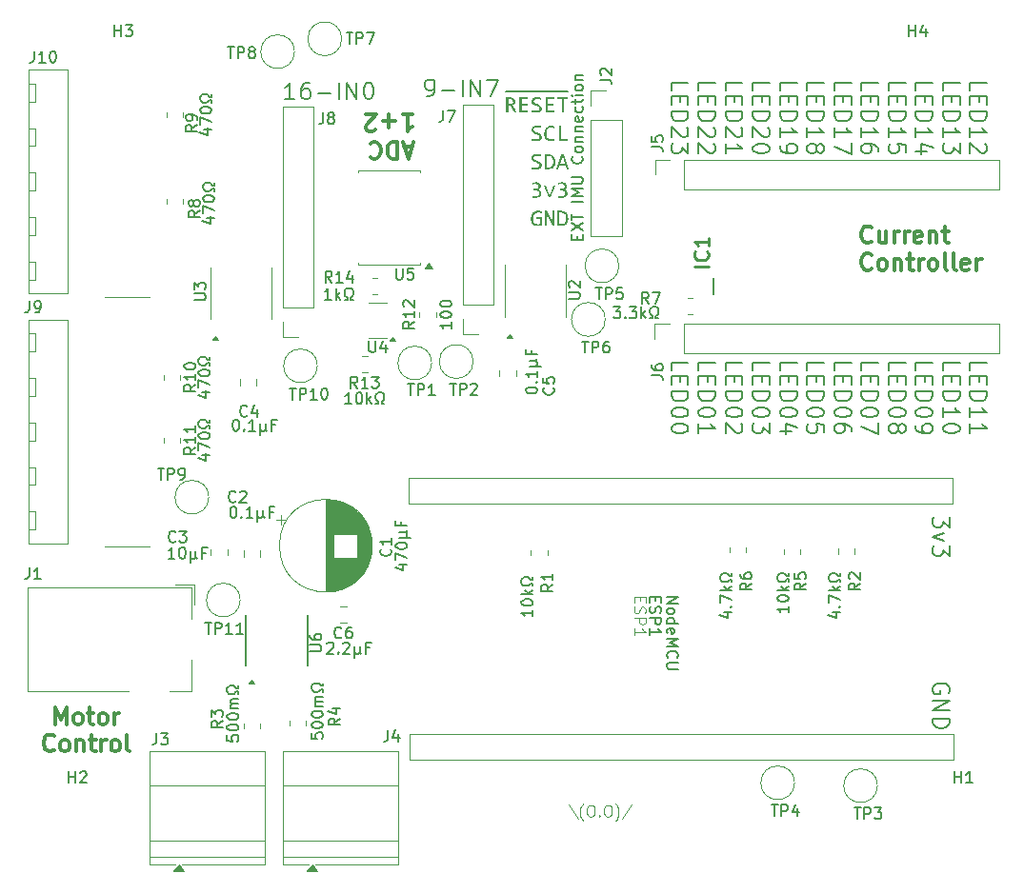
<source format=gbr>
%TF.GenerationSoftware,KiCad,Pcbnew,9.0.5*%
%TF.CreationDate,2025-11-07T06:39:15-08:00*%
%TF.ProjectId,SoftKeyboardController,536f6674-4b65-4796-926f-617264436f6e,v1.5*%
%TF.SameCoordinates,Original*%
%TF.FileFunction,Legend,Top*%
%TF.FilePolarity,Positive*%
%FSLAX46Y46*%
G04 Gerber Fmt 4.6, Leading zero omitted, Abs format (unit mm)*
G04 Created by KiCad (PCBNEW 9.0.5) date 2025-11-07 06:39:15*
%MOMM*%
%LPD*%
G01*
G04 APERTURE LIST*
%ADD10C,0.300000*%
%ADD11C,0.187500*%
%ADD12C,0.100000*%
%ADD13C,0.150000*%
%ADD14C,0.254000*%
%ADD15C,0.200000*%
%ADD16C,0.120000*%
G04 APERTURE END LIST*
D10*
X228050253Y-65702255D02*
X227978825Y-65773684D01*
X227978825Y-65773684D02*
X227764539Y-65845112D01*
X227764539Y-65845112D02*
X227621682Y-65845112D01*
X227621682Y-65845112D02*
X227407396Y-65773684D01*
X227407396Y-65773684D02*
X227264539Y-65630826D01*
X227264539Y-65630826D02*
X227193110Y-65487969D01*
X227193110Y-65487969D02*
X227121682Y-65202255D01*
X227121682Y-65202255D02*
X227121682Y-64987969D01*
X227121682Y-64987969D02*
X227193110Y-64702255D01*
X227193110Y-64702255D02*
X227264539Y-64559398D01*
X227264539Y-64559398D02*
X227407396Y-64416541D01*
X227407396Y-64416541D02*
X227621682Y-64345112D01*
X227621682Y-64345112D02*
X227764539Y-64345112D01*
X227764539Y-64345112D02*
X227978825Y-64416541D01*
X227978825Y-64416541D02*
X228050253Y-64487969D01*
X229335968Y-64845112D02*
X229335968Y-65845112D01*
X228693110Y-64845112D02*
X228693110Y-65630826D01*
X228693110Y-65630826D02*
X228764539Y-65773684D01*
X228764539Y-65773684D02*
X228907396Y-65845112D01*
X228907396Y-65845112D02*
X229121682Y-65845112D01*
X229121682Y-65845112D02*
X229264539Y-65773684D01*
X229264539Y-65773684D02*
X229335968Y-65702255D01*
X230050253Y-65845112D02*
X230050253Y-64845112D01*
X230050253Y-65130826D02*
X230121682Y-64987969D01*
X230121682Y-64987969D02*
X230193111Y-64916541D01*
X230193111Y-64916541D02*
X230335968Y-64845112D01*
X230335968Y-64845112D02*
X230478825Y-64845112D01*
X230978824Y-65845112D02*
X230978824Y-64845112D01*
X230978824Y-65130826D02*
X231050253Y-64987969D01*
X231050253Y-64987969D02*
X231121682Y-64916541D01*
X231121682Y-64916541D02*
X231264539Y-64845112D01*
X231264539Y-64845112D02*
X231407396Y-64845112D01*
X232478824Y-65773684D02*
X232335967Y-65845112D01*
X232335967Y-65845112D02*
X232050253Y-65845112D01*
X232050253Y-65845112D02*
X231907395Y-65773684D01*
X231907395Y-65773684D02*
X231835967Y-65630826D01*
X231835967Y-65630826D02*
X231835967Y-65059398D01*
X231835967Y-65059398D02*
X231907395Y-64916541D01*
X231907395Y-64916541D02*
X232050253Y-64845112D01*
X232050253Y-64845112D02*
X232335967Y-64845112D01*
X232335967Y-64845112D02*
X232478824Y-64916541D01*
X232478824Y-64916541D02*
X232550253Y-65059398D01*
X232550253Y-65059398D02*
X232550253Y-65202255D01*
X232550253Y-65202255D02*
X231835967Y-65345112D01*
X233193109Y-64845112D02*
X233193109Y-65845112D01*
X233193109Y-64987969D02*
X233264538Y-64916541D01*
X233264538Y-64916541D02*
X233407395Y-64845112D01*
X233407395Y-64845112D02*
X233621681Y-64845112D01*
X233621681Y-64845112D02*
X233764538Y-64916541D01*
X233764538Y-64916541D02*
X233835967Y-65059398D01*
X233835967Y-65059398D02*
X233835967Y-65845112D01*
X234335967Y-64845112D02*
X234907395Y-64845112D01*
X234550252Y-64345112D02*
X234550252Y-65630826D01*
X234550252Y-65630826D02*
X234621681Y-65773684D01*
X234621681Y-65773684D02*
X234764538Y-65845112D01*
X234764538Y-65845112D02*
X234907395Y-65845112D01*
X228050253Y-68117171D02*
X227978825Y-68188600D01*
X227978825Y-68188600D02*
X227764539Y-68260028D01*
X227764539Y-68260028D02*
X227621682Y-68260028D01*
X227621682Y-68260028D02*
X227407396Y-68188600D01*
X227407396Y-68188600D02*
X227264539Y-68045742D01*
X227264539Y-68045742D02*
X227193110Y-67902885D01*
X227193110Y-67902885D02*
X227121682Y-67617171D01*
X227121682Y-67617171D02*
X227121682Y-67402885D01*
X227121682Y-67402885D02*
X227193110Y-67117171D01*
X227193110Y-67117171D02*
X227264539Y-66974314D01*
X227264539Y-66974314D02*
X227407396Y-66831457D01*
X227407396Y-66831457D02*
X227621682Y-66760028D01*
X227621682Y-66760028D02*
X227764539Y-66760028D01*
X227764539Y-66760028D02*
X227978825Y-66831457D01*
X227978825Y-66831457D02*
X228050253Y-66902885D01*
X228907396Y-68260028D02*
X228764539Y-68188600D01*
X228764539Y-68188600D02*
X228693110Y-68117171D01*
X228693110Y-68117171D02*
X228621682Y-67974314D01*
X228621682Y-67974314D02*
X228621682Y-67545742D01*
X228621682Y-67545742D02*
X228693110Y-67402885D01*
X228693110Y-67402885D02*
X228764539Y-67331457D01*
X228764539Y-67331457D02*
X228907396Y-67260028D01*
X228907396Y-67260028D02*
X229121682Y-67260028D01*
X229121682Y-67260028D02*
X229264539Y-67331457D01*
X229264539Y-67331457D02*
X229335968Y-67402885D01*
X229335968Y-67402885D02*
X229407396Y-67545742D01*
X229407396Y-67545742D02*
X229407396Y-67974314D01*
X229407396Y-67974314D02*
X229335968Y-68117171D01*
X229335968Y-68117171D02*
X229264539Y-68188600D01*
X229264539Y-68188600D02*
X229121682Y-68260028D01*
X229121682Y-68260028D02*
X228907396Y-68260028D01*
X230050253Y-67260028D02*
X230050253Y-68260028D01*
X230050253Y-67402885D02*
X230121682Y-67331457D01*
X230121682Y-67331457D02*
X230264539Y-67260028D01*
X230264539Y-67260028D02*
X230478825Y-67260028D01*
X230478825Y-67260028D02*
X230621682Y-67331457D01*
X230621682Y-67331457D02*
X230693111Y-67474314D01*
X230693111Y-67474314D02*
X230693111Y-68260028D01*
X231193111Y-67260028D02*
X231764539Y-67260028D01*
X231407396Y-66760028D02*
X231407396Y-68045742D01*
X231407396Y-68045742D02*
X231478825Y-68188600D01*
X231478825Y-68188600D02*
X231621682Y-68260028D01*
X231621682Y-68260028D02*
X231764539Y-68260028D01*
X232264539Y-68260028D02*
X232264539Y-67260028D01*
X232264539Y-67545742D02*
X232335968Y-67402885D01*
X232335968Y-67402885D02*
X232407397Y-67331457D01*
X232407397Y-67331457D02*
X232550254Y-67260028D01*
X232550254Y-67260028D02*
X232693111Y-67260028D01*
X233407396Y-68260028D02*
X233264539Y-68188600D01*
X233264539Y-68188600D02*
X233193110Y-68117171D01*
X233193110Y-68117171D02*
X233121682Y-67974314D01*
X233121682Y-67974314D02*
X233121682Y-67545742D01*
X233121682Y-67545742D02*
X233193110Y-67402885D01*
X233193110Y-67402885D02*
X233264539Y-67331457D01*
X233264539Y-67331457D02*
X233407396Y-67260028D01*
X233407396Y-67260028D02*
X233621682Y-67260028D01*
X233621682Y-67260028D02*
X233764539Y-67331457D01*
X233764539Y-67331457D02*
X233835968Y-67402885D01*
X233835968Y-67402885D02*
X233907396Y-67545742D01*
X233907396Y-67545742D02*
X233907396Y-67974314D01*
X233907396Y-67974314D02*
X233835968Y-68117171D01*
X233835968Y-68117171D02*
X233764539Y-68188600D01*
X233764539Y-68188600D02*
X233621682Y-68260028D01*
X233621682Y-68260028D02*
X233407396Y-68260028D01*
X234764539Y-68260028D02*
X234621682Y-68188600D01*
X234621682Y-68188600D02*
X234550253Y-68045742D01*
X234550253Y-68045742D02*
X234550253Y-66760028D01*
X235550253Y-68260028D02*
X235407396Y-68188600D01*
X235407396Y-68188600D02*
X235335967Y-68045742D01*
X235335967Y-68045742D02*
X235335967Y-66760028D01*
X236693110Y-68188600D02*
X236550253Y-68260028D01*
X236550253Y-68260028D02*
X236264539Y-68260028D01*
X236264539Y-68260028D02*
X236121681Y-68188600D01*
X236121681Y-68188600D02*
X236050253Y-68045742D01*
X236050253Y-68045742D02*
X236050253Y-67474314D01*
X236050253Y-67474314D02*
X236121681Y-67331457D01*
X236121681Y-67331457D02*
X236264539Y-67260028D01*
X236264539Y-67260028D02*
X236550253Y-67260028D01*
X236550253Y-67260028D02*
X236693110Y-67331457D01*
X236693110Y-67331457D02*
X236764539Y-67474314D01*
X236764539Y-67474314D02*
X236764539Y-67617171D01*
X236764539Y-67617171D02*
X236050253Y-67760028D01*
X237407395Y-68260028D02*
X237407395Y-67260028D01*
X237407395Y-67545742D02*
X237478824Y-67402885D01*
X237478824Y-67402885D02*
X237550253Y-67331457D01*
X237550253Y-67331457D02*
X237693110Y-67260028D01*
X237693110Y-67260028D02*
X237835967Y-67260028D01*
D11*
X188511926Y-52807178D02*
X188797640Y-52807178D01*
X188797640Y-52807178D02*
X188940497Y-52735750D01*
X188940497Y-52735750D02*
X189011926Y-52664321D01*
X189011926Y-52664321D02*
X189154783Y-52450035D01*
X189154783Y-52450035D02*
X189226212Y-52164321D01*
X189226212Y-52164321D02*
X189226212Y-51592892D01*
X189226212Y-51592892D02*
X189154783Y-51450035D01*
X189154783Y-51450035D02*
X189083355Y-51378607D01*
X189083355Y-51378607D02*
X188940497Y-51307178D01*
X188940497Y-51307178D02*
X188654783Y-51307178D01*
X188654783Y-51307178D02*
X188511926Y-51378607D01*
X188511926Y-51378607D02*
X188440497Y-51450035D01*
X188440497Y-51450035D02*
X188369069Y-51592892D01*
X188369069Y-51592892D02*
X188369069Y-51950035D01*
X188369069Y-51950035D02*
X188440497Y-52092892D01*
X188440497Y-52092892D02*
X188511926Y-52164321D01*
X188511926Y-52164321D02*
X188654783Y-52235750D01*
X188654783Y-52235750D02*
X188940497Y-52235750D01*
X188940497Y-52235750D02*
X189083355Y-52164321D01*
X189083355Y-52164321D02*
X189154783Y-52092892D01*
X189154783Y-52092892D02*
X189226212Y-51950035D01*
X189869068Y-52235750D02*
X191011926Y-52235750D01*
X191726211Y-52807178D02*
X191726211Y-51307178D01*
X192440497Y-52807178D02*
X192440497Y-51307178D01*
X192440497Y-51307178D02*
X193297640Y-52807178D01*
X193297640Y-52807178D02*
X193297640Y-51307178D01*
X193869069Y-51307178D02*
X194869069Y-51307178D01*
X194869069Y-51307178D02*
X194226212Y-52807178D01*
D10*
X155491999Y-108637912D02*
X155491999Y-107137912D01*
X155491999Y-107137912D02*
X155991999Y-108209341D01*
X155991999Y-108209341D02*
X156491999Y-107137912D01*
X156491999Y-107137912D02*
X156491999Y-108637912D01*
X157420571Y-108637912D02*
X157277714Y-108566484D01*
X157277714Y-108566484D02*
X157206285Y-108495055D01*
X157206285Y-108495055D02*
X157134857Y-108352198D01*
X157134857Y-108352198D02*
X157134857Y-107923626D01*
X157134857Y-107923626D02*
X157206285Y-107780769D01*
X157206285Y-107780769D02*
X157277714Y-107709341D01*
X157277714Y-107709341D02*
X157420571Y-107637912D01*
X157420571Y-107637912D02*
X157634857Y-107637912D01*
X157634857Y-107637912D02*
X157777714Y-107709341D01*
X157777714Y-107709341D02*
X157849143Y-107780769D01*
X157849143Y-107780769D02*
X157920571Y-107923626D01*
X157920571Y-107923626D02*
X157920571Y-108352198D01*
X157920571Y-108352198D02*
X157849143Y-108495055D01*
X157849143Y-108495055D02*
X157777714Y-108566484D01*
X157777714Y-108566484D02*
X157634857Y-108637912D01*
X157634857Y-108637912D02*
X157420571Y-108637912D01*
X158349143Y-107637912D02*
X158920571Y-107637912D01*
X158563428Y-107137912D02*
X158563428Y-108423626D01*
X158563428Y-108423626D02*
X158634857Y-108566484D01*
X158634857Y-108566484D02*
X158777714Y-108637912D01*
X158777714Y-108637912D02*
X158920571Y-108637912D01*
X159634857Y-108637912D02*
X159492000Y-108566484D01*
X159492000Y-108566484D02*
X159420571Y-108495055D01*
X159420571Y-108495055D02*
X159349143Y-108352198D01*
X159349143Y-108352198D02*
X159349143Y-107923626D01*
X159349143Y-107923626D02*
X159420571Y-107780769D01*
X159420571Y-107780769D02*
X159492000Y-107709341D01*
X159492000Y-107709341D02*
X159634857Y-107637912D01*
X159634857Y-107637912D02*
X159849143Y-107637912D01*
X159849143Y-107637912D02*
X159992000Y-107709341D01*
X159992000Y-107709341D02*
X160063429Y-107780769D01*
X160063429Y-107780769D02*
X160134857Y-107923626D01*
X160134857Y-107923626D02*
X160134857Y-108352198D01*
X160134857Y-108352198D02*
X160063429Y-108495055D01*
X160063429Y-108495055D02*
X159992000Y-108566484D01*
X159992000Y-108566484D02*
X159849143Y-108637912D01*
X159849143Y-108637912D02*
X159634857Y-108637912D01*
X160777714Y-108637912D02*
X160777714Y-107637912D01*
X160777714Y-107923626D02*
X160849143Y-107780769D01*
X160849143Y-107780769D02*
X160920572Y-107709341D01*
X160920572Y-107709341D02*
X161063429Y-107637912D01*
X161063429Y-107637912D02*
X161206286Y-107637912D01*
X155384857Y-110909971D02*
X155313429Y-110981400D01*
X155313429Y-110981400D02*
X155099143Y-111052828D01*
X155099143Y-111052828D02*
X154956286Y-111052828D01*
X154956286Y-111052828D02*
X154742000Y-110981400D01*
X154742000Y-110981400D02*
X154599143Y-110838542D01*
X154599143Y-110838542D02*
X154527714Y-110695685D01*
X154527714Y-110695685D02*
X154456286Y-110409971D01*
X154456286Y-110409971D02*
X154456286Y-110195685D01*
X154456286Y-110195685D02*
X154527714Y-109909971D01*
X154527714Y-109909971D02*
X154599143Y-109767114D01*
X154599143Y-109767114D02*
X154742000Y-109624257D01*
X154742000Y-109624257D02*
X154956286Y-109552828D01*
X154956286Y-109552828D02*
X155099143Y-109552828D01*
X155099143Y-109552828D02*
X155313429Y-109624257D01*
X155313429Y-109624257D02*
X155384857Y-109695685D01*
X156242000Y-111052828D02*
X156099143Y-110981400D01*
X156099143Y-110981400D02*
X156027714Y-110909971D01*
X156027714Y-110909971D02*
X155956286Y-110767114D01*
X155956286Y-110767114D02*
X155956286Y-110338542D01*
X155956286Y-110338542D02*
X156027714Y-110195685D01*
X156027714Y-110195685D02*
X156099143Y-110124257D01*
X156099143Y-110124257D02*
X156242000Y-110052828D01*
X156242000Y-110052828D02*
X156456286Y-110052828D01*
X156456286Y-110052828D02*
X156599143Y-110124257D01*
X156599143Y-110124257D02*
X156670572Y-110195685D01*
X156670572Y-110195685D02*
X156742000Y-110338542D01*
X156742000Y-110338542D02*
X156742000Y-110767114D01*
X156742000Y-110767114D02*
X156670572Y-110909971D01*
X156670572Y-110909971D02*
X156599143Y-110981400D01*
X156599143Y-110981400D02*
X156456286Y-111052828D01*
X156456286Y-111052828D02*
X156242000Y-111052828D01*
X157384857Y-110052828D02*
X157384857Y-111052828D01*
X157384857Y-110195685D02*
X157456286Y-110124257D01*
X157456286Y-110124257D02*
X157599143Y-110052828D01*
X157599143Y-110052828D02*
X157813429Y-110052828D01*
X157813429Y-110052828D02*
X157956286Y-110124257D01*
X157956286Y-110124257D02*
X158027715Y-110267114D01*
X158027715Y-110267114D02*
X158027715Y-111052828D01*
X158527715Y-110052828D02*
X159099143Y-110052828D01*
X158742000Y-109552828D02*
X158742000Y-110838542D01*
X158742000Y-110838542D02*
X158813429Y-110981400D01*
X158813429Y-110981400D02*
X158956286Y-111052828D01*
X158956286Y-111052828D02*
X159099143Y-111052828D01*
X159599143Y-111052828D02*
X159599143Y-110052828D01*
X159599143Y-110338542D02*
X159670572Y-110195685D01*
X159670572Y-110195685D02*
X159742001Y-110124257D01*
X159742001Y-110124257D02*
X159884858Y-110052828D01*
X159884858Y-110052828D02*
X160027715Y-110052828D01*
X160742000Y-111052828D02*
X160599143Y-110981400D01*
X160599143Y-110981400D02*
X160527714Y-110909971D01*
X160527714Y-110909971D02*
X160456286Y-110767114D01*
X160456286Y-110767114D02*
X160456286Y-110338542D01*
X160456286Y-110338542D02*
X160527714Y-110195685D01*
X160527714Y-110195685D02*
X160599143Y-110124257D01*
X160599143Y-110124257D02*
X160742000Y-110052828D01*
X160742000Y-110052828D02*
X160956286Y-110052828D01*
X160956286Y-110052828D02*
X161099143Y-110124257D01*
X161099143Y-110124257D02*
X161170572Y-110195685D01*
X161170572Y-110195685D02*
X161242000Y-110338542D01*
X161242000Y-110338542D02*
X161242000Y-110767114D01*
X161242000Y-110767114D02*
X161170572Y-110909971D01*
X161170572Y-110909971D02*
X161099143Y-110981400D01*
X161099143Y-110981400D02*
X160956286Y-111052828D01*
X160956286Y-111052828D02*
X160742000Y-111052828D01*
X162099143Y-111052828D02*
X161956286Y-110981400D01*
X161956286Y-110981400D02*
X161884857Y-110838542D01*
X161884857Y-110838542D02*
X161884857Y-109552828D01*
D11*
X234920892Y-105840212D02*
X234992321Y-105697355D01*
X234992321Y-105697355D02*
X234992321Y-105483069D01*
X234992321Y-105483069D02*
X234920892Y-105268783D01*
X234920892Y-105268783D02*
X234778035Y-105125926D01*
X234778035Y-105125926D02*
X234635178Y-105054497D01*
X234635178Y-105054497D02*
X234349464Y-104983069D01*
X234349464Y-104983069D02*
X234135178Y-104983069D01*
X234135178Y-104983069D02*
X233849464Y-105054497D01*
X233849464Y-105054497D02*
X233706607Y-105125926D01*
X233706607Y-105125926D02*
X233563750Y-105268783D01*
X233563750Y-105268783D02*
X233492321Y-105483069D01*
X233492321Y-105483069D02*
X233492321Y-105625926D01*
X233492321Y-105625926D02*
X233563750Y-105840212D01*
X233563750Y-105840212D02*
X233635178Y-105911640D01*
X233635178Y-105911640D02*
X234135178Y-105911640D01*
X234135178Y-105911640D02*
X234135178Y-105625926D01*
X233492321Y-106554497D02*
X234992321Y-106554497D01*
X234992321Y-106554497D02*
X233492321Y-107411640D01*
X233492321Y-107411640D02*
X234992321Y-107411640D01*
X233492321Y-108125926D02*
X234992321Y-108125926D01*
X234992321Y-108125926D02*
X234992321Y-108483069D01*
X234992321Y-108483069D02*
X234920892Y-108697355D01*
X234920892Y-108697355D02*
X234778035Y-108840212D01*
X234778035Y-108840212D02*
X234635178Y-108911641D01*
X234635178Y-108911641D02*
X234349464Y-108983069D01*
X234349464Y-108983069D02*
X234135178Y-108983069D01*
X234135178Y-108983069D02*
X233849464Y-108911641D01*
X233849464Y-108911641D02*
X233706607Y-108840212D01*
X233706607Y-108840212D02*
X233563750Y-108697355D01*
X233563750Y-108697355D02*
X233492321Y-108483069D01*
X233492321Y-108483069D02*
X233492321Y-108125926D01*
D12*
X201138550Y-115744180D02*
X201995693Y-117029895D01*
X202424265Y-117220371D02*
X202376646Y-117172752D01*
X202376646Y-117172752D02*
X202281408Y-117029895D01*
X202281408Y-117029895D02*
X202233789Y-116934657D01*
X202233789Y-116934657D02*
X202186170Y-116791800D01*
X202186170Y-116791800D02*
X202138551Y-116553704D01*
X202138551Y-116553704D02*
X202138551Y-116363228D01*
X202138551Y-116363228D02*
X202186170Y-116125133D01*
X202186170Y-116125133D02*
X202233789Y-115982276D01*
X202233789Y-115982276D02*
X202281408Y-115887038D01*
X202281408Y-115887038D02*
X202376646Y-115744180D01*
X202376646Y-115744180D02*
X202424265Y-115696561D01*
X202995694Y-115839419D02*
X203186170Y-115839419D01*
X203186170Y-115839419D02*
X203281408Y-115887038D01*
X203281408Y-115887038D02*
X203376646Y-115982276D01*
X203376646Y-115982276D02*
X203424265Y-116172752D01*
X203424265Y-116172752D02*
X203424265Y-116506085D01*
X203424265Y-116506085D02*
X203376646Y-116696561D01*
X203376646Y-116696561D02*
X203281408Y-116791800D01*
X203281408Y-116791800D02*
X203186170Y-116839419D01*
X203186170Y-116839419D02*
X202995694Y-116839419D01*
X202995694Y-116839419D02*
X202900456Y-116791800D01*
X202900456Y-116791800D02*
X202805218Y-116696561D01*
X202805218Y-116696561D02*
X202757599Y-116506085D01*
X202757599Y-116506085D02*
X202757599Y-116172752D01*
X202757599Y-116172752D02*
X202805218Y-115982276D01*
X202805218Y-115982276D02*
X202900456Y-115887038D01*
X202900456Y-115887038D02*
X202995694Y-115839419D01*
X203852837Y-116744180D02*
X203900456Y-116791800D01*
X203900456Y-116791800D02*
X203852837Y-116839419D01*
X203852837Y-116839419D02*
X203805218Y-116791800D01*
X203805218Y-116791800D02*
X203852837Y-116744180D01*
X203852837Y-116744180D02*
X203852837Y-116839419D01*
X204519503Y-115839419D02*
X204709979Y-115839419D01*
X204709979Y-115839419D02*
X204805217Y-115887038D01*
X204805217Y-115887038D02*
X204900455Y-115982276D01*
X204900455Y-115982276D02*
X204948074Y-116172752D01*
X204948074Y-116172752D02*
X204948074Y-116506085D01*
X204948074Y-116506085D02*
X204900455Y-116696561D01*
X204900455Y-116696561D02*
X204805217Y-116791800D01*
X204805217Y-116791800D02*
X204709979Y-116839419D01*
X204709979Y-116839419D02*
X204519503Y-116839419D01*
X204519503Y-116839419D02*
X204424265Y-116791800D01*
X204424265Y-116791800D02*
X204329027Y-116696561D01*
X204329027Y-116696561D02*
X204281408Y-116506085D01*
X204281408Y-116506085D02*
X204281408Y-116172752D01*
X204281408Y-116172752D02*
X204329027Y-115982276D01*
X204329027Y-115982276D02*
X204424265Y-115887038D01*
X204424265Y-115887038D02*
X204519503Y-115839419D01*
X205281408Y-117220371D02*
X205329027Y-117172752D01*
X205329027Y-117172752D02*
X205424265Y-117029895D01*
X205424265Y-117029895D02*
X205471884Y-116934657D01*
X205471884Y-116934657D02*
X205519503Y-116791800D01*
X205519503Y-116791800D02*
X205567122Y-116553704D01*
X205567122Y-116553704D02*
X205567122Y-116363228D01*
X205567122Y-116363228D02*
X205519503Y-116125133D01*
X205519503Y-116125133D02*
X205471884Y-115982276D01*
X205471884Y-115982276D02*
X205424265Y-115887038D01*
X205424265Y-115887038D02*
X205329027Y-115744180D01*
X205329027Y-115744180D02*
X205281408Y-115696561D01*
X206757598Y-115791800D02*
X205900456Y-117077514D01*
D10*
X187222917Y-57271658D02*
X186508632Y-57271658D01*
X187365774Y-56843087D02*
X186865774Y-58343087D01*
X186865774Y-58343087D02*
X186365774Y-56843087D01*
X185865775Y-56843087D02*
X185865775Y-58343087D01*
X185865775Y-58343087D02*
X185508632Y-58343087D01*
X185508632Y-58343087D02*
X185294346Y-58271658D01*
X185294346Y-58271658D02*
X185151489Y-58128801D01*
X185151489Y-58128801D02*
X185080060Y-57985944D01*
X185080060Y-57985944D02*
X185008632Y-57700230D01*
X185008632Y-57700230D02*
X185008632Y-57485944D01*
X185008632Y-57485944D02*
X185080060Y-57200230D01*
X185080060Y-57200230D02*
X185151489Y-57057373D01*
X185151489Y-57057373D02*
X185294346Y-56914516D01*
X185294346Y-56914516D02*
X185508632Y-56843087D01*
X185508632Y-56843087D02*
X185865775Y-56843087D01*
X183508632Y-56985944D02*
X183580060Y-56914516D01*
X183580060Y-56914516D02*
X183794346Y-56843087D01*
X183794346Y-56843087D02*
X183937203Y-56843087D01*
X183937203Y-56843087D02*
X184151489Y-56914516D01*
X184151489Y-56914516D02*
X184294346Y-57057373D01*
X184294346Y-57057373D02*
X184365775Y-57200230D01*
X184365775Y-57200230D02*
X184437203Y-57485944D01*
X184437203Y-57485944D02*
X184437203Y-57700230D01*
X184437203Y-57700230D02*
X184365775Y-57985944D01*
X184365775Y-57985944D02*
X184294346Y-58128801D01*
X184294346Y-58128801D02*
X184151489Y-58271658D01*
X184151489Y-58271658D02*
X183937203Y-58343087D01*
X183937203Y-58343087D02*
X183794346Y-58343087D01*
X183794346Y-58343087D02*
X183580060Y-58271658D01*
X183580060Y-58271658D02*
X183508632Y-58200230D01*
X186365774Y-54428171D02*
X187222917Y-54428171D01*
X186794346Y-54428171D02*
X186794346Y-55928171D01*
X186794346Y-55928171D02*
X186937203Y-55713885D01*
X186937203Y-55713885D02*
X187080060Y-55571028D01*
X187080060Y-55571028D02*
X187222917Y-55499600D01*
X185722918Y-54999600D02*
X184580061Y-54999600D01*
X185151489Y-54428171D02*
X185151489Y-55571028D01*
X183937203Y-55785314D02*
X183865775Y-55856742D01*
X183865775Y-55856742D02*
X183722918Y-55928171D01*
X183722918Y-55928171D02*
X183365775Y-55928171D01*
X183365775Y-55928171D02*
X183222918Y-55856742D01*
X183222918Y-55856742D02*
X183151489Y-55785314D01*
X183151489Y-55785314D02*
X183080060Y-55642457D01*
X183080060Y-55642457D02*
X183080060Y-55499600D01*
X183080060Y-55499600D02*
X183151489Y-55285314D01*
X183151489Y-55285314D02*
X184008632Y-54428171D01*
X184008632Y-54428171D02*
X183080060Y-54428171D01*
D11*
X236815397Y-52301783D02*
X236815397Y-51587497D01*
X236815397Y-51587497D02*
X238315397Y-51587497D01*
X237601111Y-52801783D02*
X237601111Y-53301783D01*
X236815397Y-53516069D02*
X236815397Y-52801783D01*
X236815397Y-52801783D02*
X238315397Y-52801783D01*
X238315397Y-52801783D02*
X238315397Y-53516069D01*
X236815397Y-54158926D02*
X238315397Y-54158926D01*
X238315397Y-54158926D02*
X238315397Y-54516069D01*
X238315397Y-54516069D02*
X238243968Y-54730355D01*
X238243968Y-54730355D02*
X238101111Y-54873212D01*
X238101111Y-54873212D02*
X237958254Y-54944641D01*
X237958254Y-54944641D02*
X237672540Y-55016069D01*
X237672540Y-55016069D02*
X237458254Y-55016069D01*
X237458254Y-55016069D02*
X237172540Y-54944641D01*
X237172540Y-54944641D02*
X237029683Y-54873212D01*
X237029683Y-54873212D02*
X236886826Y-54730355D01*
X236886826Y-54730355D02*
X236815397Y-54516069D01*
X236815397Y-54516069D02*
X236815397Y-54158926D01*
X236815397Y-56444641D02*
X236815397Y-55587498D01*
X236815397Y-56016069D02*
X238315397Y-56016069D01*
X238315397Y-56016069D02*
X238101111Y-55873212D01*
X238101111Y-55873212D02*
X237958254Y-55730355D01*
X237958254Y-55730355D02*
X237886826Y-55587498D01*
X238172540Y-57016069D02*
X238243968Y-57087497D01*
X238243968Y-57087497D02*
X238315397Y-57230355D01*
X238315397Y-57230355D02*
X238315397Y-57587497D01*
X238315397Y-57587497D02*
X238243968Y-57730355D01*
X238243968Y-57730355D02*
X238172540Y-57801783D01*
X238172540Y-57801783D02*
X238029683Y-57873212D01*
X238029683Y-57873212D02*
X237886826Y-57873212D01*
X237886826Y-57873212D02*
X237672540Y-57801783D01*
X237672540Y-57801783D02*
X236815397Y-56944640D01*
X236815397Y-56944640D02*
X236815397Y-57873212D01*
X234400481Y-52301783D02*
X234400481Y-51587497D01*
X234400481Y-51587497D02*
X235900481Y-51587497D01*
X235186195Y-52801783D02*
X235186195Y-53301783D01*
X234400481Y-53516069D02*
X234400481Y-52801783D01*
X234400481Y-52801783D02*
X235900481Y-52801783D01*
X235900481Y-52801783D02*
X235900481Y-53516069D01*
X234400481Y-54158926D02*
X235900481Y-54158926D01*
X235900481Y-54158926D02*
X235900481Y-54516069D01*
X235900481Y-54516069D02*
X235829052Y-54730355D01*
X235829052Y-54730355D02*
X235686195Y-54873212D01*
X235686195Y-54873212D02*
X235543338Y-54944641D01*
X235543338Y-54944641D02*
X235257624Y-55016069D01*
X235257624Y-55016069D02*
X235043338Y-55016069D01*
X235043338Y-55016069D02*
X234757624Y-54944641D01*
X234757624Y-54944641D02*
X234614767Y-54873212D01*
X234614767Y-54873212D02*
X234471910Y-54730355D01*
X234471910Y-54730355D02*
X234400481Y-54516069D01*
X234400481Y-54516069D02*
X234400481Y-54158926D01*
X234400481Y-56444641D02*
X234400481Y-55587498D01*
X234400481Y-56016069D02*
X235900481Y-56016069D01*
X235900481Y-56016069D02*
X235686195Y-55873212D01*
X235686195Y-55873212D02*
X235543338Y-55730355D01*
X235543338Y-55730355D02*
X235471910Y-55587498D01*
X235900481Y-56944640D02*
X235900481Y-57873212D01*
X235900481Y-57873212D02*
X235329052Y-57373212D01*
X235329052Y-57373212D02*
X235329052Y-57587497D01*
X235329052Y-57587497D02*
X235257624Y-57730355D01*
X235257624Y-57730355D02*
X235186195Y-57801783D01*
X235186195Y-57801783D02*
X235043338Y-57873212D01*
X235043338Y-57873212D02*
X234686195Y-57873212D01*
X234686195Y-57873212D02*
X234543338Y-57801783D01*
X234543338Y-57801783D02*
X234471910Y-57730355D01*
X234471910Y-57730355D02*
X234400481Y-57587497D01*
X234400481Y-57587497D02*
X234400481Y-57158926D01*
X234400481Y-57158926D02*
X234471910Y-57016069D01*
X234471910Y-57016069D02*
X234543338Y-56944640D01*
X231985565Y-52301783D02*
X231985565Y-51587497D01*
X231985565Y-51587497D02*
X233485565Y-51587497D01*
X232771279Y-52801783D02*
X232771279Y-53301783D01*
X231985565Y-53516069D02*
X231985565Y-52801783D01*
X231985565Y-52801783D02*
X233485565Y-52801783D01*
X233485565Y-52801783D02*
X233485565Y-53516069D01*
X231985565Y-54158926D02*
X233485565Y-54158926D01*
X233485565Y-54158926D02*
X233485565Y-54516069D01*
X233485565Y-54516069D02*
X233414136Y-54730355D01*
X233414136Y-54730355D02*
X233271279Y-54873212D01*
X233271279Y-54873212D02*
X233128422Y-54944641D01*
X233128422Y-54944641D02*
X232842708Y-55016069D01*
X232842708Y-55016069D02*
X232628422Y-55016069D01*
X232628422Y-55016069D02*
X232342708Y-54944641D01*
X232342708Y-54944641D02*
X232199851Y-54873212D01*
X232199851Y-54873212D02*
X232056994Y-54730355D01*
X232056994Y-54730355D02*
X231985565Y-54516069D01*
X231985565Y-54516069D02*
X231985565Y-54158926D01*
X231985565Y-56444641D02*
X231985565Y-55587498D01*
X231985565Y-56016069D02*
X233485565Y-56016069D01*
X233485565Y-56016069D02*
X233271279Y-55873212D01*
X233271279Y-55873212D02*
X233128422Y-55730355D01*
X233128422Y-55730355D02*
X233056994Y-55587498D01*
X232985565Y-57730355D02*
X231985565Y-57730355D01*
X233556994Y-57373212D02*
X232485565Y-57016069D01*
X232485565Y-57016069D02*
X232485565Y-57944640D01*
X229570649Y-52301783D02*
X229570649Y-51587497D01*
X229570649Y-51587497D02*
X231070649Y-51587497D01*
X230356363Y-52801783D02*
X230356363Y-53301783D01*
X229570649Y-53516069D02*
X229570649Y-52801783D01*
X229570649Y-52801783D02*
X231070649Y-52801783D01*
X231070649Y-52801783D02*
X231070649Y-53516069D01*
X229570649Y-54158926D02*
X231070649Y-54158926D01*
X231070649Y-54158926D02*
X231070649Y-54516069D01*
X231070649Y-54516069D02*
X230999220Y-54730355D01*
X230999220Y-54730355D02*
X230856363Y-54873212D01*
X230856363Y-54873212D02*
X230713506Y-54944641D01*
X230713506Y-54944641D02*
X230427792Y-55016069D01*
X230427792Y-55016069D02*
X230213506Y-55016069D01*
X230213506Y-55016069D02*
X229927792Y-54944641D01*
X229927792Y-54944641D02*
X229784935Y-54873212D01*
X229784935Y-54873212D02*
X229642078Y-54730355D01*
X229642078Y-54730355D02*
X229570649Y-54516069D01*
X229570649Y-54516069D02*
X229570649Y-54158926D01*
X229570649Y-56444641D02*
X229570649Y-55587498D01*
X229570649Y-56016069D02*
X231070649Y-56016069D01*
X231070649Y-56016069D02*
X230856363Y-55873212D01*
X230856363Y-55873212D02*
X230713506Y-55730355D01*
X230713506Y-55730355D02*
X230642078Y-55587498D01*
X231070649Y-57801783D02*
X231070649Y-57087497D01*
X231070649Y-57087497D02*
X230356363Y-57016069D01*
X230356363Y-57016069D02*
X230427792Y-57087497D01*
X230427792Y-57087497D02*
X230499220Y-57230355D01*
X230499220Y-57230355D02*
X230499220Y-57587497D01*
X230499220Y-57587497D02*
X230427792Y-57730355D01*
X230427792Y-57730355D02*
X230356363Y-57801783D01*
X230356363Y-57801783D02*
X230213506Y-57873212D01*
X230213506Y-57873212D02*
X229856363Y-57873212D01*
X229856363Y-57873212D02*
X229713506Y-57801783D01*
X229713506Y-57801783D02*
X229642078Y-57730355D01*
X229642078Y-57730355D02*
X229570649Y-57587497D01*
X229570649Y-57587497D02*
X229570649Y-57230355D01*
X229570649Y-57230355D02*
X229642078Y-57087497D01*
X229642078Y-57087497D02*
X229713506Y-57016069D01*
X227155733Y-52301783D02*
X227155733Y-51587497D01*
X227155733Y-51587497D02*
X228655733Y-51587497D01*
X227941447Y-52801783D02*
X227941447Y-53301783D01*
X227155733Y-53516069D02*
X227155733Y-52801783D01*
X227155733Y-52801783D02*
X228655733Y-52801783D01*
X228655733Y-52801783D02*
X228655733Y-53516069D01*
X227155733Y-54158926D02*
X228655733Y-54158926D01*
X228655733Y-54158926D02*
X228655733Y-54516069D01*
X228655733Y-54516069D02*
X228584304Y-54730355D01*
X228584304Y-54730355D02*
X228441447Y-54873212D01*
X228441447Y-54873212D02*
X228298590Y-54944641D01*
X228298590Y-54944641D02*
X228012876Y-55016069D01*
X228012876Y-55016069D02*
X227798590Y-55016069D01*
X227798590Y-55016069D02*
X227512876Y-54944641D01*
X227512876Y-54944641D02*
X227370019Y-54873212D01*
X227370019Y-54873212D02*
X227227162Y-54730355D01*
X227227162Y-54730355D02*
X227155733Y-54516069D01*
X227155733Y-54516069D02*
X227155733Y-54158926D01*
X227155733Y-56444641D02*
X227155733Y-55587498D01*
X227155733Y-56016069D02*
X228655733Y-56016069D01*
X228655733Y-56016069D02*
X228441447Y-55873212D01*
X228441447Y-55873212D02*
X228298590Y-55730355D01*
X228298590Y-55730355D02*
X228227162Y-55587498D01*
X228655733Y-57730355D02*
X228655733Y-57444640D01*
X228655733Y-57444640D02*
X228584304Y-57301783D01*
X228584304Y-57301783D02*
X228512876Y-57230355D01*
X228512876Y-57230355D02*
X228298590Y-57087497D01*
X228298590Y-57087497D02*
X228012876Y-57016069D01*
X228012876Y-57016069D02*
X227441447Y-57016069D01*
X227441447Y-57016069D02*
X227298590Y-57087497D01*
X227298590Y-57087497D02*
X227227162Y-57158926D01*
X227227162Y-57158926D02*
X227155733Y-57301783D01*
X227155733Y-57301783D02*
X227155733Y-57587497D01*
X227155733Y-57587497D02*
X227227162Y-57730355D01*
X227227162Y-57730355D02*
X227298590Y-57801783D01*
X227298590Y-57801783D02*
X227441447Y-57873212D01*
X227441447Y-57873212D02*
X227798590Y-57873212D01*
X227798590Y-57873212D02*
X227941447Y-57801783D01*
X227941447Y-57801783D02*
X228012876Y-57730355D01*
X228012876Y-57730355D02*
X228084304Y-57587497D01*
X228084304Y-57587497D02*
X228084304Y-57301783D01*
X228084304Y-57301783D02*
X228012876Y-57158926D01*
X228012876Y-57158926D02*
X227941447Y-57087497D01*
X227941447Y-57087497D02*
X227798590Y-57016069D01*
X224740817Y-52301783D02*
X224740817Y-51587497D01*
X224740817Y-51587497D02*
X226240817Y-51587497D01*
X225526531Y-52801783D02*
X225526531Y-53301783D01*
X224740817Y-53516069D02*
X224740817Y-52801783D01*
X224740817Y-52801783D02*
X226240817Y-52801783D01*
X226240817Y-52801783D02*
X226240817Y-53516069D01*
X224740817Y-54158926D02*
X226240817Y-54158926D01*
X226240817Y-54158926D02*
X226240817Y-54516069D01*
X226240817Y-54516069D02*
X226169388Y-54730355D01*
X226169388Y-54730355D02*
X226026531Y-54873212D01*
X226026531Y-54873212D02*
X225883674Y-54944641D01*
X225883674Y-54944641D02*
X225597960Y-55016069D01*
X225597960Y-55016069D02*
X225383674Y-55016069D01*
X225383674Y-55016069D02*
X225097960Y-54944641D01*
X225097960Y-54944641D02*
X224955103Y-54873212D01*
X224955103Y-54873212D02*
X224812246Y-54730355D01*
X224812246Y-54730355D02*
X224740817Y-54516069D01*
X224740817Y-54516069D02*
X224740817Y-54158926D01*
X224740817Y-56444641D02*
X224740817Y-55587498D01*
X224740817Y-56016069D02*
X226240817Y-56016069D01*
X226240817Y-56016069D02*
X226026531Y-55873212D01*
X226026531Y-55873212D02*
X225883674Y-55730355D01*
X225883674Y-55730355D02*
X225812246Y-55587498D01*
X226240817Y-56944640D02*
X226240817Y-57944640D01*
X226240817Y-57944640D02*
X224740817Y-57301783D01*
X222325901Y-52301783D02*
X222325901Y-51587497D01*
X222325901Y-51587497D02*
X223825901Y-51587497D01*
X223111615Y-52801783D02*
X223111615Y-53301783D01*
X222325901Y-53516069D02*
X222325901Y-52801783D01*
X222325901Y-52801783D02*
X223825901Y-52801783D01*
X223825901Y-52801783D02*
X223825901Y-53516069D01*
X222325901Y-54158926D02*
X223825901Y-54158926D01*
X223825901Y-54158926D02*
X223825901Y-54516069D01*
X223825901Y-54516069D02*
X223754472Y-54730355D01*
X223754472Y-54730355D02*
X223611615Y-54873212D01*
X223611615Y-54873212D02*
X223468758Y-54944641D01*
X223468758Y-54944641D02*
X223183044Y-55016069D01*
X223183044Y-55016069D02*
X222968758Y-55016069D01*
X222968758Y-55016069D02*
X222683044Y-54944641D01*
X222683044Y-54944641D02*
X222540187Y-54873212D01*
X222540187Y-54873212D02*
X222397330Y-54730355D01*
X222397330Y-54730355D02*
X222325901Y-54516069D01*
X222325901Y-54516069D02*
X222325901Y-54158926D01*
X222325901Y-56444641D02*
X222325901Y-55587498D01*
X222325901Y-56016069D02*
X223825901Y-56016069D01*
X223825901Y-56016069D02*
X223611615Y-55873212D01*
X223611615Y-55873212D02*
X223468758Y-55730355D01*
X223468758Y-55730355D02*
X223397330Y-55587498D01*
X223183044Y-57301783D02*
X223254472Y-57158926D01*
X223254472Y-57158926D02*
X223325901Y-57087497D01*
X223325901Y-57087497D02*
X223468758Y-57016069D01*
X223468758Y-57016069D02*
X223540187Y-57016069D01*
X223540187Y-57016069D02*
X223683044Y-57087497D01*
X223683044Y-57087497D02*
X223754472Y-57158926D01*
X223754472Y-57158926D02*
X223825901Y-57301783D01*
X223825901Y-57301783D02*
X223825901Y-57587497D01*
X223825901Y-57587497D02*
X223754472Y-57730355D01*
X223754472Y-57730355D02*
X223683044Y-57801783D01*
X223683044Y-57801783D02*
X223540187Y-57873212D01*
X223540187Y-57873212D02*
X223468758Y-57873212D01*
X223468758Y-57873212D02*
X223325901Y-57801783D01*
X223325901Y-57801783D02*
X223254472Y-57730355D01*
X223254472Y-57730355D02*
X223183044Y-57587497D01*
X223183044Y-57587497D02*
X223183044Y-57301783D01*
X223183044Y-57301783D02*
X223111615Y-57158926D01*
X223111615Y-57158926D02*
X223040187Y-57087497D01*
X223040187Y-57087497D02*
X222897330Y-57016069D01*
X222897330Y-57016069D02*
X222611615Y-57016069D01*
X222611615Y-57016069D02*
X222468758Y-57087497D01*
X222468758Y-57087497D02*
X222397330Y-57158926D01*
X222397330Y-57158926D02*
X222325901Y-57301783D01*
X222325901Y-57301783D02*
X222325901Y-57587497D01*
X222325901Y-57587497D02*
X222397330Y-57730355D01*
X222397330Y-57730355D02*
X222468758Y-57801783D01*
X222468758Y-57801783D02*
X222611615Y-57873212D01*
X222611615Y-57873212D02*
X222897330Y-57873212D01*
X222897330Y-57873212D02*
X223040187Y-57801783D01*
X223040187Y-57801783D02*
X223111615Y-57730355D01*
X223111615Y-57730355D02*
X223183044Y-57587497D01*
X219910985Y-52301783D02*
X219910985Y-51587497D01*
X219910985Y-51587497D02*
X221410985Y-51587497D01*
X220696699Y-52801783D02*
X220696699Y-53301783D01*
X219910985Y-53516069D02*
X219910985Y-52801783D01*
X219910985Y-52801783D02*
X221410985Y-52801783D01*
X221410985Y-52801783D02*
X221410985Y-53516069D01*
X219910985Y-54158926D02*
X221410985Y-54158926D01*
X221410985Y-54158926D02*
X221410985Y-54516069D01*
X221410985Y-54516069D02*
X221339556Y-54730355D01*
X221339556Y-54730355D02*
X221196699Y-54873212D01*
X221196699Y-54873212D02*
X221053842Y-54944641D01*
X221053842Y-54944641D02*
X220768128Y-55016069D01*
X220768128Y-55016069D02*
X220553842Y-55016069D01*
X220553842Y-55016069D02*
X220268128Y-54944641D01*
X220268128Y-54944641D02*
X220125271Y-54873212D01*
X220125271Y-54873212D02*
X219982414Y-54730355D01*
X219982414Y-54730355D02*
X219910985Y-54516069D01*
X219910985Y-54516069D02*
X219910985Y-54158926D01*
X219910985Y-56444641D02*
X219910985Y-55587498D01*
X219910985Y-56016069D02*
X221410985Y-56016069D01*
X221410985Y-56016069D02*
X221196699Y-55873212D01*
X221196699Y-55873212D02*
X221053842Y-55730355D01*
X221053842Y-55730355D02*
X220982414Y-55587498D01*
X219910985Y-57158926D02*
X219910985Y-57444640D01*
X219910985Y-57444640D02*
X219982414Y-57587497D01*
X219982414Y-57587497D02*
X220053842Y-57658926D01*
X220053842Y-57658926D02*
X220268128Y-57801783D01*
X220268128Y-57801783D02*
X220553842Y-57873212D01*
X220553842Y-57873212D02*
X221125271Y-57873212D01*
X221125271Y-57873212D02*
X221268128Y-57801783D01*
X221268128Y-57801783D02*
X221339556Y-57730355D01*
X221339556Y-57730355D02*
X221410985Y-57587497D01*
X221410985Y-57587497D02*
X221410985Y-57301783D01*
X221410985Y-57301783D02*
X221339556Y-57158926D01*
X221339556Y-57158926D02*
X221268128Y-57087497D01*
X221268128Y-57087497D02*
X221125271Y-57016069D01*
X221125271Y-57016069D02*
X220768128Y-57016069D01*
X220768128Y-57016069D02*
X220625271Y-57087497D01*
X220625271Y-57087497D02*
X220553842Y-57158926D01*
X220553842Y-57158926D02*
X220482414Y-57301783D01*
X220482414Y-57301783D02*
X220482414Y-57587497D01*
X220482414Y-57587497D02*
X220553842Y-57730355D01*
X220553842Y-57730355D02*
X220625271Y-57801783D01*
X220625271Y-57801783D02*
X220768128Y-57873212D01*
X217496069Y-52301783D02*
X217496069Y-51587497D01*
X217496069Y-51587497D02*
X218996069Y-51587497D01*
X218281783Y-52801783D02*
X218281783Y-53301783D01*
X217496069Y-53516069D02*
X217496069Y-52801783D01*
X217496069Y-52801783D02*
X218996069Y-52801783D01*
X218996069Y-52801783D02*
X218996069Y-53516069D01*
X217496069Y-54158926D02*
X218996069Y-54158926D01*
X218996069Y-54158926D02*
X218996069Y-54516069D01*
X218996069Y-54516069D02*
X218924640Y-54730355D01*
X218924640Y-54730355D02*
X218781783Y-54873212D01*
X218781783Y-54873212D02*
X218638926Y-54944641D01*
X218638926Y-54944641D02*
X218353212Y-55016069D01*
X218353212Y-55016069D02*
X218138926Y-55016069D01*
X218138926Y-55016069D02*
X217853212Y-54944641D01*
X217853212Y-54944641D02*
X217710355Y-54873212D01*
X217710355Y-54873212D02*
X217567498Y-54730355D01*
X217567498Y-54730355D02*
X217496069Y-54516069D01*
X217496069Y-54516069D02*
X217496069Y-54158926D01*
X218853212Y-55587498D02*
X218924640Y-55658926D01*
X218924640Y-55658926D02*
X218996069Y-55801784D01*
X218996069Y-55801784D02*
X218996069Y-56158926D01*
X218996069Y-56158926D02*
X218924640Y-56301784D01*
X218924640Y-56301784D02*
X218853212Y-56373212D01*
X218853212Y-56373212D02*
X218710355Y-56444641D01*
X218710355Y-56444641D02*
X218567498Y-56444641D01*
X218567498Y-56444641D02*
X218353212Y-56373212D01*
X218353212Y-56373212D02*
X217496069Y-55516069D01*
X217496069Y-55516069D02*
X217496069Y-56444641D01*
X218996069Y-57373212D02*
X218996069Y-57516069D01*
X218996069Y-57516069D02*
X218924640Y-57658926D01*
X218924640Y-57658926D02*
X218853212Y-57730355D01*
X218853212Y-57730355D02*
X218710355Y-57801783D01*
X218710355Y-57801783D02*
X218424640Y-57873212D01*
X218424640Y-57873212D02*
X218067498Y-57873212D01*
X218067498Y-57873212D02*
X217781783Y-57801783D01*
X217781783Y-57801783D02*
X217638926Y-57730355D01*
X217638926Y-57730355D02*
X217567498Y-57658926D01*
X217567498Y-57658926D02*
X217496069Y-57516069D01*
X217496069Y-57516069D02*
X217496069Y-57373212D01*
X217496069Y-57373212D02*
X217567498Y-57230355D01*
X217567498Y-57230355D02*
X217638926Y-57158926D01*
X217638926Y-57158926D02*
X217781783Y-57087497D01*
X217781783Y-57087497D02*
X218067498Y-57016069D01*
X218067498Y-57016069D02*
X218424640Y-57016069D01*
X218424640Y-57016069D02*
X218710355Y-57087497D01*
X218710355Y-57087497D02*
X218853212Y-57158926D01*
X218853212Y-57158926D02*
X218924640Y-57230355D01*
X218924640Y-57230355D02*
X218996069Y-57373212D01*
X215081153Y-52301783D02*
X215081153Y-51587497D01*
X215081153Y-51587497D02*
X216581153Y-51587497D01*
X215866867Y-52801783D02*
X215866867Y-53301783D01*
X215081153Y-53516069D02*
X215081153Y-52801783D01*
X215081153Y-52801783D02*
X216581153Y-52801783D01*
X216581153Y-52801783D02*
X216581153Y-53516069D01*
X215081153Y-54158926D02*
X216581153Y-54158926D01*
X216581153Y-54158926D02*
X216581153Y-54516069D01*
X216581153Y-54516069D02*
X216509724Y-54730355D01*
X216509724Y-54730355D02*
X216366867Y-54873212D01*
X216366867Y-54873212D02*
X216224010Y-54944641D01*
X216224010Y-54944641D02*
X215938296Y-55016069D01*
X215938296Y-55016069D02*
X215724010Y-55016069D01*
X215724010Y-55016069D02*
X215438296Y-54944641D01*
X215438296Y-54944641D02*
X215295439Y-54873212D01*
X215295439Y-54873212D02*
X215152582Y-54730355D01*
X215152582Y-54730355D02*
X215081153Y-54516069D01*
X215081153Y-54516069D02*
X215081153Y-54158926D01*
X216438296Y-55587498D02*
X216509724Y-55658926D01*
X216509724Y-55658926D02*
X216581153Y-55801784D01*
X216581153Y-55801784D02*
X216581153Y-56158926D01*
X216581153Y-56158926D02*
X216509724Y-56301784D01*
X216509724Y-56301784D02*
X216438296Y-56373212D01*
X216438296Y-56373212D02*
X216295439Y-56444641D01*
X216295439Y-56444641D02*
X216152582Y-56444641D01*
X216152582Y-56444641D02*
X215938296Y-56373212D01*
X215938296Y-56373212D02*
X215081153Y-55516069D01*
X215081153Y-55516069D02*
X215081153Y-56444641D01*
X215081153Y-57873212D02*
X215081153Y-57016069D01*
X215081153Y-57444640D02*
X216581153Y-57444640D01*
X216581153Y-57444640D02*
X216366867Y-57301783D01*
X216366867Y-57301783D02*
X216224010Y-57158926D01*
X216224010Y-57158926D02*
X216152582Y-57016069D01*
X212666237Y-52301783D02*
X212666237Y-51587497D01*
X212666237Y-51587497D02*
X214166237Y-51587497D01*
X213451951Y-52801783D02*
X213451951Y-53301783D01*
X212666237Y-53516069D02*
X212666237Y-52801783D01*
X212666237Y-52801783D02*
X214166237Y-52801783D01*
X214166237Y-52801783D02*
X214166237Y-53516069D01*
X212666237Y-54158926D02*
X214166237Y-54158926D01*
X214166237Y-54158926D02*
X214166237Y-54516069D01*
X214166237Y-54516069D02*
X214094808Y-54730355D01*
X214094808Y-54730355D02*
X213951951Y-54873212D01*
X213951951Y-54873212D02*
X213809094Y-54944641D01*
X213809094Y-54944641D02*
X213523380Y-55016069D01*
X213523380Y-55016069D02*
X213309094Y-55016069D01*
X213309094Y-55016069D02*
X213023380Y-54944641D01*
X213023380Y-54944641D02*
X212880523Y-54873212D01*
X212880523Y-54873212D02*
X212737666Y-54730355D01*
X212737666Y-54730355D02*
X212666237Y-54516069D01*
X212666237Y-54516069D02*
X212666237Y-54158926D01*
X214023380Y-55587498D02*
X214094808Y-55658926D01*
X214094808Y-55658926D02*
X214166237Y-55801784D01*
X214166237Y-55801784D02*
X214166237Y-56158926D01*
X214166237Y-56158926D02*
X214094808Y-56301784D01*
X214094808Y-56301784D02*
X214023380Y-56373212D01*
X214023380Y-56373212D02*
X213880523Y-56444641D01*
X213880523Y-56444641D02*
X213737666Y-56444641D01*
X213737666Y-56444641D02*
X213523380Y-56373212D01*
X213523380Y-56373212D02*
X212666237Y-55516069D01*
X212666237Y-55516069D02*
X212666237Y-56444641D01*
X214023380Y-57016069D02*
X214094808Y-57087497D01*
X214094808Y-57087497D02*
X214166237Y-57230355D01*
X214166237Y-57230355D02*
X214166237Y-57587497D01*
X214166237Y-57587497D02*
X214094808Y-57730355D01*
X214094808Y-57730355D02*
X214023380Y-57801783D01*
X214023380Y-57801783D02*
X213880523Y-57873212D01*
X213880523Y-57873212D02*
X213737666Y-57873212D01*
X213737666Y-57873212D02*
X213523380Y-57801783D01*
X213523380Y-57801783D02*
X212666237Y-56944640D01*
X212666237Y-56944640D02*
X212666237Y-57873212D01*
X210251321Y-52301783D02*
X210251321Y-51587497D01*
X210251321Y-51587497D02*
X211751321Y-51587497D01*
X211037035Y-52801783D02*
X211037035Y-53301783D01*
X210251321Y-53516069D02*
X210251321Y-52801783D01*
X210251321Y-52801783D02*
X211751321Y-52801783D01*
X211751321Y-52801783D02*
X211751321Y-53516069D01*
X210251321Y-54158926D02*
X211751321Y-54158926D01*
X211751321Y-54158926D02*
X211751321Y-54516069D01*
X211751321Y-54516069D02*
X211679892Y-54730355D01*
X211679892Y-54730355D02*
X211537035Y-54873212D01*
X211537035Y-54873212D02*
X211394178Y-54944641D01*
X211394178Y-54944641D02*
X211108464Y-55016069D01*
X211108464Y-55016069D02*
X210894178Y-55016069D01*
X210894178Y-55016069D02*
X210608464Y-54944641D01*
X210608464Y-54944641D02*
X210465607Y-54873212D01*
X210465607Y-54873212D02*
X210322750Y-54730355D01*
X210322750Y-54730355D02*
X210251321Y-54516069D01*
X210251321Y-54516069D02*
X210251321Y-54158926D01*
X211608464Y-55587498D02*
X211679892Y-55658926D01*
X211679892Y-55658926D02*
X211751321Y-55801784D01*
X211751321Y-55801784D02*
X211751321Y-56158926D01*
X211751321Y-56158926D02*
X211679892Y-56301784D01*
X211679892Y-56301784D02*
X211608464Y-56373212D01*
X211608464Y-56373212D02*
X211465607Y-56444641D01*
X211465607Y-56444641D02*
X211322750Y-56444641D01*
X211322750Y-56444641D02*
X211108464Y-56373212D01*
X211108464Y-56373212D02*
X210251321Y-55516069D01*
X210251321Y-55516069D02*
X210251321Y-56444641D01*
X211751321Y-56944640D02*
X211751321Y-57873212D01*
X211751321Y-57873212D02*
X211179892Y-57373212D01*
X211179892Y-57373212D02*
X211179892Y-57587497D01*
X211179892Y-57587497D02*
X211108464Y-57730355D01*
X211108464Y-57730355D02*
X211037035Y-57801783D01*
X211037035Y-57801783D02*
X210894178Y-57873212D01*
X210894178Y-57873212D02*
X210537035Y-57873212D01*
X210537035Y-57873212D02*
X210394178Y-57801783D01*
X210394178Y-57801783D02*
X210322750Y-57730355D01*
X210322750Y-57730355D02*
X210251321Y-57587497D01*
X210251321Y-57587497D02*
X210251321Y-57158926D01*
X210251321Y-57158926D02*
X210322750Y-57016069D01*
X210322750Y-57016069D02*
X210394178Y-56944640D01*
X234992321Y-90179640D02*
X234992321Y-91108212D01*
X234992321Y-91108212D02*
X234420892Y-90608212D01*
X234420892Y-90608212D02*
X234420892Y-90822497D01*
X234420892Y-90822497D02*
X234349464Y-90965355D01*
X234349464Y-90965355D02*
X234278035Y-91036783D01*
X234278035Y-91036783D02*
X234135178Y-91108212D01*
X234135178Y-91108212D02*
X233778035Y-91108212D01*
X233778035Y-91108212D02*
X233635178Y-91036783D01*
X233635178Y-91036783D02*
X233563750Y-90965355D01*
X233563750Y-90965355D02*
X233492321Y-90822497D01*
X233492321Y-90822497D02*
X233492321Y-90393926D01*
X233492321Y-90393926D02*
X233563750Y-90251069D01*
X233563750Y-90251069D02*
X233635178Y-90179640D01*
X234492321Y-91608211D02*
X233492321Y-91965354D01*
X233492321Y-91965354D02*
X234492321Y-92322497D01*
X234992321Y-92751068D02*
X234992321Y-93679640D01*
X234992321Y-93679640D02*
X234420892Y-93179640D01*
X234420892Y-93179640D02*
X234420892Y-93393925D01*
X234420892Y-93393925D02*
X234349464Y-93536783D01*
X234349464Y-93536783D02*
X234278035Y-93608211D01*
X234278035Y-93608211D02*
X234135178Y-93679640D01*
X234135178Y-93679640D02*
X233778035Y-93679640D01*
X233778035Y-93679640D02*
X233635178Y-93608211D01*
X233635178Y-93608211D02*
X233563750Y-93536783D01*
X233563750Y-93536783D02*
X233492321Y-93393925D01*
X233492321Y-93393925D02*
X233492321Y-92965354D01*
X233492321Y-92965354D02*
X233563750Y-92822497D01*
X233563750Y-92822497D02*
X233635178Y-92751068D01*
X236815397Y-77193783D02*
X236815397Y-76479497D01*
X236815397Y-76479497D02*
X238315397Y-76479497D01*
X237601111Y-77693783D02*
X237601111Y-78193783D01*
X236815397Y-78408069D02*
X236815397Y-77693783D01*
X236815397Y-77693783D02*
X238315397Y-77693783D01*
X238315397Y-77693783D02*
X238315397Y-78408069D01*
X236815397Y-79050926D02*
X238315397Y-79050926D01*
X238315397Y-79050926D02*
X238315397Y-79408069D01*
X238315397Y-79408069D02*
X238243968Y-79622355D01*
X238243968Y-79622355D02*
X238101111Y-79765212D01*
X238101111Y-79765212D02*
X237958254Y-79836641D01*
X237958254Y-79836641D02*
X237672540Y-79908069D01*
X237672540Y-79908069D02*
X237458254Y-79908069D01*
X237458254Y-79908069D02*
X237172540Y-79836641D01*
X237172540Y-79836641D02*
X237029683Y-79765212D01*
X237029683Y-79765212D02*
X236886826Y-79622355D01*
X236886826Y-79622355D02*
X236815397Y-79408069D01*
X236815397Y-79408069D02*
X236815397Y-79050926D01*
X236815397Y-81336641D02*
X236815397Y-80479498D01*
X236815397Y-80908069D02*
X238315397Y-80908069D01*
X238315397Y-80908069D02*
X238101111Y-80765212D01*
X238101111Y-80765212D02*
X237958254Y-80622355D01*
X237958254Y-80622355D02*
X237886826Y-80479498D01*
X236815397Y-82765212D02*
X236815397Y-81908069D01*
X236815397Y-82336640D02*
X238315397Y-82336640D01*
X238315397Y-82336640D02*
X238101111Y-82193783D01*
X238101111Y-82193783D02*
X237958254Y-82050926D01*
X237958254Y-82050926D02*
X237886826Y-81908069D01*
X234400481Y-77193783D02*
X234400481Y-76479497D01*
X234400481Y-76479497D02*
X235900481Y-76479497D01*
X235186195Y-77693783D02*
X235186195Y-78193783D01*
X234400481Y-78408069D02*
X234400481Y-77693783D01*
X234400481Y-77693783D02*
X235900481Y-77693783D01*
X235900481Y-77693783D02*
X235900481Y-78408069D01*
X234400481Y-79050926D02*
X235900481Y-79050926D01*
X235900481Y-79050926D02*
X235900481Y-79408069D01*
X235900481Y-79408069D02*
X235829052Y-79622355D01*
X235829052Y-79622355D02*
X235686195Y-79765212D01*
X235686195Y-79765212D02*
X235543338Y-79836641D01*
X235543338Y-79836641D02*
X235257624Y-79908069D01*
X235257624Y-79908069D02*
X235043338Y-79908069D01*
X235043338Y-79908069D02*
X234757624Y-79836641D01*
X234757624Y-79836641D02*
X234614767Y-79765212D01*
X234614767Y-79765212D02*
X234471910Y-79622355D01*
X234471910Y-79622355D02*
X234400481Y-79408069D01*
X234400481Y-79408069D02*
X234400481Y-79050926D01*
X234400481Y-81336641D02*
X234400481Y-80479498D01*
X234400481Y-80908069D02*
X235900481Y-80908069D01*
X235900481Y-80908069D02*
X235686195Y-80765212D01*
X235686195Y-80765212D02*
X235543338Y-80622355D01*
X235543338Y-80622355D02*
X235471910Y-80479498D01*
X235900481Y-82265212D02*
X235900481Y-82408069D01*
X235900481Y-82408069D02*
X235829052Y-82550926D01*
X235829052Y-82550926D02*
X235757624Y-82622355D01*
X235757624Y-82622355D02*
X235614767Y-82693783D01*
X235614767Y-82693783D02*
X235329052Y-82765212D01*
X235329052Y-82765212D02*
X234971910Y-82765212D01*
X234971910Y-82765212D02*
X234686195Y-82693783D01*
X234686195Y-82693783D02*
X234543338Y-82622355D01*
X234543338Y-82622355D02*
X234471910Y-82550926D01*
X234471910Y-82550926D02*
X234400481Y-82408069D01*
X234400481Y-82408069D02*
X234400481Y-82265212D01*
X234400481Y-82265212D02*
X234471910Y-82122355D01*
X234471910Y-82122355D02*
X234543338Y-82050926D01*
X234543338Y-82050926D02*
X234686195Y-81979497D01*
X234686195Y-81979497D02*
X234971910Y-81908069D01*
X234971910Y-81908069D02*
X235329052Y-81908069D01*
X235329052Y-81908069D02*
X235614767Y-81979497D01*
X235614767Y-81979497D02*
X235757624Y-82050926D01*
X235757624Y-82050926D02*
X235829052Y-82122355D01*
X235829052Y-82122355D02*
X235900481Y-82265212D01*
X231985565Y-77193783D02*
X231985565Y-76479497D01*
X231985565Y-76479497D02*
X233485565Y-76479497D01*
X232771279Y-77693783D02*
X232771279Y-78193783D01*
X231985565Y-78408069D02*
X231985565Y-77693783D01*
X231985565Y-77693783D02*
X233485565Y-77693783D01*
X233485565Y-77693783D02*
X233485565Y-78408069D01*
X231985565Y-79050926D02*
X233485565Y-79050926D01*
X233485565Y-79050926D02*
X233485565Y-79408069D01*
X233485565Y-79408069D02*
X233414136Y-79622355D01*
X233414136Y-79622355D02*
X233271279Y-79765212D01*
X233271279Y-79765212D02*
X233128422Y-79836641D01*
X233128422Y-79836641D02*
X232842708Y-79908069D01*
X232842708Y-79908069D02*
X232628422Y-79908069D01*
X232628422Y-79908069D02*
X232342708Y-79836641D01*
X232342708Y-79836641D02*
X232199851Y-79765212D01*
X232199851Y-79765212D02*
X232056994Y-79622355D01*
X232056994Y-79622355D02*
X231985565Y-79408069D01*
X231985565Y-79408069D02*
X231985565Y-79050926D01*
X233485565Y-80836641D02*
X233485565Y-80979498D01*
X233485565Y-80979498D02*
X233414136Y-81122355D01*
X233414136Y-81122355D02*
X233342708Y-81193784D01*
X233342708Y-81193784D02*
X233199851Y-81265212D01*
X233199851Y-81265212D02*
X232914136Y-81336641D01*
X232914136Y-81336641D02*
X232556994Y-81336641D01*
X232556994Y-81336641D02*
X232271279Y-81265212D01*
X232271279Y-81265212D02*
X232128422Y-81193784D01*
X232128422Y-81193784D02*
X232056994Y-81122355D01*
X232056994Y-81122355D02*
X231985565Y-80979498D01*
X231985565Y-80979498D02*
X231985565Y-80836641D01*
X231985565Y-80836641D02*
X232056994Y-80693784D01*
X232056994Y-80693784D02*
X232128422Y-80622355D01*
X232128422Y-80622355D02*
X232271279Y-80550926D01*
X232271279Y-80550926D02*
X232556994Y-80479498D01*
X232556994Y-80479498D02*
X232914136Y-80479498D01*
X232914136Y-80479498D02*
X233199851Y-80550926D01*
X233199851Y-80550926D02*
X233342708Y-80622355D01*
X233342708Y-80622355D02*
X233414136Y-80693784D01*
X233414136Y-80693784D02*
X233485565Y-80836641D01*
X231985565Y-82050926D02*
X231985565Y-82336640D01*
X231985565Y-82336640D02*
X232056994Y-82479497D01*
X232056994Y-82479497D02*
X232128422Y-82550926D01*
X232128422Y-82550926D02*
X232342708Y-82693783D01*
X232342708Y-82693783D02*
X232628422Y-82765212D01*
X232628422Y-82765212D02*
X233199851Y-82765212D01*
X233199851Y-82765212D02*
X233342708Y-82693783D01*
X233342708Y-82693783D02*
X233414136Y-82622355D01*
X233414136Y-82622355D02*
X233485565Y-82479497D01*
X233485565Y-82479497D02*
X233485565Y-82193783D01*
X233485565Y-82193783D02*
X233414136Y-82050926D01*
X233414136Y-82050926D02*
X233342708Y-81979497D01*
X233342708Y-81979497D02*
X233199851Y-81908069D01*
X233199851Y-81908069D02*
X232842708Y-81908069D01*
X232842708Y-81908069D02*
X232699851Y-81979497D01*
X232699851Y-81979497D02*
X232628422Y-82050926D01*
X232628422Y-82050926D02*
X232556994Y-82193783D01*
X232556994Y-82193783D02*
X232556994Y-82479497D01*
X232556994Y-82479497D02*
X232628422Y-82622355D01*
X232628422Y-82622355D02*
X232699851Y-82693783D01*
X232699851Y-82693783D02*
X232842708Y-82765212D01*
X229570649Y-77193783D02*
X229570649Y-76479497D01*
X229570649Y-76479497D02*
X231070649Y-76479497D01*
X230356363Y-77693783D02*
X230356363Y-78193783D01*
X229570649Y-78408069D02*
X229570649Y-77693783D01*
X229570649Y-77693783D02*
X231070649Y-77693783D01*
X231070649Y-77693783D02*
X231070649Y-78408069D01*
X229570649Y-79050926D02*
X231070649Y-79050926D01*
X231070649Y-79050926D02*
X231070649Y-79408069D01*
X231070649Y-79408069D02*
X230999220Y-79622355D01*
X230999220Y-79622355D02*
X230856363Y-79765212D01*
X230856363Y-79765212D02*
X230713506Y-79836641D01*
X230713506Y-79836641D02*
X230427792Y-79908069D01*
X230427792Y-79908069D02*
X230213506Y-79908069D01*
X230213506Y-79908069D02*
X229927792Y-79836641D01*
X229927792Y-79836641D02*
X229784935Y-79765212D01*
X229784935Y-79765212D02*
X229642078Y-79622355D01*
X229642078Y-79622355D02*
X229570649Y-79408069D01*
X229570649Y-79408069D02*
X229570649Y-79050926D01*
X231070649Y-80836641D02*
X231070649Y-80979498D01*
X231070649Y-80979498D02*
X230999220Y-81122355D01*
X230999220Y-81122355D02*
X230927792Y-81193784D01*
X230927792Y-81193784D02*
X230784935Y-81265212D01*
X230784935Y-81265212D02*
X230499220Y-81336641D01*
X230499220Y-81336641D02*
X230142078Y-81336641D01*
X230142078Y-81336641D02*
X229856363Y-81265212D01*
X229856363Y-81265212D02*
X229713506Y-81193784D01*
X229713506Y-81193784D02*
X229642078Y-81122355D01*
X229642078Y-81122355D02*
X229570649Y-80979498D01*
X229570649Y-80979498D02*
X229570649Y-80836641D01*
X229570649Y-80836641D02*
X229642078Y-80693784D01*
X229642078Y-80693784D02*
X229713506Y-80622355D01*
X229713506Y-80622355D02*
X229856363Y-80550926D01*
X229856363Y-80550926D02*
X230142078Y-80479498D01*
X230142078Y-80479498D02*
X230499220Y-80479498D01*
X230499220Y-80479498D02*
X230784935Y-80550926D01*
X230784935Y-80550926D02*
X230927792Y-80622355D01*
X230927792Y-80622355D02*
X230999220Y-80693784D01*
X230999220Y-80693784D02*
X231070649Y-80836641D01*
X230427792Y-82193783D02*
X230499220Y-82050926D01*
X230499220Y-82050926D02*
X230570649Y-81979497D01*
X230570649Y-81979497D02*
X230713506Y-81908069D01*
X230713506Y-81908069D02*
X230784935Y-81908069D01*
X230784935Y-81908069D02*
X230927792Y-81979497D01*
X230927792Y-81979497D02*
X230999220Y-82050926D01*
X230999220Y-82050926D02*
X231070649Y-82193783D01*
X231070649Y-82193783D02*
X231070649Y-82479497D01*
X231070649Y-82479497D02*
X230999220Y-82622355D01*
X230999220Y-82622355D02*
X230927792Y-82693783D01*
X230927792Y-82693783D02*
X230784935Y-82765212D01*
X230784935Y-82765212D02*
X230713506Y-82765212D01*
X230713506Y-82765212D02*
X230570649Y-82693783D01*
X230570649Y-82693783D02*
X230499220Y-82622355D01*
X230499220Y-82622355D02*
X230427792Y-82479497D01*
X230427792Y-82479497D02*
X230427792Y-82193783D01*
X230427792Y-82193783D02*
X230356363Y-82050926D01*
X230356363Y-82050926D02*
X230284935Y-81979497D01*
X230284935Y-81979497D02*
X230142078Y-81908069D01*
X230142078Y-81908069D02*
X229856363Y-81908069D01*
X229856363Y-81908069D02*
X229713506Y-81979497D01*
X229713506Y-81979497D02*
X229642078Y-82050926D01*
X229642078Y-82050926D02*
X229570649Y-82193783D01*
X229570649Y-82193783D02*
X229570649Y-82479497D01*
X229570649Y-82479497D02*
X229642078Y-82622355D01*
X229642078Y-82622355D02*
X229713506Y-82693783D01*
X229713506Y-82693783D02*
X229856363Y-82765212D01*
X229856363Y-82765212D02*
X230142078Y-82765212D01*
X230142078Y-82765212D02*
X230284935Y-82693783D01*
X230284935Y-82693783D02*
X230356363Y-82622355D01*
X230356363Y-82622355D02*
X230427792Y-82479497D01*
X227155733Y-77193783D02*
X227155733Y-76479497D01*
X227155733Y-76479497D02*
X228655733Y-76479497D01*
X227941447Y-77693783D02*
X227941447Y-78193783D01*
X227155733Y-78408069D02*
X227155733Y-77693783D01*
X227155733Y-77693783D02*
X228655733Y-77693783D01*
X228655733Y-77693783D02*
X228655733Y-78408069D01*
X227155733Y-79050926D02*
X228655733Y-79050926D01*
X228655733Y-79050926D02*
X228655733Y-79408069D01*
X228655733Y-79408069D02*
X228584304Y-79622355D01*
X228584304Y-79622355D02*
X228441447Y-79765212D01*
X228441447Y-79765212D02*
X228298590Y-79836641D01*
X228298590Y-79836641D02*
X228012876Y-79908069D01*
X228012876Y-79908069D02*
X227798590Y-79908069D01*
X227798590Y-79908069D02*
X227512876Y-79836641D01*
X227512876Y-79836641D02*
X227370019Y-79765212D01*
X227370019Y-79765212D02*
X227227162Y-79622355D01*
X227227162Y-79622355D02*
X227155733Y-79408069D01*
X227155733Y-79408069D02*
X227155733Y-79050926D01*
X228655733Y-80836641D02*
X228655733Y-80979498D01*
X228655733Y-80979498D02*
X228584304Y-81122355D01*
X228584304Y-81122355D02*
X228512876Y-81193784D01*
X228512876Y-81193784D02*
X228370019Y-81265212D01*
X228370019Y-81265212D02*
X228084304Y-81336641D01*
X228084304Y-81336641D02*
X227727162Y-81336641D01*
X227727162Y-81336641D02*
X227441447Y-81265212D01*
X227441447Y-81265212D02*
X227298590Y-81193784D01*
X227298590Y-81193784D02*
X227227162Y-81122355D01*
X227227162Y-81122355D02*
X227155733Y-80979498D01*
X227155733Y-80979498D02*
X227155733Y-80836641D01*
X227155733Y-80836641D02*
X227227162Y-80693784D01*
X227227162Y-80693784D02*
X227298590Y-80622355D01*
X227298590Y-80622355D02*
X227441447Y-80550926D01*
X227441447Y-80550926D02*
X227727162Y-80479498D01*
X227727162Y-80479498D02*
X228084304Y-80479498D01*
X228084304Y-80479498D02*
X228370019Y-80550926D01*
X228370019Y-80550926D02*
X228512876Y-80622355D01*
X228512876Y-80622355D02*
X228584304Y-80693784D01*
X228584304Y-80693784D02*
X228655733Y-80836641D01*
X228655733Y-81836640D02*
X228655733Y-82836640D01*
X228655733Y-82836640D02*
X227155733Y-82193783D01*
X224740817Y-77193783D02*
X224740817Y-76479497D01*
X224740817Y-76479497D02*
X226240817Y-76479497D01*
X225526531Y-77693783D02*
X225526531Y-78193783D01*
X224740817Y-78408069D02*
X224740817Y-77693783D01*
X224740817Y-77693783D02*
X226240817Y-77693783D01*
X226240817Y-77693783D02*
X226240817Y-78408069D01*
X224740817Y-79050926D02*
X226240817Y-79050926D01*
X226240817Y-79050926D02*
X226240817Y-79408069D01*
X226240817Y-79408069D02*
X226169388Y-79622355D01*
X226169388Y-79622355D02*
X226026531Y-79765212D01*
X226026531Y-79765212D02*
X225883674Y-79836641D01*
X225883674Y-79836641D02*
X225597960Y-79908069D01*
X225597960Y-79908069D02*
X225383674Y-79908069D01*
X225383674Y-79908069D02*
X225097960Y-79836641D01*
X225097960Y-79836641D02*
X224955103Y-79765212D01*
X224955103Y-79765212D02*
X224812246Y-79622355D01*
X224812246Y-79622355D02*
X224740817Y-79408069D01*
X224740817Y-79408069D02*
X224740817Y-79050926D01*
X226240817Y-80836641D02*
X226240817Y-80979498D01*
X226240817Y-80979498D02*
X226169388Y-81122355D01*
X226169388Y-81122355D02*
X226097960Y-81193784D01*
X226097960Y-81193784D02*
X225955103Y-81265212D01*
X225955103Y-81265212D02*
X225669388Y-81336641D01*
X225669388Y-81336641D02*
X225312246Y-81336641D01*
X225312246Y-81336641D02*
X225026531Y-81265212D01*
X225026531Y-81265212D02*
X224883674Y-81193784D01*
X224883674Y-81193784D02*
X224812246Y-81122355D01*
X224812246Y-81122355D02*
X224740817Y-80979498D01*
X224740817Y-80979498D02*
X224740817Y-80836641D01*
X224740817Y-80836641D02*
X224812246Y-80693784D01*
X224812246Y-80693784D02*
X224883674Y-80622355D01*
X224883674Y-80622355D02*
X225026531Y-80550926D01*
X225026531Y-80550926D02*
X225312246Y-80479498D01*
X225312246Y-80479498D02*
X225669388Y-80479498D01*
X225669388Y-80479498D02*
X225955103Y-80550926D01*
X225955103Y-80550926D02*
X226097960Y-80622355D01*
X226097960Y-80622355D02*
X226169388Y-80693784D01*
X226169388Y-80693784D02*
X226240817Y-80836641D01*
X226240817Y-82622355D02*
X226240817Y-82336640D01*
X226240817Y-82336640D02*
X226169388Y-82193783D01*
X226169388Y-82193783D02*
X226097960Y-82122355D01*
X226097960Y-82122355D02*
X225883674Y-81979497D01*
X225883674Y-81979497D02*
X225597960Y-81908069D01*
X225597960Y-81908069D02*
X225026531Y-81908069D01*
X225026531Y-81908069D02*
X224883674Y-81979497D01*
X224883674Y-81979497D02*
X224812246Y-82050926D01*
X224812246Y-82050926D02*
X224740817Y-82193783D01*
X224740817Y-82193783D02*
X224740817Y-82479497D01*
X224740817Y-82479497D02*
X224812246Y-82622355D01*
X224812246Y-82622355D02*
X224883674Y-82693783D01*
X224883674Y-82693783D02*
X225026531Y-82765212D01*
X225026531Y-82765212D02*
X225383674Y-82765212D01*
X225383674Y-82765212D02*
X225526531Y-82693783D01*
X225526531Y-82693783D02*
X225597960Y-82622355D01*
X225597960Y-82622355D02*
X225669388Y-82479497D01*
X225669388Y-82479497D02*
X225669388Y-82193783D01*
X225669388Y-82193783D02*
X225597960Y-82050926D01*
X225597960Y-82050926D02*
X225526531Y-81979497D01*
X225526531Y-81979497D02*
X225383674Y-81908069D01*
X222325901Y-77193783D02*
X222325901Y-76479497D01*
X222325901Y-76479497D02*
X223825901Y-76479497D01*
X223111615Y-77693783D02*
X223111615Y-78193783D01*
X222325901Y-78408069D02*
X222325901Y-77693783D01*
X222325901Y-77693783D02*
X223825901Y-77693783D01*
X223825901Y-77693783D02*
X223825901Y-78408069D01*
X222325901Y-79050926D02*
X223825901Y-79050926D01*
X223825901Y-79050926D02*
X223825901Y-79408069D01*
X223825901Y-79408069D02*
X223754472Y-79622355D01*
X223754472Y-79622355D02*
X223611615Y-79765212D01*
X223611615Y-79765212D02*
X223468758Y-79836641D01*
X223468758Y-79836641D02*
X223183044Y-79908069D01*
X223183044Y-79908069D02*
X222968758Y-79908069D01*
X222968758Y-79908069D02*
X222683044Y-79836641D01*
X222683044Y-79836641D02*
X222540187Y-79765212D01*
X222540187Y-79765212D02*
X222397330Y-79622355D01*
X222397330Y-79622355D02*
X222325901Y-79408069D01*
X222325901Y-79408069D02*
X222325901Y-79050926D01*
X223825901Y-80836641D02*
X223825901Y-80979498D01*
X223825901Y-80979498D02*
X223754472Y-81122355D01*
X223754472Y-81122355D02*
X223683044Y-81193784D01*
X223683044Y-81193784D02*
X223540187Y-81265212D01*
X223540187Y-81265212D02*
X223254472Y-81336641D01*
X223254472Y-81336641D02*
X222897330Y-81336641D01*
X222897330Y-81336641D02*
X222611615Y-81265212D01*
X222611615Y-81265212D02*
X222468758Y-81193784D01*
X222468758Y-81193784D02*
X222397330Y-81122355D01*
X222397330Y-81122355D02*
X222325901Y-80979498D01*
X222325901Y-80979498D02*
X222325901Y-80836641D01*
X222325901Y-80836641D02*
X222397330Y-80693784D01*
X222397330Y-80693784D02*
X222468758Y-80622355D01*
X222468758Y-80622355D02*
X222611615Y-80550926D01*
X222611615Y-80550926D02*
X222897330Y-80479498D01*
X222897330Y-80479498D02*
X223254472Y-80479498D01*
X223254472Y-80479498D02*
X223540187Y-80550926D01*
X223540187Y-80550926D02*
X223683044Y-80622355D01*
X223683044Y-80622355D02*
X223754472Y-80693784D01*
X223754472Y-80693784D02*
X223825901Y-80836641D01*
X223825901Y-82693783D02*
X223825901Y-81979497D01*
X223825901Y-81979497D02*
X223111615Y-81908069D01*
X223111615Y-81908069D02*
X223183044Y-81979497D01*
X223183044Y-81979497D02*
X223254472Y-82122355D01*
X223254472Y-82122355D02*
X223254472Y-82479497D01*
X223254472Y-82479497D02*
X223183044Y-82622355D01*
X223183044Y-82622355D02*
X223111615Y-82693783D01*
X223111615Y-82693783D02*
X222968758Y-82765212D01*
X222968758Y-82765212D02*
X222611615Y-82765212D01*
X222611615Y-82765212D02*
X222468758Y-82693783D01*
X222468758Y-82693783D02*
X222397330Y-82622355D01*
X222397330Y-82622355D02*
X222325901Y-82479497D01*
X222325901Y-82479497D02*
X222325901Y-82122355D01*
X222325901Y-82122355D02*
X222397330Y-81979497D01*
X222397330Y-81979497D02*
X222468758Y-81908069D01*
X219910985Y-77193783D02*
X219910985Y-76479497D01*
X219910985Y-76479497D02*
X221410985Y-76479497D01*
X220696699Y-77693783D02*
X220696699Y-78193783D01*
X219910985Y-78408069D02*
X219910985Y-77693783D01*
X219910985Y-77693783D02*
X221410985Y-77693783D01*
X221410985Y-77693783D02*
X221410985Y-78408069D01*
X219910985Y-79050926D02*
X221410985Y-79050926D01*
X221410985Y-79050926D02*
X221410985Y-79408069D01*
X221410985Y-79408069D02*
X221339556Y-79622355D01*
X221339556Y-79622355D02*
X221196699Y-79765212D01*
X221196699Y-79765212D02*
X221053842Y-79836641D01*
X221053842Y-79836641D02*
X220768128Y-79908069D01*
X220768128Y-79908069D02*
X220553842Y-79908069D01*
X220553842Y-79908069D02*
X220268128Y-79836641D01*
X220268128Y-79836641D02*
X220125271Y-79765212D01*
X220125271Y-79765212D02*
X219982414Y-79622355D01*
X219982414Y-79622355D02*
X219910985Y-79408069D01*
X219910985Y-79408069D02*
X219910985Y-79050926D01*
X221410985Y-80836641D02*
X221410985Y-80979498D01*
X221410985Y-80979498D02*
X221339556Y-81122355D01*
X221339556Y-81122355D02*
X221268128Y-81193784D01*
X221268128Y-81193784D02*
X221125271Y-81265212D01*
X221125271Y-81265212D02*
X220839556Y-81336641D01*
X220839556Y-81336641D02*
X220482414Y-81336641D01*
X220482414Y-81336641D02*
X220196699Y-81265212D01*
X220196699Y-81265212D02*
X220053842Y-81193784D01*
X220053842Y-81193784D02*
X219982414Y-81122355D01*
X219982414Y-81122355D02*
X219910985Y-80979498D01*
X219910985Y-80979498D02*
X219910985Y-80836641D01*
X219910985Y-80836641D02*
X219982414Y-80693784D01*
X219982414Y-80693784D02*
X220053842Y-80622355D01*
X220053842Y-80622355D02*
X220196699Y-80550926D01*
X220196699Y-80550926D02*
X220482414Y-80479498D01*
X220482414Y-80479498D02*
X220839556Y-80479498D01*
X220839556Y-80479498D02*
X221125271Y-80550926D01*
X221125271Y-80550926D02*
X221268128Y-80622355D01*
X221268128Y-80622355D02*
X221339556Y-80693784D01*
X221339556Y-80693784D02*
X221410985Y-80836641D01*
X220910985Y-82622355D02*
X219910985Y-82622355D01*
X221482414Y-82265212D02*
X220410985Y-81908069D01*
X220410985Y-81908069D02*
X220410985Y-82836640D01*
X217496069Y-77193783D02*
X217496069Y-76479497D01*
X217496069Y-76479497D02*
X218996069Y-76479497D01*
X218281783Y-77693783D02*
X218281783Y-78193783D01*
X217496069Y-78408069D02*
X217496069Y-77693783D01*
X217496069Y-77693783D02*
X218996069Y-77693783D01*
X218996069Y-77693783D02*
X218996069Y-78408069D01*
X217496069Y-79050926D02*
X218996069Y-79050926D01*
X218996069Y-79050926D02*
X218996069Y-79408069D01*
X218996069Y-79408069D02*
X218924640Y-79622355D01*
X218924640Y-79622355D02*
X218781783Y-79765212D01*
X218781783Y-79765212D02*
X218638926Y-79836641D01*
X218638926Y-79836641D02*
X218353212Y-79908069D01*
X218353212Y-79908069D02*
X218138926Y-79908069D01*
X218138926Y-79908069D02*
X217853212Y-79836641D01*
X217853212Y-79836641D02*
X217710355Y-79765212D01*
X217710355Y-79765212D02*
X217567498Y-79622355D01*
X217567498Y-79622355D02*
X217496069Y-79408069D01*
X217496069Y-79408069D02*
X217496069Y-79050926D01*
X218996069Y-80836641D02*
X218996069Y-80979498D01*
X218996069Y-80979498D02*
X218924640Y-81122355D01*
X218924640Y-81122355D02*
X218853212Y-81193784D01*
X218853212Y-81193784D02*
X218710355Y-81265212D01*
X218710355Y-81265212D02*
X218424640Y-81336641D01*
X218424640Y-81336641D02*
X218067498Y-81336641D01*
X218067498Y-81336641D02*
X217781783Y-81265212D01*
X217781783Y-81265212D02*
X217638926Y-81193784D01*
X217638926Y-81193784D02*
X217567498Y-81122355D01*
X217567498Y-81122355D02*
X217496069Y-80979498D01*
X217496069Y-80979498D02*
X217496069Y-80836641D01*
X217496069Y-80836641D02*
X217567498Y-80693784D01*
X217567498Y-80693784D02*
X217638926Y-80622355D01*
X217638926Y-80622355D02*
X217781783Y-80550926D01*
X217781783Y-80550926D02*
X218067498Y-80479498D01*
X218067498Y-80479498D02*
X218424640Y-80479498D01*
X218424640Y-80479498D02*
X218710355Y-80550926D01*
X218710355Y-80550926D02*
X218853212Y-80622355D01*
X218853212Y-80622355D02*
X218924640Y-80693784D01*
X218924640Y-80693784D02*
X218996069Y-80836641D01*
X218996069Y-81836640D02*
X218996069Y-82765212D01*
X218996069Y-82765212D02*
X218424640Y-82265212D01*
X218424640Y-82265212D02*
X218424640Y-82479497D01*
X218424640Y-82479497D02*
X218353212Y-82622355D01*
X218353212Y-82622355D02*
X218281783Y-82693783D01*
X218281783Y-82693783D02*
X218138926Y-82765212D01*
X218138926Y-82765212D02*
X217781783Y-82765212D01*
X217781783Y-82765212D02*
X217638926Y-82693783D01*
X217638926Y-82693783D02*
X217567498Y-82622355D01*
X217567498Y-82622355D02*
X217496069Y-82479497D01*
X217496069Y-82479497D02*
X217496069Y-82050926D01*
X217496069Y-82050926D02*
X217567498Y-81908069D01*
X217567498Y-81908069D02*
X217638926Y-81836640D01*
X215081153Y-77193783D02*
X215081153Y-76479497D01*
X215081153Y-76479497D02*
X216581153Y-76479497D01*
X215866867Y-77693783D02*
X215866867Y-78193783D01*
X215081153Y-78408069D02*
X215081153Y-77693783D01*
X215081153Y-77693783D02*
X216581153Y-77693783D01*
X216581153Y-77693783D02*
X216581153Y-78408069D01*
X215081153Y-79050926D02*
X216581153Y-79050926D01*
X216581153Y-79050926D02*
X216581153Y-79408069D01*
X216581153Y-79408069D02*
X216509724Y-79622355D01*
X216509724Y-79622355D02*
X216366867Y-79765212D01*
X216366867Y-79765212D02*
X216224010Y-79836641D01*
X216224010Y-79836641D02*
X215938296Y-79908069D01*
X215938296Y-79908069D02*
X215724010Y-79908069D01*
X215724010Y-79908069D02*
X215438296Y-79836641D01*
X215438296Y-79836641D02*
X215295439Y-79765212D01*
X215295439Y-79765212D02*
X215152582Y-79622355D01*
X215152582Y-79622355D02*
X215081153Y-79408069D01*
X215081153Y-79408069D02*
X215081153Y-79050926D01*
X216581153Y-80836641D02*
X216581153Y-80979498D01*
X216581153Y-80979498D02*
X216509724Y-81122355D01*
X216509724Y-81122355D02*
X216438296Y-81193784D01*
X216438296Y-81193784D02*
X216295439Y-81265212D01*
X216295439Y-81265212D02*
X216009724Y-81336641D01*
X216009724Y-81336641D02*
X215652582Y-81336641D01*
X215652582Y-81336641D02*
X215366867Y-81265212D01*
X215366867Y-81265212D02*
X215224010Y-81193784D01*
X215224010Y-81193784D02*
X215152582Y-81122355D01*
X215152582Y-81122355D02*
X215081153Y-80979498D01*
X215081153Y-80979498D02*
X215081153Y-80836641D01*
X215081153Y-80836641D02*
X215152582Y-80693784D01*
X215152582Y-80693784D02*
X215224010Y-80622355D01*
X215224010Y-80622355D02*
X215366867Y-80550926D01*
X215366867Y-80550926D02*
X215652582Y-80479498D01*
X215652582Y-80479498D02*
X216009724Y-80479498D01*
X216009724Y-80479498D02*
X216295439Y-80550926D01*
X216295439Y-80550926D02*
X216438296Y-80622355D01*
X216438296Y-80622355D02*
X216509724Y-80693784D01*
X216509724Y-80693784D02*
X216581153Y-80836641D01*
X216438296Y-81908069D02*
X216509724Y-81979497D01*
X216509724Y-81979497D02*
X216581153Y-82122355D01*
X216581153Y-82122355D02*
X216581153Y-82479497D01*
X216581153Y-82479497D02*
X216509724Y-82622355D01*
X216509724Y-82622355D02*
X216438296Y-82693783D01*
X216438296Y-82693783D02*
X216295439Y-82765212D01*
X216295439Y-82765212D02*
X216152582Y-82765212D01*
X216152582Y-82765212D02*
X215938296Y-82693783D01*
X215938296Y-82693783D02*
X215081153Y-81836640D01*
X215081153Y-81836640D02*
X215081153Y-82765212D01*
X212666237Y-77193783D02*
X212666237Y-76479497D01*
X212666237Y-76479497D02*
X214166237Y-76479497D01*
X213451951Y-77693783D02*
X213451951Y-78193783D01*
X212666237Y-78408069D02*
X212666237Y-77693783D01*
X212666237Y-77693783D02*
X214166237Y-77693783D01*
X214166237Y-77693783D02*
X214166237Y-78408069D01*
X212666237Y-79050926D02*
X214166237Y-79050926D01*
X214166237Y-79050926D02*
X214166237Y-79408069D01*
X214166237Y-79408069D02*
X214094808Y-79622355D01*
X214094808Y-79622355D02*
X213951951Y-79765212D01*
X213951951Y-79765212D02*
X213809094Y-79836641D01*
X213809094Y-79836641D02*
X213523380Y-79908069D01*
X213523380Y-79908069D02*
X213309094Y-79908069D01*
X213309094Y-79908069D02*
X213023380Y-79836641D01*
X213023380Y-79836641D02*
X212880523Y-79765212D01*
X212880523Y-79765212D02*
X212737666Y-79622355D01*
X212737666Y-79622355D02*
X212666237Y-79408069D01*
X212666237Y-79408069D02*
X212666237Y-79050926D01*
X214166237Y-80836641D02*
X214166237Y-80979498D01*
X214166237Y-80979498D02*
X214094808Y-81122355D01*
X214094808Y-81122355D02*
X214023380Y-81193784D01*
X214023380Y-81193784D02*
X213880523Y-81265212D01*
X213880523Y-81265212D02*
X213594808Y-81336641D01*
X213594808Y-81336641D02*
X213237666Y-81336641D01*
X213237666Y-81336641D02*
X212951951Y-81265212D01*
X212951951Y-81265212D02*
X212809094Y-81193784D01*
X212809094Y-81193784D02*
X212737666Y-81122355D01*
X212737666Y-81122355D02*
X212666237Y-80979498D01*
X212666237Y-80979498D02*
X212666237Y-80836641D01*
X212666237Y-80836641D02*
X212737666Y-80693784D01*
X212737666Y-80693784D02*
X212809094Y-80622355D01*
X212809094Y-80622355D02*
X212951951Y-80550926D01*
X212951951Y-80550926D02*
X213237666Y-80479498D01*
X213237666Y-80479498D02*
X213594808Y-80479498D01*
X213594808Y-80479498D02*
X213880523Y-80550926D01*
X213880523Y-80550926D02*
X214023380Y-80622355D01*
X214023380Y-80622355D02*
X214094808Y-80693784D01*
X214094808Y-80693784D02*
X214166237Y-80836641D01*
X212666237Y-82765212D02*
X212666237Y-81908069D01*
X212666237Y-82336640D02*
X214166237Y-82336640D01*
X214166237Y-82336640D02*
X213951951Y-82193783D01*
X213951951Y-82193783D02*
X213809094Y-82050926D01*
X213809094Y-82050926D02*
X213737666Y-81908069D01*
X210251321Y-77193783D02*
X210251321Y-76479497D01*
X210251321Y-76479497D02*
X211751321Y-76479497D01*
X211037035Y-77693783D02*
X211037035Y-78193783D01*
X210251321Y-78408069D02*
X210251321Y-77693783D01*
X210251321Y-77693783D02*
X211751321Y-77693783D01*
X211751321Y-77693783D02*
X211751321Y-78408069D01*
X210251321Y-79050926D02*
X211751321Y-79050926D01*
X211751321Y-79050926D02*
X211751321Y-79408069D01*
X211751321Y-79408069D02*
X211679892Y-79622355D01*
X211679892Y-79622355D02*
X211537035Y-79765212D01*
X211537035Y-79765212D02*
X211394178Y-79836641D01*
X211394178Y-79836641D02*
X211108464Y-79908069D01*
X211108464Y-79908069D02*
X210894178Y-79908069D01*
X210894178Y-79908069D02*
X210608464Y-79836641D01*
X210608464Y-79836641D02*
X210465607Y-79765212D01*
X210465607Y-79765212D02*
X210322750Y-79622355D01*
X210322750Y-79622355D02*
X210251321Y-79408069D01*
X210251321Y-79408069D02*
X210251321Y-79050926D01*
X211751321Y-80836641D02*
X211751321Y-80979498D01*
X211751321Y-80979498D02*
X211679892Y-81122355D01*
X211679892Y-81122355D02*
X211608464Y-81193784D01*
X211608464Y-81193784D02*
X211465607Y-81265212D01*
X211465607Y-81265212D02*
X211179892Y-81336641D01*
X211179892Y-81336641D02*
X210822750Y-81336641D01*
X210822750Y-81336641D02*
X210537035Y-81265212D01*
X210537035Y-81265212D02*
X210394178Y-81193784D01*
X210394178Y-81193784D02*
X210322750Y-81122355D01*
X210322750Y-81122355D02*
X210251321Y-80979498D01*
X210251321Y-80979498D02*
X210251321Y-80836641D01*
X210251321Y-80836641D02*
X210322750Y-80693784D01*
X210322750Y-80693784D02*
X210394178Y-80622355D01*
X210394178Y-80622355D02*
X210537035Y-80550926D01*
X210537035Y-80550926D02*
X210822750Y-80479498D01*
X210822750Y-80479498D02*
X211179892Y-80479498D01*
X211179892Y-80479498D02*
X211465607Y-80550926D01*
X211465607Y-80550926D02*
X211608464Y-80622355D01*
X211608464Y-80622355D02*
X211679892Y-80693784D01*
X211679892Y-80693784D02*
X211751321Y-80836641D01*
X211751321Y-82265212D02*
X211751321Y-82408069D01*
X211751321Y-82408069D02*
X211679892Y-82550926D01*
X211679892Y-82550926D02*
X211608464Y-82622355D01*
X211608464Y-82622355D02*
X211465607Y-82693783D01*
X211465607Y-82693783D02*
X211179892Y-82765212D01*
X211179892Y-82765212D02*
X210822750Y-82765212D01*
X210822750Y-82765212D02*
X210537035Y-82693783D01*
X210537035Y-82693783D02*
X210394178Y-82622355D01*
X210394178Y-82622355D02*
X210322750Y-82550926D01*
X210322750Y-82550926D02*
X210251321Y-82408069D01*
X210251321Y-82408069D02*
X210251321Y-82265212D01*
X210251321Y-82265212D02*
X210322750Y-82122355D01*
X210322750Y-82122355D02*
X210394178Y-82050926D01*
X210394178Y-82050926D02*
X210537035Y-81979497D01*
X210537035Y-81979497D02*
X210822750Y-81908069D01*
X210822750Y-81908069D02*
X211179892Y-81908069D01*
X211179892Y-81908069D02*
X211465607Y-81979497D01*
X211465607Y-81979497D02*
X211608464Y-82050926D01*
X211608464Y-82050926D02*
X211679892Y-82122355D01*
X211679892Y-82122355D02*
X211751321Y-82265212D01*
X176780212Y-53061178D02*
X175923069Y-53061178D01*
X176351640Y-53061178D02*
X176351640Y-51561178D01*
X176351640Y-51561178D02*
X176208783Y-51775464D01*
X176208783Y-51775464D02*
X176065926Y-51918321D01*
X176065926Y-51918321D02*
X175923069Y-51989750D01*
X178065926Y-51561178D02*
X177780211Y-51561178D01*
X177780211Y-51561178D02*
X177637354Y-51632607D01*
X177637354Y-51632607D02*
X177565926Y-51704035D01*
X177565926Y-51704035D02*
X177423068Y-51918321D01*
X177423068Y-51918321D02*
X177351640Y-52204035D01*
X177351640Y-52204035D02*
X177351640Y-52775464D01*
X177351640Y-52775464D02*
X177423068Y-52918321D01*
X177423068Y-52918321D02*
X177494497Y-52989750D01*
X177494497Y-52989750D02*
X177637354Y-53061178D01*
X177637354Y-53061178D02*
X177923068Y-53061178D01*
X177923068Y-53061178D02*
X178065926Y-52989750D01*
X178065926Y-52989750D02*
X178137354Y-52918321D01*
X178137354Y-52918321D02*
X178208783Y-52775464D01*
X178208783Y-52775464D02*
X178208783Y-52418321D01*
X178208783Y-52418321D02*
X178137354Y-52275464D01*
X178137354Y-52275464D02*
X178065926Y-52204035D01*
X178065926Y-52204035D02*
X177923068Y-52132607D01*
X177923068Y-52132607D02*
X177637354Y-52132607D01*
X177637354Y-52132607D02*
X177494497Y-52204035D01*
X177494497Y-52204035D02*
X177423068Y-52275464D01*
X177423068Y-52275464D02*
X177351640Y-52418321D01*
X178851639Y-52489750D02*
X179994497Y-52489750D01*
X180708782Y-53061178D02*
X180708782Y-51561178D01*
X181423068Y-53061178D02*
X181423068Y-51561178D01*
X181423068Y-51561178D02*
X182280211Y-53061178D01*
X182280211Y-53061178D02*
X182280211Y-51561178D01*
X183280212Y-51561178D02*
X183423069Y-51561178D01*
X183423069Y-51561178D02*
X183565926Y-51632607D01*
X183565926Y-51632607D02*
X183637355Y-51704035D01*
X183637355Y-51704035D02*
X183708783Y-51846892D01*
X183708783Y-51846892D02*
X183780212Y-52132607D01*
X183780212Y-52132607D02*
X183780212Y-52489750D01*
X183780212Y-52489750D02*
X183708783Y-52775464D01*
X183708783Y-52775464D02*
X183637355Y-52918321D01*
X183637355Y-52918321D02*
X183565926Y-52989750D01*
X183565926Y-52989750D02*
X183423069Y-53061178D01*
X183423069Y-53061178D02*
X183280212Y-53061178D01*
X183280212Y-53061178D02*
X183137355Y-52989750D01*
X183137355Y-52989750D02*
X183065926Y-52918321D01*
X183065926Y-52918321D02*
X182994497Y-52775464D01*
X182994497Y-52775464D02*
X182923069Y-52489750D01*
X182923069Y-52489750D02*
X182923069Y-52132607D01*
X182923069Y-52132607D02*
X182994497Y-51846892D01*
X182994497Y-51846892D02*
X183065926Y-51704035D01*
X183065926Y-51704035D02*
X183137355Y-51632607D01*
X183137355Y-51632607D02*
X183280212Y-51561178D01*
G36*
X196046620Y-52904426D02*
G01*
X196135071Y-52923240D01*
X196213441Y-52955019D01*
X196272916Y-52995139D01*
X196319580Y-53046159D01*
X196351775Y-53106513D01*
X196370474Y-53174092D01*
X196376963Y-53250769D01*
X196372269Y-53312184D01*
X196358462Y-53369380D01*
X196335515Y-53422825D01*
X196303599Y-53471046D01*
X196263329Y-53513292D01*
X196213473Y-53550181D01*
X196156669Y-53578902D01*
X196090008Y-53599915D01*
X196141872Y-53626071D01*
X196185812Y-53666959D01*
X196223707Y-53719648D01*
X196266229Y-53794362D01*
X196478354Y-54234000D01*
X196272366Y-54234000D01*
X196072606Y-53808742D01*
X196026444Y-53727959D01*
X196001395Y-53698630D01*
X195975702Y-53677126D01*
X195947320Y-53660952D01*
X195916260Y-53650106D01*
X195844086Y-53641955D01*
X195757991Y-53641955D01*
X195757991Y-54234000D01*
X195575633Y-54234000D01*
X195575633Y-53495409D01*
X195757991Y-53495409D01*
X195905544Y-53495409D01*
X195968255Y-53491526D01*
X196021864Y-53480571D01*
X196070545Y-53461655D01*
X196109975Y-53436333D01*
X196142207Y-53403720D01*
X196166304Y-53364342D01*
X196181141Y-53319452D01*
X196186362Y-53266157D01*
X196178162Y-53197398D01*
X196155534Y-53144955D01*
X196119226Y-53104865D01*
X196071589Y-53076515D01*
X196009868Y-53058123D01*
X195930182Y-53051376D01*
X195757991Y-53051376D01*
X195757991Y-53495409D01*
X195575633Y-53495409D01*
X195575633Y-52897503D01*
X195934303Y-52897503D01*
X196046620Y-52904426D01*
G37*
G36*
X197522034Y-54234000D02*
G01*
X196760730Y-54234000D01*
X196760730Y-52897503D01*
X197522034Y-52897503D01*
X197522034Y-53051376D01*
X196943087Y-53051376D01*
X196943087Y-53464635D01*
X197499503Y-53464635D01*
X197499503Y-53618508D01*
X196943087Y-53618508D01*
X196943087Y-54078661D01*
X197522034Y-54078661D01*
X197522034Y-54234000D01*
G37*
G36*
X198729663Y-53870017D02*
G01*
X198719549Y-53961171D01*
X198690737Y-54037262D01*
X198644346Y-54102726D01*
X198582110Y-54156697D01*
X198507205Y-54197602D01*
X198414498Y-54228046D01*
X198313848Y-54245462D01*
X198198892Y-54251585D01*
X198092830Y-54247463D01*
X197991347Y-54237205D01*
X197899664Y-54222917D01*
X197821812Y-54205423D01*
X197821812Y-54028927D01*
X197901493Y-54054028D01*
X197994461Y-54073990D01*
X198093534Y-54086037D01*
X198212173Y-54090385D01*
X198296996Y-54086621D01*
X198362291Y-54076554D01*
X198420515Y-54058650D01*
X198463774Y-54035613D01*
X198498247Y-54005015D01*
X198521110Y-53969484D01*
X198534398Y-53928538D01*
X198539062Y-53880275D01*
X198531298Y-53829245D01*
X198508837Y-53787493D01*
X198474693Y-53751798D01*
X198429427Y-53718800D01*
X198377955Y-53690367D01*
X198317228Y-53663387D01*
X198188634Y-53611547D01*
X198060040Y-53553661D01*
X197999947Y-53519167D01*
X197947841Y-53479747D01*
X197903385Y-53433432D01*
X197868432Y-53379730D01*
X197846141Y-53318602D01*
X197838207Y-53243351D01*
X197845280Y-53175535D01*
X197866875Y-53107887D01*
X197902985Y-53045612D01*
X197955993Y-52989460D01*
X198022786Y-52943851D01*
X198111240Y-52905837D01*
X198211148Y-52882572D01*
X198337195Y-52874055D01*
X198410468Y-52877169D01*
X198490427Y-52885871D01*
X198570294Y-52898785D01*
X198643567Y-52914172D01*
X198643567Y-53078487D01*
X198485756Y-53044140D01*
X198407422Y-53035222D01*
X198333073Y-53032325D01*
X198229166Y-53039363D01*
X198154692Y-53057758D01*
X198102539Y-53084532D01*
X198061147Y-53123890D01*
X198037070Y-53169881D01*
X198028808Y-53224849D01*
X198036551Y-53275982D01*
X198059033Y-53318272D01*
X198093189Y-53354448D01*
X198138442Y-53387973D01*
X198189950Y-53416762D01*
X198250641Y-53443843D01*
X198379235Y-53495684D01*
X198507829Y-53554119D01*
X198567871Y-53589181D01*
X198620028Y-53629498D01*
X198664462Y-53676815D01*
X198699438Y-53731622D01*
X198721731Y-53793742D01*
X198729663Y-53870017D01*
G37*
G36*
X199828664Y-54234000D02*
G01*
X199067359Y-54234000D01*
X199067359Y-52897503D01*
X199828664Y-52897503D01*
X199828664Y-53051376D01*
X199249717Y-53051376D01*
X199249717Y-53464635D01*
X199806133Y-53464635D01*
X199806133Y-53618508D01*
X199249717Y-53618508D01*
X199249717Y-54078661D01*
X199828664Y-54078661D01*
X199828664Y-54234000D01*
G37*
G36*
X201080347Y-53052841D02*
G01*
X200683758Y-53052841D01*
X200683758Y-54234000D01*
X200499385Y-54234000D01*
X200499385Y-53052841D01*
X200102796Y-53052841D01*
X200102796Y-52897503D01*
X201080347Y-52897503D01*
X201080347Y-53052841D01*
G37*
X195551427Y-52389000D02*
X201018000Y-52389000D01*
G36*
X198729662Y-56390017D02*
G01*
X198719549Y-56481171D01*
X198690736Y-56557262D01*
X198644346Y-56622726D01*
X198582109Y-56676697D01*
X198507204Y-56717602D01*
X198414497Y-56748046D01*
X198313847Y-56765462D01*
X198198892Y-56771585D01*
X198092830Y-56767463D01*
X197991347Y-56757205D01*
X197899664Y-56742917D01*
X197821812Y-56725423D01*
X197821812Y-56548927D01*
X197901492Y-56574028D01*
X197994461Y-56593990D01*
X198093533Y-56606037D01*
X198212173Y-56610385D01*
X198296996Y-56606621D01*
X198362290Y-56596554D01*
X198420514Y-56578650D01*
X198463773Y-56555613D01*
X198498246Y-56525015D01*
X198521109Y-56489484D01*
X198534397Y-56448538D01*
X198539061Y-56400275D01*
X198531297Y-56349245D01*
X198508836Y-56307493D01*
X198474692Y-56271798D01*
X198429427Y-56238800D01*
X198377955Y-56210367D01*
X198317228Y-56183387D01*
X198188634Y-56131547D01*
X198060040Y-56073661D01*
X197999947Y-56039167D01*
X197947841Y-55999747D01*
X197903384Y-55953432D01*
X197868431Y-55899730D01*
X197846140Y-55838602D01*
X197838206Y-55763351D01*
X197845280Y-55695535D01*
X197866874Y-55627887D01*
X197902985Y-55565612D01*
X197955993Y-55509460D01*
X198022785Y-55463851D01*
X198111239Y-55425837D01*
X198211147Y-55402572D01*
X198337195Y-55394055D01*
X198410467Y-55397169D01*
X198490426Y-55405871D01*
X198570294Y-55418785D01*
X198643567Y-55434172D01*
X198643567Y-55598487D01*
X198485755Y-55564140D01*
X198407422Y-55555222D01*
X198333073Y-55552325D01*
X198229166Y-55559363D01*
X198154692Y-55577758D01*
X198102538Y-55604532D01*
X198061146Y-55643890D01*
X198037070Y-55689881D01*
X198028807Y-55744849D01*
X198036551Y-55795982D01*
X198059032Y-55838272D01*
X198093188Y-55874448D01*
X198138442Y-55907973D01*
X198189949Y-55936762D01*
X198250641Y-55963843D01*
X198379235Y-56015684D01*
X198507829Y-56074119D01*
X198567871Y-56109181D01*
X198620028Y-56149498D01*
X198664462Y-56196815D01*
X198699437Y-56251622D01*
X198721730Y-56313742D01*
X198729662Y-56390017D01*
G37*
G36*
X199880962Y-56705639D02*
G01*
X199772065Y-56742253D01*
X199659993Y-56764207D01*
X199543815Y-56771585D01*
X199429352Y-56763961D01*
X199330736Y-56742338D01*
X199245512Y-56707996D01*
X199171669Y-56661374D01*
X199107750Y-56602050D01*
X199056299Y-56533169D01*
X199014610Y-56451008D01*
X198983093Y-56353379D01*
X198962849Y-56237602D01*
X198955617Y-56100589D01*
X198960556Y-55993959D01*
X198974797Y-55897364D01*
X198997658Y-55809696D01*
X199030523Y-55725470D01*
X199070547Y-55652304D01*
X199117550Y-55588961D01*
X199173074Y-55533140D01*
X199235669Y-55486664D01*
X199306045Y-55449102D01*
X199381308Y-55422193D01*
X199463597Y-55405627D01*
X199554073Y-55399917D01*
X199645451Y-55404110D01*
X199727181Y-55416129D01*
X199805663Y-55436687D01*
X199880962Y-55465863D01*
X199880962Y-55644648D01*
X199806616Y-55609276D01*
X199730295Y-55583649D01*
X199650273Y-55568028D01*
X199560210Y-55562583D01*
X199469239Y-55571670D01*
X199389576Y-55597937D01*
X199319184Y-55641045D01*
X199259975Y-55700336D01*
X199213668Y-55773129D01*
X199178001Y-55864101D01*
X199156883Y-55964713D01*
X199149333Y-56084744D01*
X199157205Y-56217249D01*
X199178803Y-56323852D01*
X199211786Y-56409114D01*
X199254845Y-56476845D01*
X199312184Y-56533424D01*
X199381119Y-56574229D01*
X199464019Y-56599816D01*
X199564332Y-56608919D01*
X199649101Y-56603837D01*
X199729196Y-56588861D01*
X199806634Y-56564787D01*
X199880962Y-56532715D01*
X199880962Y-56705639D01*
G37*
G36*
X201024019Y-56754000D02*
G01*
X200253463Y-56754000D01*
X200253463Y-55417503D01*
X200438935Y-55417503D01*
X200438935Y-56598661D01*
X201024019Y-56598661D01*
X201024019Y-56754000D01*
G37*
G36*
X198729662Y-58910017D02*
G01*
X198719549Y-59001171D01*
X198690736Y-59077262D01*
X198644346Y-59142726D01*
X198582109Y-59196697D01*
X198507204Y-59237602D01*
X198414497Y-59268046D01*
X198313847Y-59285462D01*
X198198892Y-59291585D01*
X198092830Y-59287463D01*
X197991347Y-59277205D01*
X197899664Y-59262917D01*
X197821812Y-59245423D01*
X197821812Y-59068927D01*
X197901492Y-59094028D01*
X197994461Y-59113990D01*
X198093533Y-59126037D01*
X198212173Y-59130385D01*
X198296996Y-59126621D01*
X198362290Y-59116554D01*
X198420514Y-59098650D01*
X198463773Y-59075613D01*
X198498246Y-59045015D01*
X198521109Y-59009484D01*
X198534397Y-58968538D01*
X198539061Y-58920275D01*
X198531297Y-58869245D01*
X198508836Y-58827493D01*
X198474692Y-58791798D01*
X198429427Y-58758800D01*
X198377955Y-58730367D01*
X198317228Y-58703387D01*
X198188634Y-58651547D01*
X198060040Y-58593661D01*
X197999947Y-58559167D01*
X197947841Y-58519747D01*
X197903384Y-58473432D01*
X197868431Y-58419730D01*
X197846140Y-58358602D01*
X197838206Y-58283351D01*
X197845280Y-58215535D01*
X197866874Y-58147887D01*
X197902985Y-58085612D01*
X197955993Y-58029460D01*
X198022785Y-57983851D01*
X198111239Y-57945837D01*
X198211147Y-57922572D01*
X198337195Y-57914055D01*
X198410467Y-57917169D01*
X198490426Y-57925871D01*
X198570294Y-57938785D01*
X198643567Y-57954172D01*
X198643567Y-58118487D01*
X198485755Y-58084140D01*
X198407422Y-58075222D01*
X198333073Y-58072325D01*
X198229166Y-58079363D01*
X198154692Y-58097758D01*
X198102538Y-58124532D01*
X198061146Y-58163890D01*
X198037070Y-58209881D01*
X198028807Y-58264849D01*
X198036551Y-58315982D01*
X198059032Y-58358272D01*
X198093188Y-58394448D01*
X198138442Y-58427973D01*
X198189949Y-58456762D01*
X198250641Y-58483843D01*
X198379235Y-58535684D01*
X198507829Y-58594119D01*
X198567871Y-58629181D01*
X198620028Y-58669498D01*
X198664462Y-58716815D01*
X198699437Y-58771622D01*
X198721730Y-58833742D01*
X198729662Y-58910017D01*
G37*
G36*
X199446996Y-57945092D02*
G01*
X199555158Y-57966338D01*
X199646048Y-57999498D01*
X199722332Y-58043622D01*
X199786074Y-58098611D01*
X199838065Y-58164325D01*
X199880259Y-58243776D01*
X199912263Y-58339325D01*
X199932907Y-58453904D01*
X199940313Y-58590913D01*
X199936534Y-58685882D01*
X199925475Y-58775011D01*
X199905922Y-58860652D01*
X199877848Y-58938593D01*
X199840093Y-59010955D01*
X199792760Y-59076163D01*
X199735269Y-59133006D01*
X199664715Y-59181950D01*
X199584544Y-59220237D01*
X199488403Y-59250003D01*
X199384309Y-59267658D01*
X199259975Y-59274000D01*
X198973020Y-59274000D01*
X198973020Y-59115730D01*
X199155469Y-59115730D01*
X199291757Y-59115730D01*
X199403651Y-59106947D01*
X199494907Y-59082531D01*
X199569439Y-59044299D01*
X199630191Y-58992524D01*
X199678885Y-58925909D01*
X199715838Y-58841730D01*
X199739930Y-58736076D01*
X199748704Y-58604102D01*
X199741437Y-58467828D01*
X199722051Y-58364134D01*
X199687391Y-58273242D01*
X199641177Y-58205773D01*
X199580468Y-58154152D01*
X199504889Y-58118487D01*
X199418831Y-58098595D01*
X199312273Y-58091376D01*
X199155469Y-58091376D01*
X199155469Y-59115730D01*
X198973020Y-59115730D01*
X198973020Y-57937503D01*
X199318410Y-57937503D01*
X199446996Y-57945092D01*
G37*
G36*
X201158199Y-59274000D02*
G01*
X200959447Y-59274000D01*
X200866207Y-58980908D01*
X200308784Y-58980908D01*
X200214537Y-59274000D01*
X200024943Y-59274000D01*
X200176581Y-58818242D01*
X200360991Y-58818242D01*
X200813909Y-58818242D01*
X200587495Y-58104931D01*
X200360991Y-58818242D01*
X200176581Y-58818242D01*
X200469618Y-57937503D01*
X200719661Y-57937503D01*
X201158199Y-59274000D01*
G37*
G36*
X198715282Y-61387610D02*
G01*
X198706239Y-61473102D01*
X198679379Y-61552657D01*
X198635113Y-61624266D01*
X198571851Y-61687479D01*
X198493307Y-61737850D01*
X198391508Y-61778429D01*
X198277863Y-61802771D01*
X198138442Y-61811585D01*
X197994919Y-61806273D01*
X197876125Y-61792534D01*
X197876125Y-61632799D01*
X198010306Y-61650110D01*
X198154837Y-61656247D01*
X198251467Y-61651428D01*
X198326387Y-61638478D01*
X198393097Y-61615880D01*
X198442707Y-61587187D01*
X198482004Y-61549712D01*
X198508287Y-61505946D01*
X198523491Y-61456132D01*
X198528803Y-61398326D01*
X198522416Y-61345812D01*
X198504165Y-61302247D01*
X198475004Y-61265046D01*
X198435014Y-61233737D01*
X198387421Y-61210063D01*
X198328493Y-61192338D01*
X198264841Y-61182097D01*
X198192755Y-61178508D01*
X198040073Y-61178508D01*
X198040073Y-61031962D01*
X198194770Y-61031962D01*
X198253535Y-61027829D01*
X198304863Y-61016025D01*
X198351639Y-60996194D01*
X198389951Y-60970138D01*
X198421104Y-60936847D01*
X198444265Y-60896315D01*
X198458302Y-60850435D01*
X198463224Y-60796756D01*
X198455070Y-60727665D01*
X198432862Y-60676571D01*
X198397645Y-60638945D01*
X198351217Y-60613040D01*
X198288582Y-60595824D01*
X198205029Y-60589394D01*
X198137042Y-60592629D01*
X198065627Y-60602583D01*
X197911937Y-60642150D01*
X197911937Y-60486812D01*
X197986218Y-60464555D01*
X198065169Y-60448069D01*
X198143571Y-60437719D01*
X198218309Y-60434055D01*
X198321377Y-60440209D01*
X198405888Y-60457228D01*
X198481812Y-60486252D01*
X198541076Y-60523723D01*
X198588850Y-60571761D01*
X198623050Y-60628778D01*
X198643636Y-60693339D01*
X198650802Y-60767905D01*
X198643830Y-60842875D01*
X198623963Y-60906720D01*
X198591818Y-60961620D01*
X198548716Y-61009346D01*
X198495392Y-61050867D01*
X198430434Y-61086275D01*
X198481938Y-61098404D01*
X198533383Y-61118973D01*
X198581623Y-61146998D01*
X198624607Y-61181805D01*
X198661095Y-61223343D01*
X198690187Y-61272205D01*
X198708869Y-61326476D01*
X198715282Y-61387610D01*
G37*
G36*
X198928964Y-60762318D02*
G01*
X199131930Y-60762318D01*
X199383989Y-61444671D01*
X199438302Y-61611092D01*
X199494631Y-61440550D01*
X199744674Y-60762318D01*
X199940313Y-60762318D01*
X199536671Y-61794000D01*
X199331690Y-61794000D01*
X198928964Y-60762318D01*
G37*
G36*
X201021912Y-61387610D02*
G01*
X201012868Y-61473102D01*
X200986008Y-61552657D01*
X200941743Y-61624266D01*
X200878480Y-61687479D01*
X200799936Y-61737850D01*
X200698137Y-61778429D01*
X200584492Y-61802771D01*
X200445071Y-61811585D01*
X200301548Y-61806273D01*
X200182755Y-61792534D01*
X200182755Y-61632799D01*
X200316935Y-61650110D01*
X200461466Y-61656247D01*
X200558096Y-61651428D01*
X200633016Y-61638478D01*
X200699727Y-61615880D01*
X200749337Y-61587187D01*
X200788633Y-61549712D01*
X200814916Y-61505946D01*
X200830120Y-61456132D01*
X200835433Y-61398326D01*
X200829045Y-61345812D01*
X200810795Y-61302247D01*
X200781633Y-61265046D01*
X200741643Y-61233737D01*
X200694050Y-61210063D01*
X200635123Y-61192338D01*
X200571471Y-61182097D01*
X200499385Y-61178508D01*
X200346703Y-61178508D01*
X200346703Y-61031962D01*
X200501400Y-61031962D01*
X200560164Y-61027829D01*
X200611492Y-61016025D01*
X200658268Y-60996194D01*
X200696580Y-60970138D01*
X200727733Y-60936847D01*
X200750894Y-60896315D01*
X200764931Y-60850435D01*
X200769853Y-60796756D01*
X200761699Y-60727665D01*
X200739492Y-60676571D01*
X200704274Y-60638945D01*
X200657846Y-60613040D01*
X200595212Y-60595824D01*
X200511658Y-60589394D01*
X200443672Y-60592629D01*
X200372256Y-60602583D01*
X200218567Y-60642150D01*
X200218567Y-60486812D01*
X200292847Y-60464555D01*
X200371799Y-60448069D01*
X200450200Y-60437719D01*
X200524939Y-60434055D01*
X200628006Y-60440209D01*
X200712517Y-60457228D01*
X200788442Y-60486252D01*
X200847706Y-60523723D01*
X200895479Y-60571761D01*
X200929680Y-60628778D01*
X200950266Y-60693339D01*
X200957432Y-60767905D01*
X200950459Y-60842875D01*
X200930592Y-60906720D01*
X200898447Y-60961620D01*
X200855345Y-61009346D01*
X200802021Y-61050867D01*
X200737064Y-61086275D01*
X200788567Y-61098404D01*
X200840012Y-61118973D01*
X200888252Y-61146998D01*
X200931237Y-61181805D01*
X200967725Y-61223343D01*
X200996816Y-61272205D01*
X201015498Y-61326476D01*
X201021912Y-61387610D01*
G37*
G36*
X198738913Y-63200252D02*
G01*
X198662769Y-63165496D01*
X198585132Y-63139710D01*
X198504089Y-63123746D01*
X198413032Y-63118187D01*
X198310563Y-63128056D01*
X198223438Y-63156197D01*
X198146829Y-63202064D01*
X198083579Y-63263358D01*
X198034069Y-63338241D01*
X197996476Y-63429963D01*
X197974082Y-63530582D01*
X197966251Y-63645293D01*
X197972714Y-63764871D01*
X197990797Y-63865844D01*
X198023103Y-63957443D01*
X198067642Y-64030892D01*
X198126897Y-64090380D01*
X198201365Y-64134481D01*
X198287897Y-64160839D01*
X198396637Y-64170385D01*
X198438677Y-64168370D01*
X198483740Y-64162691D01*
X198527246Y-64153990D01*
X198564707Y-64142724D01*
X198564707Y-63716093D01*
X198291124Y-63716093D01*
X198291124Y-63565151D01*
X198745050Y-63565151D01*
X198745050Y-64250527D01*
X198656389Y-64285423D01*
X198561043Y-64311069D01*
X198464231Y-64326456D01*
X198370992Y-64331585D01*
X198280254Y-64326550D01*
X198198124Y-64312003D01*
X198123513Y-64288537D01*
X198053298Y-64254907D01*
X197991073Y-64212431D01*
X197936026Y-64160768D01*
X197889452Y-64101226D01*
X197849762Y-64031432D01*
X197817140Y-63950017D01*
X197794788Y-63864957D01*
X197780631Y-63768044D01*
X197775650Y-63657658D01*
X197781086Y-63548270D01*
X197796709Y-63450100D01*
X197821720Y-63361819D01*
X197857460Y-63277448D01*
X197900720Y-63203988D01*
X197951413Y-63140260D01*
X198010703Y-63084614D01*
X198077391Y-63038574D01*
X198152272Y-63001774D01*
X198231774Y-62975619D01*
X198317689Y-62959565D01*
X198411017Y-62954055D01*
X198499857Y-62957982D01*
X198582567Y-62969443D01*
X198662512Y-62989441D01*
X198738913Y-63018535D01*
X198738913Y-63200252D01*
G37*
G36*
X199894243Y-64314000D02*
G01*
X199656564Y-64314000D01*
X199266111Y-63480063D01*
X199153363Y-63211976D01*
X199153363Y-63886269D01*
X199153363Y-64314000D01*
X198983278Y-64314000D01*
X198983278Y-62977503D01*
X199217934Y-62977503D01*
X199589886Y-63767659D01*
X199724158Y-64073665D01*
X199724158Y-63357239D01*
X199724158Y-62977503D01*
X199894243Y-62977503D01*
X199894243Y-64314000D01*
G37*
G36*
X200600311Y-62985092D02*
G01*
X200708473Y-63006338D01*
X200799363Y-63039498D01*
X200875646Y-63083622D01*
X200939388Y-63138611D01*
X200991380Y-63204325D01*
X201033574Y-63283776D01*
X201065578Y-63379325D01*
X201086222Y-63493904D01*
X201093628Y-63630913D01*
X201089849Y-63725882D01*
X201078790Y-63815011D01*
X201059236Y-63900652D01*
X201031163Y-63978593D01*
X200993408Y-64050955D01*
X200946075Y-64116163D01*
X200888584Y-64173006D01*
X200818030Y-64221950D01*
X200737859Y-64260237D01*
X200641717Y-64290003D01*
X200537624Y-64307658D01*
X200413289Y-64314000D01*
X200126334Y-64314000D01*
X200126334Y-64155730D01*
X200308784Y-64155730D01*
X200445071Y-64155730D01*
X200556966Y-64146947D01*
X200648221Y-64122531D01*
X200722753Y-64084299D01*
X200783505Y-64032524D01*
X200832199Y-63965909D01*
X200869153Y-63881730D01*
X200893244Y-63776076D01*
X200902019Y-63644102D01*
X200894752Y-63507828D01*
X200875366Y-63404134D01*
X200840706Y-63313242D01*
X200794491Y-63245773D01*
X200733783Y-63194152D01*
X200658204Y-63158487D01*
X200572146Y-63138595D01*
X200465588Y-63131376D01*
X200308784Y-63131376D01*
X200308784Y-64155730D01*
X200126334Y-64155730D01*
X200126334Y-62977503D01*
X200471724Y-62977503D01*
X200600311Y-62985092D01*
G37*
D13*
X217370819Y-96104666D02*
X216894628Y-96437999D01*
X217370819Y-96676094D02*
X216370819Y-96676094D01*
X216370819Y-96676094D02*
X216370819Y-96295142D01*
X216370819Y-96295142D02*
X216418438Y-96199904D01*
X216418438Y-96199904D02*
X216466057Y-96152285D01*
X216466057Y-96152285D02*
X216561295Y-96104666D01*
X216561295Y-96104666D02*
X216704152Y-96104666D01*
X216704152Y-96104666D02*
X216799390Y-96152285D01*
X216799390Y-96152285D02*
X216847009Y-96199904D01*
X216847009Y-96199904D02*
X216894628Y-96295142D01*
X216894628Y-96295142D02*
X216894628Y-96676094D01*
X216370819Y-95247523D02*
X216370819Y-95437999D01*
X216370819Y-95437999D02*
X216418438Y-95533237D01*
X216418438Y-95533237D02*
X216466057Y-95580856D01*
X216466057Y-95580856D02*
X216608914Y-95676094D01*
X216608914Y-95676094D02*
X216799390Y-95723713D01*
X216799390Y-95723713D02*
X217180342Y-95723713D01*
X217180342Y-95723713D02*
X217275580Y-95676094D01*
X217275580Y-95676094D02*
X217323200Y-95628475D01*
X217323200Y-95628475D02*
X217370819Y-95533237D01*
X217370819Y-95533237D02*
X217370819Y-95342761D01*
X217370819Y-95342761D02*
X217323200Y-95247523D01*
X217323200Y-95247523D02*
X217275580Y-95199904D01*
X217275580Y-95199904D02*
X217180342Y-95152285D01*
X217180342Y-95152285D02*
X216942247Y-95152285D01*
X216942247Y-95152285D02*
X216847009Y-95199904D01*
X216847009Y-95199904D02*
X216799390Y-95247523D01*
X216799390Y-95247523D02*
X216751771Y-95342761D01*
X216751771Y-95342761D02*
X216751771Y-95533237D01*
X216751771Y-95533237D02*
X216799390Y-95628475D01*
X216799390Y-95628475D02*
X216847009Y-95676094D01*
X216847009Y-95676094D02*
X216942247Y-95723713D01*
X214926152Y-98707999D02*
X215592819Y-98707999D01*
X214545200Y-98946094D02*
X215259485Y-99184189D01*
X215259485Y-99184189D02*
X215259485Y-98565142D01*
X215497580Y-98184189D02*
X215545200Y-98136570D01*
X215545200Y-98136570D02*
X215592819Y-98184189D01*
X215592819Y-98184189D02*
X215545200Y-98231808D01*
X215545200Y-98231808D02*
X215497580Y-98184189D01*
X215497580Y-98184189D02*
X215592819Y-98184189D01*
X214592819Y-97803237D02*
X214592819Y-97136571D01*
X214592819Y-97136571D02*
X215592819Y-97565142D01*
X215592819Y-96755618D02*
X214592819Y-96755618D01*
X215211866Y-96660380D02*
X215592819Y-96374666D01*
X214926152Y-96374666D02*
X215307104Y-96755618D01*
X215592819Y-95993713D02*
X215592819Y-95755618D01*
X215592819Y-95755618D02*
X215402342Y-95755618D01*
X215402342Y-95755618D02*
X215354723Y-95850856D01*
X215354723Y-95850856D02*
X215259485Y-95946094D01*
X215259485Y-95946094D02*
X215116628Y-95993713D01*
X215116628Y-95993713D02*
X214878533Y-95993713D01*
X214878533Y-95993713D02*
X214735676Y-95946094D01*
X214735676Y-95946094D02*
X214640438Y-95850856D01*
X214640438Y-95850856D02*
X214592819Y-95707999D01*
X214592819Y-95707999D02*
X214592819Y-95517523D01*
X214592819Y-95517523D02*
X214640438Y-95374666D01*
X214640438Y-95374666D02*
X214735676Y-95279428D01*
X214735676Y-95279428D02*
X214878533Y-95231809D01*
X214878533Y-95231809D02*
X215116628Y-95231809D01*
X215116628Y-95231809D02*
X215259485Y-95279428D01*
X215259485Y-95279428D02*
X215354723Y-95374666D01*
X215354723Y-95374666D02*
X215402342Y-95469904D01*
X215402342Y-95469904D02*
X215592819Y-95469904D01*
X215592819Y-95469904D02*
X215592819Y-95231809D01*
X170380819Y-108322666D02*
X169904628Y-108655999D01*
X170380819Y-108894094D02*
X169380819Y-108894094D01*
X169380819Y-108894094D02*
X169380819Y-108513142D01*
X169380819Y-108513142D02*
X169428438Y-108417904D01*
X169428438Y-108417904D02*
X169476057Y-108370285D01*
X169476057Y-108370285D02*
X169571295Y-108322666D01*
X169571295Y-108322666D02*
X169714152Y-108322666D01*
X169714152Y-108322666D02*
X169809390Y-108370285D01*
X169809390Y-108370285D02*
X169857009Y-108417904D01*
X169857009Y-108417904D02*
X169904628Y-108513142D01*
X169904628Y-108513142D02*
X169904628Y-108894094D01*
X169380819Y-107989332D02*
X169380819Y-107370285D01*
X169380819Y-107370285D02*
X169761771Y-107703618D01*
X169761771Y-107703618D02*
X169761771Y-107560761D01*
X169761771Y-107560761D02*
X169809390Y-107465523D01*
X169809390Y-107465523D02*
X169857009Y-107417904D01*
X169857009Y-107417904D02*
X169952247Y-107370285D01*
X169952247Y-107370285D02*
X170190342Y-107370285D01*
X170190342Y-107370285D02*
X170285580Y-107417904D01*
X170285580Y-107417904D02*
X170333200Y-107465523D01*
X170333200Y-107465523D02*
X170380819Y-107560761D01*
X170380819Y-107560761D02*
X170380819Y-107846475D01*
X170380819Y-107846475D02*
X170333200Y-107941713D01*
X170333200Y-107941713D02*
X170285580Y-107989332D01*
X170777819Y-109623880D02*
X170777819Y-110100070D01*
X170777819Y-110100070D02*
X171254009Y-110147689D01*
X171254009Y-110147689D02*
X171206390Y-110100070D01*
X171206390Y-110100070D02*
X171158771Y-110004832D01*
X171158771Y-110004832D02*
X171158771Y-109766737D01*
X171158771Y-109766737D02*
X171206390Y-109671499D01*
X171206390Y-109671499D02*
X171254009Y-109623880D01*
X171254009Y-109623880D02*
X171349247Y-109576261D01*
X171349247Y-109576261D02*
X171587342Y-109576261D01*
X171587342Y-109576261D02*
X171682580Y-109623880D01*
X171682580Y-109623880D02*
X171730200Y-109671499D01*
X171730200Y-109671499D02*
X171777819Y-109766737D01*
X171777819Y-109766737D02*
X171777819Y-110004832D01*
X171777819Y-110004832D02*
X171730200Y-110100070D01*
X171730200Y-110100070D02*
X171682580Y-110147689D01*
X170777819Y-108957213D02*
X170777819Y-108861975D01*
X170777819Y-108861975D02*
X170825438Y-108766737D01*
X170825438Y-108766737D02*
X170873057Y-108719118D01*
X170873057Y-108719118D02*
X170968295Y-108671499D01*
X170968295Y-108671499D02*
X171158771Y-108623880D01*
X171158771Y-108623880D02*
X171396866Y-108623880D01*
X171396866Y-108623880D02*
X171587342Y-108671499D01*
X171587342Y-108671499D02*
X171682580Y-108719118D01*
X171682580Y-108719118D02*
X171730200Y-108766737D01*
X171730200Y-108766737D02*
X171777819Y-108861975D01*
X171777819Y-108861975D02*
X171777819Y-108957213D01*
X171777819Y-108957213D02*
X171730200Y-109052451D01*
X171730200Y-109052451D02*
X171682580Y-109100070D01*
X171682580Y-109100070D02*
X171587342Y-109147689D01*
X171587342Y-109147689D02*
X171396866Y-109195308D01*
X171396866Y-109195308D02*
X171158771Y-109195308D01*
X171158771Y-109195308D02*
X170968295Y-109147689D01*
X170968295Y-109147689D02*
X170873057Y-109100070D01*
X170873057Y-109100070D02*
X170825438Y-109052451D01*
X170825438Y-109052451D02*
X170777819Y-108957213D01*
X170777819Y-108004832D02*
X170777819Y-107909594D01*
X170777819Y-107909594D02*
X170825438Y-107814356D01*
X170825438Y-107814356D02*
X170873057Y-107766737D01*
X170873057Y-107766737D02*
X170968295Y-107719118D01*
X170968295Y-107719118D02*
X171158771Y-107671499D01*
X171158771Y-107671499D02*
X171396866Y-107671499D01*
X171396866Y-107671499D02*
X171587342Y-107719118D01*
X171587342Y-107719118D02*
X171682580Y-107766737D01*
X171682580Y-107766737D02*
X171730200Y-107814356D01*
X171730200Y-107814356D02*
X171777819Y-107909594D01*
X171777819Y-107909594D02*
X171777819Y-108004832D01*
X171777819Y-108004832D02*
X171730200Y-108100070D01*
X171730200Y-108100070D02*
X171682580Y-108147689D01*
X171682580Y-108147689D02*
X171587342Y-108195308D01*
X171587342Y-108195308D02*
X171396866Y-108242927D01*
X171396866Y-108242927D02*
X171158771Y-108242927D01*
X171158771Y-108242927D02*
X170968295Y-108195308D01*
X170968295Y-108195308D02*
X170873057Y-108147689D01*
X170873057Y-108147689D02*
X170825438Y-108100070D01*
X170825438Y-108100070D02*
X170777819Y-108004832D01*
X171777819Y-107242927D02*
X171111152Y-107242927D01*
X171206390Y-107242927D02*
X171158771Y-107195308D01*
X171158771Y-107195308D02*
X171111152Y-107100070D01*
X171111152Y-107100070D02*
X171111152Y-106957213D01*
X171111152Y-106957213D02*
X171158771Y-106861975D01*
X171158771Y-106861975D02*
X171254009Y-106814356D01*
X171254009Y-106814356D02*
X171777819Y-106814356D01*
X171254009Y-106814356D02*
X171158771Y-106766737D01*
X171158771Y-106766737D02*
X171111152Y-106671499D01*
X171111152Y-106671499D02*
X171111152Y-106528642D01*
X171111152Y-106528642D02*
X171158771Y-106433403D01*
X171158771Y-106433403D02*
X171254009Y-106385784D01*
X171254009Y-106385784D02*
X171777819Y-106385784D01*
X171777819Y-105957213D02*
X171777819Y-105719118D01*
X171777819Y-105719118D02*
X171587342Y-105719118D01*
X171587342Y-105719118D02*
X171539723Y-105814356D01*
X171539723Y-105814356D02*
X171444485Y-105909594D01*
X171444485Y-105909594D02*
X171301628Y-105957213D01*
X171301628Y-105957213D02*
X171063533Y-105957213D01*
X171063533Y-105957213D02*
X170920676Y-105909594D01*
X170920676Y-105909594D02*
X170825438Y-105814356D01*
X170825438Y-105814356D02*
X170777819Y-105671499D01*
X170777819Y-105671499D02*
X170777819Y-105481023D01*
X170777819Y-105481023D02*
X170825438Y-105338166D01*
X170825438Y-105338166D02*
X170920676Y-105242928D01*
X170920676Y-105242928D02*
X171063533Y-105195309D01*
X171063533Y-105195309D02*
X171301628Y-105195309D01*
X171301628Y-105195309D02*
X171444485Y-105242928D01*
X171444485Y-105242928D02*
X171539723Y-105338166D01*
X171539723Y-105338166D02*
X171587342Y-105433404D01*
X171587342Y-105433404D02*
X171777819Y-105433404D01*
X171777819Y-105433404D02*
X171777819Y-105195309D01*
X203924819Y-51313333D02*
X204639104Y-51313333D01*
X204639104Y-51313333D02*
X204781961Y-51360952D01*
X204781961Y-51360952D02*
X204877200Y-51456190D01*
X204877200Y-51456190D02*
X204924819Y-51599047D01*
X204924819Y-51599047D02*
X204924819Y-51694285D01*
X204020057Y-50884761D02*
X203972438Y-50837142D01*
X203972438Y-50837142D02*
X203924819Y-50741904D01*
X203924819Y-50741904D02*
X203924819Y-50503809D01*
X203924819Y-50503809D02*
X203972438Y-50408571D01*
X203972438Y-50408571D02*
X204020057Y-50360952D01*
X204020057Y-50360952D02*
X204115295Y-50313333D01*
X204115295Y-50313333D02*
X204210533Y-50313333D01*
X204210533Y-50313333D02*
X204353390Y-50360952D01*
X204353390Y-50360952D02*
X204924819Y-50932380D01*
X204924819Y-50932380D02*
X204924819Y-50313333D01*
X201861009Y-65528523D02*
X201861009Y-65195190D01*
X202384819Y-65052333D02*
X202384819Y-65528523D01*
X202384819Y-65528523D02*
X201384819Y-65528523D01*
X201384819Y-65528523D02*
X201384819Y-65052333D01*
X201384819Y-64718999D02*
X202384819Y-64052333D01*
X201384819Y-64052333D02*
X202384819Y-64718999D01*
X201384819Y-63814237D02*
X201384819Y-63242809D01*
X202384819Y-63528523D02*
X201384819Y-63528523D01*
X202384819Y-62147570D02*
X201384819Y-62147570D01*
X202384819Y-61671380D02*
X201384819Y-61671380D01*
X201384819Y-61671380D02*
X202099104Y-61338047D01*
X202099104Y-61338047D02*
X201384819Y-61004714D01*
X201384819Y-61004714D02*
X202384819Y-61004714D01*
X201384819Y-60528523D02*
X202194342Y-60528523D01*
X202194342Y-60528523D02*
X202289580Y-60480904D01*
X202289580Y-60480904D02*
X202337200Y-60433285D01*
X202337200Y-60433285D02*
X202384819Y-60338047D01*
X202384819Y-60338047D02*
X202384819Y-60147571D01*
X202384819Y-60147571D02*
X202337200Y-60052333D01*
X202337200Y-60052333D02*
X202289580Y-60004714D01*
X202289580Y-60004714D02*
X202194342Y-59957095D01*
X202194342Y-59957095D02*
X201384819Y-59957095D01*
X202289580Y-58147571D02*
X202337200Y-58195190D01*
X202337200Y-58195190D02*
X202384819Y-58338047D01*
X202384819Y-58338047D02*
X202384819Y-58433285D01*
X202384819Y-58433285D02*
X202337200Y-58576142D01*
X202337200Y-58576142D02*
X202241961Y-58671380D01*
X202241961Y-58671380D02*
X202146723Y-58718999D01*
X202146723Y-58718999D02*
X201956247Y-58766618D01*
X201956247Y-58766618D02*
X201813390Y-58766618D01*
X201813390Y-58766618D02*
X201622914Y-58718999D01*
X201622914Y-58718999D02*
X201527676Y-58671380D01*
X201527676Y-58671380D02*
X201432438Y-58576142D01*
X201432438Y-58576142D02*
X201384819Y-58433285D01*
X201384819Y-58433285D02*
X201384819Y-58338047D01*
X201384819Y-58338047D02*
X201432438Y-58195190D01*
X201432438Y-58195190D02*
X201480057Y-58147571D01*
X202384819Y-57576142D02*
X202337200Y-57671380D01*
X202337200Y-57671380D02*
X202289580Y-57718999D01*
X202289580Y-57718999D02*
X202194342Y-57766618D01*
X202194342Y-57766618D02*
X201908628Y-57766618D01*
X201908628Y-57766618D02*
X201813390Y-57718999D01*
X201813390Y-57718999D02*
X201765771Y-57671380D01*
X201765771Y-57671380D02*
X201718152Y-57576142D01*
X201718152Y-57576142D02*
X201718152Y-57433285D01*
X201718152Y-57433285D02*
X201765771Y-57338047D01*
X201765771Y-57338047D02*
X201813390Y-57290428D01*
X201813390Y-57290428D02*
X201908628Y-57242809D01*
X201908628Y-57242809D02*
X202194342Y-57242809D01*
X202194342Y-57242809D02*
X202289580Y-57290428D01*
X202289580Y-57290428D02*
X202337200Y-57338047D01*
X202337200Y-57338047D02*
X202384819Y-57433285D01*
X202384819Y-57433285D02*
X202384819Y-57576142D01*
X201718152Y-56814237D02*
X202384819Y-56814237D01*
X201813390Y-56814237D02*
X201765771Y-56766618D01*
X201765771Y-56766618D02*
X201718152Y-56671380D01*
X201718152Y-56671380D02*
X201718152Y-56528523D01*
X201718152Y-56528523D02*
X201765771Y-56433285D01*
X201765771Y-56433285D02*
X201861009Y-56385666D01*
X201861009Y-56385666D02*
X202384819Y-56385666D01*
X201718152Y-55909475D02*
X202384819Y-55909475D01*
X201813390Y-55909475D02*
X201765771Y-55861856D01*
X201765771Y-55861856D02*
X201718152Y-55766618D01*
X201718152Y-55766618D02*
X201718152Y-55623761D01*
X201718152Y-55623761D02*
X201765771Y-55528523D01*
X201765771Y-55528523D02*
X201861009Y-55480904D01*
X201861009Y-55480904D02*
X202384819Y-55480904D01*
X202337200Y-54623761D02*
X202384819Y-54718999D01*
X202384819Y-54718999D02*
X202384819Y-54909475D01*
X202384819Y-54909475D02*
X202337200Y-55004713D01*
X202337200Y-55004713D02*
X202241961Y-55052332D01*
X202241961Y-55052332D02*
X201861009Y-55052332D01*
X201861009Y-55052332D02*
X201765771Y-55004713D01*
X201765771Y-55004713D02*
X201718152Y-54909475D01*
X201718152Y-54909475D02*
X201718152Y-54718999D01*
X201718152Y-54718999D02*
X201765771Y-54623761D01*
X201765771Y-54623761D02*
X201861009Y-54576142D01*
X201861009Y-54576142D02*
X201956247Y-54576142D01*
X201956247Y-54576142D02*
X202051485Y-55052332D01*
X202337200Y-53718999D02*
X202384819Y-53814237D01*
X202384819Y-53814237D02*
X202384819Y-54004713D01*
X202384819Y-54004713D02*
X202337200Y-54099951D01*
X202337200Y-54099951D02*
X202289580Y-54147570D01*
X202289580Y-54147570D02*
X202194342Y-54195189D01*
X202194342Y-54195189D02*
X201908628Y-54195189D01*
X201908628Y-54195189D02*
X201813390Y-54147570D01*
X201813390Y-54147570D02*
X201765771Y-54099951D01*
X201765771Y-54099951D02*
X201718152Y-54004713D01*
X201718152Y-54004713D02*
X201718152Y-53814237D01*
X201718152Y-53814237D02*
X201765771Y-53718999D01*
X201718152Y-53433284D02*
X201718152Y-53052332D01*
X201384819Y-53290427D02*
X202241961Y-53290427D01*
X202241961Y-53290427D02*
X202337200Y-53242808D01*
X202337200Y-53242808D02*
X202384819Y-53147570D01*
X202384819Y-53147570D02*
X202384819Y-53052332D01*
X202384819Y-52718998D02*
X201718152Y-52718998D01*
X201384819Y-52718998D02*
X201432438Y-52766617D01*
X201432438Y-52766617D02*
X201480057Y-52718998D01*
X201480057Y-52718998D02*
X201432438Y-52671379D01*
X201432438Y-52671379D02*
X201384819Y-52718998D01*
X201384819Y-52718998D02*
X201480057Y-52718998D01*
X202384819Y-52099951D02*
X202337200Y-52195189D01*
X202337200Y-52195189D02*
X202289580Y-52242808D01*
X202289580Y-52242808D02*
X202194342Y-52290427D01*
X202194342Y-52290427D02*
X201908628Y-52290427D01*
X201908628Y-52290427D02*
X201813390Y-52242808D01*
X201813390Y-52242808D02*
X201765771Y-52195189D01*
X201765771Y-52195189D02*
X201718152Y-52099951D01*
X201718152Y-52099951D02*
X201718152Y-51957094D01*
X201718152Y-51957094D02*
X201765771Y-51861856D01*
X201765771Y-51861856D02*
X201813390Y-51814237D01*
X201813390Y-51814237D02*
X201908628Y-51766618D01*
X201908628Y-51766618D02*
X202194342Y-51766618D01*
X202194342Y-51766618D02*
X202289580Y-51814237D01*
X202289580Y-51814237D02*
X202337200Y-51861856D01*
X202337200Y-51861856D02*
X202384819Y-51957094D01*
X202384819Y-51957094D02*
X202384819Y-52099951D01*
X201718152Y-51338046D02*
X202384819Y-51338046D01*
X201813390Y-51338046D02*
X201765771Y-51290427D01*
X201765771Y-51290427D02*
X201718152Y-51195189D01*
X201718152Y-51195189D02*
X201718152Y-51052332D01*
X201718152Y-51052332D02*
X201765771Y-50957094D01*
X201765771Y-50957094D02*
X201861009Y-50909475D01*
X201861009Y-50909475D02*
X202384819Y-50909475D01*
X180078142Y-69341819D02*
X179744809Y-68865628D01*
X179506714Y-69341819D02*
X179506714Y-68341819D01*
X179506714Y-68341819D02*
X179887666Y-68341819D01*
X179887666Y-68341819D02*
X179982904Y-68389438D01*
X179982904Y-68389438D02*
X180030523Y-68437057D01*
X180030523Y-68437057D02*
X180078142Y-68532295D01*
X180078142Y-68532295D02*
X180078142Y-68675152D01*
X180078142Y-68675152D02*
X180030523Y-68770390D01*
X180030523Y-68770390D02*
X179982904Y-68818009D01*
X179982904Y-68818009D02*
X179887666Y-68865628D01*
X179887666Y-68865628D02*
X179506714Y-68865628D01*
X181030523Y-69341819D02*
X180459095Y-69341819D01*
X180744809Y-69341819D02*
X180744809Y-68341819D01*
X180744809Y-68341819D02*
X180649571Y-68484676D01*
X180649571Y-68484676D02*
X180554333Y-68579914D01*
X180554333Y-68579914D02*
X180459095Y-68627533D01*
X181887666Y-68675152D02*
X181887666Y-69341819D01*
X181649571Y-68294200D02*
X181411476Y-69008485D01*
X181411476Y-69008485D02*
X182030523Y-69008485D01*
X180030523Y-70865819D02*
X179459095Y-70865819D01*
X179744809Y-70865819D02*
X179744809Y-69865819D01*
X179744809Y-69865819D02*
X179649571Y-70008676D01*
X179649571Y-70008676D02*
X179554333Y-70103914D01*
X179554333Y-70103914D02*
X179459095Y-70151533D01*
X180459095Y-70865819D02*
X180459095Y-69865819D01*
X180554333Y-70484866D02*
X180840047Y-70865819D01*
X180840047Y-70199152D02*
X180459095Y-70580104D01*
X181221000Y-70865819D02*
X181459095Y-70865819D01*
X181459095Y-70865819D02*
X181459095Y-70675342D01*
X181459095Y-70675342D02*
X181363857Y-70627723D01*
X181363857Y-70627723D02*
X181268619Y-70532485D01*
X181268619Y-70532485D02*
X181221000Y-70389628D01*
X181221000Y-70389628D02*
X181221000Y-70151533D01*
X181221000Y-70151533D02*
X181268619Y-70008676D01*
X181268619Y-70008676D02*
X181363857Y-69913438D01*
X181363857Y-69913438D02*
X181506714Y-69865819D01*
X181506714Y-69865819D02*
X181697190Y-69865819D01*
X181697190Y-69865819D02*
X181840047Y-69913438D01*
X181840047Y-69913438D02*
X181935285Y-70008676D01*
X181935285Y-70008676D02*
X181982904Y-70151533D01*
X181982904Y-70151533D02*
X181982904Y-70389628D01*
X181982904Y-70389628D02*
X181935285Y-70532485D01*
X181935285Y-70532485D02*
X181840047Y-70627723D01*
X181840047Y-70627723D02*
X181744809Y-70675342D01*
X181744809Y-70675342D02*
X181744809Y-70865819D01*
X181744809Y-70865819D02*
X181982904Y-70865819D01*
X153209666Y-94704819D02*
X153209666Y-95419104D01*
X153209666Y-95419104D02*
X153162047Y-95561961D01*
X153162047Y-95561961D02*
X153066809Y-95657200D01*
X153066809Y-95657200D02*
X152923952Y-95704819D01*
X152923952Y-95704819D02*
X152828714Y-95704819D01*
X154209666Y-95704819D02*
X153638238Y-95704819D01*
X153923952Y-95704819D02*
X153923952Y-94704819D01*
X153923952Y-94704819D02*
X153828714Y-94847676D01*
X153828714Y-94847676D02*
X153733476Y-94942914D01*
X153733476Y-94942914D02*
X153638238Y-94990533D01*
D14*
X213553318Y-67914762D02*
X212283318Y-67914762D01*
X213432365Y-66584285D02*
X213492842Y-66644761D01*
X213492842Y-66644761D02*
X213553318Y-66826190D01*
X213553318Y-66826190D02*
X213553318Y-66947142D01*
X213553318Y-66947142D02*
X213492842Y-67128571D01*
X213492842Y-67128571D02*
X213371889Y-67249523D01*
X213371889Y-67249523D02*
X213250937Y-67310000D01*
X213250937Y-67310000D02*
X213009032Y-67370476D01*
X213009032Y-67370476D02*
X212827603Y-67370476D01*
X212827603Y-67370476D02*
X212585699Y-67310000D01*
X212585699Y-67310000D02*
X212464746Y-67249523D01*
X212464746Y-67249523D02*
X212343794Y-67128571D01*
X212343794Y-67128571D02*
X212283318Y-66947142D01*
X212283318Y-66947142D02*
X212283318Y-66826190D01*
X212283318Y-66826190D02*
X212343794Y-66644761D01*
X212343794Y-66644761D02*
X212404270Y-66584285D01*
X213553318Y-65374761D02*
X213553318Y-66100476D01*
X213553318Y-65737619D02*
X212283318Y-65737619D01*
X212283318Y-65737619D02*
X212464746Y-65858571D01*
X212464746Y-65858571D02*
X212585699Y-65979523D01*
X212585699Y-65979523D02*
X212646175Y-66100476D01*
D13*
X199749580Y-78705666D02*
X199797200Y-78753285D01*
X199797200Y-78753285D02*
X199844819Y-78896142D01*
X199844819Y-78896142D02*
X199844819Y-78991380D01*
X199844819Y-78991380D02*
X199797200Y-79134237D01*
X199797200Y-79134237D02*
X199701961Y-79229475D01*
X199701961Y-79229475D02*
X199606723Y-79277094D01*
X199606723Y-79277094D02*
X199416247Y-79324713D01*
X199416247Y-79324713D02*
X199273390Y-79324713D01*
X199273390Y-79324713D02*
X199082914Y-79277094D01*
X199082914Y-79277094D02*
X198987676Y-79229475D01*
X198987676Y-79229475D02*
X198892438Y-79134237D01*
X198892438Y-79134237D02*
X198844819Y-78991380D01*
X198844819Y-78991380D02*
X198844819Y-78896142D01*
X198844819Y-78896142D02*
X198892438Y-78753285D01*
X198892438Y-78753285D02*
X198940057Y-78705666D01*
X198844819Y-77800904D02*
X198844819Y-78277094D01*
X198844819Y-78277094D02*
X199321009Y-78324713D01*
X199321009Y-78324713D02*
X199273390Y-78277094D01*
X199273390Y-78277094D02*
X199225771Y-78181856D01*
X199225771Y-78181856D02*
X199225771Y-77943761D01*
X199225771Y-77943761D02*
X199273390Y-77848523D01*
X199273390Y-77848523D02*
X199321009Y-77800904D01*
X199321009Y-77800904D02*
X199416247Y-77753285D01*
X199416247Y-77753285D02*
X199654342Y-77753285D01*
X199654342Y-77753285D02*
X199749580Y-77800904D01*
X199749580Y-77800904D02*
X199797200Y-77848523D01*
X199797200Y-77848523D02*
X199844819Y-77943761D01*
X199844819Y-77943761D02*
X199844819Y-78181856D01*
X199844819Y-78181856D02*
X199797200Y-78277094D01*
X199797200Y-78277094D02*
X199749580Y-78324713D01*
X197320819Y-78983285D02*
X197320819Y-78888047D01*
X197320819Y-78888047D02*
X197368438Y-78792809D01*
X197368438Y-78792809D02*
X197416057Y-78745190D01*
X197416057Y-78745190D02*
X197511295Y-78697571D01*
X197511295Y-78697571D02*
X197701771Y-78649952D01*
X197701771Y-78649952D02*
X197939866Y-78649952D01*
X197939866Y-78649952D02*
X198130342Y-78697571D01*
X198130342Y-78697571D02*
X198225580Y-78745190D01*
X198225580Y-78745190D02*
X198273200Y-78792809D01*
X198273200Y-78792809D02*
X198320819Y-78888047D01*
X198320819Y-78888047D02*
X198320819Y-78983285D01*
X198320819Y-78983285D02*
X198273200Y-79078523D01*
X198273200Y-79078523D02*
X198225580Y-79126142D01*
X198225580Y-79126142D02*
X198130342Y-79173761D01*
X198130342Y-79173761D02*
X197939866Y-79221380D01*
X197939866Y-79221380D02*
X197701771Y-79221380D01*
X197701771Y-79221380D02*
X197511295Y-79173761D01*
X197511295Y-79173761D02*
X197416057Y-79126142D01*
X197416057Y-79126142D02*
X197368438Y-79078523D01*
X197368438Y-79078523D02*
X197320819Y-78983285D01*
X198225580Y-78221380D02*
X198273200Y-78173761D01*
X198273200Y-78173761D02*
X198320819Y-78221380D01*
X198320819Y-78221380D02*
X198273200Y-78268999D01*
X198273200Y-78268999D02*
X198225580Y-78221380D01*
X198225580Y-78221380D02*
X198320819Y-78221380D01*
X198320819Y-77221381D02*
X198320819Y-77792809D01*
X198320819Y-77507095D02*
X197320819Y-77507095D01*
X197320819Y-77507095D02*
X197463676Y-77602333D01*
X197463676Y-77602333D02*
X197558914Y-77697571D01*
X197558914Y-77697571D02*
X197606533Y-77792809D01*
X197654152Y-76792809D02*
X198654152Y-76792809D01*
X198177961Y-76316619D02*
X198273200Y-76269000D01*
X198273200Y-76269000D02*
X198320819Y-76173762D01*
X198177961Y-76792809D02*
X198273200Y-76745190D01*
X198273200Y-76745190D02*
X198320819Y-76649952D01*
X198320819Y-76649952D02*
X198320819Y-76459476D01*
X198320819Y-76459476D02*
X198273200Y-76364238D01*
X198273200Y-76364238D02*
X198177961Y-76316619D01*
X198177961Y-76316619D02*
X197654152Y-76316619D01*
X197797009Y-75411857D02*
X197797009Y-75745190D01*
X198320819Y-75745190D02*
X197320819Y-75745190D01*
X197320819Y-75745190D02*
X197320819Y-75269000D01*
X153622476Y-48783819D02*
X153622476Y-49498104D01*
X153622476Y-49498104D02*
X153574857Y-49640961D01*
X153574857Y-49640961D02*
X153479619Y-49736200D01*
X153479619Y-49736200D02*
X153336762Y-49783819D01*
X153336762Y-49783819D02*
X153241524Y-49783819D01*
X154622476Y-49783819D02*
X154051048Y-49783819D01*
X154336762Y-49783819D02*
X154336762Y-48783819D01*
X154336762Y-48783819D02*
X154241524Y-48926676D01*
X154241524Y-48926676D02*
X154146286Y-49021914D01*
X154146286Y-49021914D02*
X154051048Y-49069533D01*
X155241524Y-48783819D02*
X155336762Y-48783819D01*
X155336762Y-48783819D02*
X155432000Y-48831438D01*
X155432000Y-48831438D02*
X155479619Y-48879057D01*
X155479619Y-48879057D02*
X155527238Y-48974295D01*
X155527238Y-48974295D02*
X155574857Y-49164771D01*
X155574857Y-49164771D02*
X155574857Y-49402866D01*
X155574857Y-49402866D02*
X155527238Y-49593342D01*
X155527238Y-49593342D02*
X155479619Y-49688580D01*
X155479619Y-49688580D02*
X155432000Y-49736200D01*
X155432000Y-49736200D02*
X155336762Y-49783819D01*
X155336762Y-49783819D02*
X155241524Y-49783819D01*
X155241524Y-49783819D02*
X155146286Y-49736200D01*
X155146286Y-49736200D02*
X155098667Y-49688580D01*
X155098667Y-49688580D02*
X155051048Y-49593342D01*
X155051048Y-49593342D02*
X155003429Y-49402866D01*
X155003429Y-49402866D02*
X155003429Y-49164771D01*
X155003429Y-49164771D02*
X155051048Y-48974295D01*
X155051048Y-48974295D02*
X155098667Y-48879057D01*
X155098667Y-48879057D02*
X155146286Y-48831438D01*
X155146286Y-48831438D02*
X155241524Y-48783819D01*
X164492666Y-109424319D02*
X164492666Y-110138604D01*
X164492666Y-110138604D02*
X164445047Y-110281461D01*
X164445047Y-110281461D02*
X164349809Y-110376700D01*
X164349809Y-110376700D02*
X164206952Y-110424319D01*
X164206952Y-110424319D02*
X164111714Y-110424319D01*
X164873619Y-109424319D02*
X165492666Y-109424319D01*
X165492666Y-109424319D02*
X165159333Y-109805271D01*
X165159333Y-109805271D02*
X165302190Y-109805271D01*
X165302190Y-109805271D02*
X165397428Y-109852890D01*
X165397428Y-109852890D02*
X165445047Y-109900509D01*
X165445047Y-109900509D02*
X165492666Y-109995747D01*
X165492666Y-109995747D02*
X165492666Y-110233842D01*
X165492666Y-110233842D02*
X165445047Y-110329080D01*
X165445047Y-110329080D02*
X165397428Y-110376700D01*
X165397428Y-110376700D02*
X165302190Y-110424319D01*
X165302190Y-110424319D02*
X165016476Y-110424319D01*
X165016476Y-110424319D02*
X164921238Y-110376700D01*
X164921238Y-110376700D02*
X164873619Y-110329080D01*
X167856819Y-70918904D02*
X168666342Y-70918904D01*
X168666342Y-70918904D02*
X168761580Y-70871285D01*
X168761580Y-70871285D02*
X168809200Y-70823666D01*
X168809200Y-70823666D02*
X168856819Y-70728428D01*
X168856819Y-70728428D02*
X168856819Y-70537952D01*
X168856819Y-70537952D02*
X168809200Y-70442714D01*
X168809200Y-70442714D02*
X168761580Y-70395095D01*
X168761580Y-70395095D02*
X168666342Y-70347476D01*
X168666342Y-70347476D02*
X167856819Y-70347476D01*
X167856819Y-69966523D02*
X167856819Y-69347476D01*
X167856819Y-69347476D02*
X168237771Y-69680809D01*
X168237771Y-69680809D02*
X168237771Y-69537952D01*
X168237771Y-69537952D02*
X168285390Y-69442714D01*
X168285390Y-69442714D02*
X168333009Y-69395095D01*
X168333009Y-69395095D02*
X168428247Y-69347476D01*
X168428247Y-69347476D02*
X168666342Y-69347476D01*
X168666342Y-69347476D02*
X168761580Y-69395095D01*
X168761580Y-69395095D02*
X168809200Y-69442714D01*
X168809200Y-69442714D02*
X168856819Y-69537952D01*
X168856819Y-69537952D02*
X168856819Y-69823666D01*
X168856819Y-69823666D02*
X168809200Y-69918904D01*
X168809200Y-69918904D02*
X168761580Y-69966523D01*
X156718095Y-113844819D02*
X156718095Y-112844819D01*
X156718095Y-113321009D02*
X157289523Y-113321009D01*
X157289523Y-113844819D02*
X157289523Y-112844819D01*
X157718095Y-112940057D02*
X157765714Y-112892438D01*
X157765714Y-112892438D02*
X157860952Y-112844819D01*
X157860952Y-112844819D02*
X158099047Y-112844819D01*
X158099047Y-112844819D02*
X158194285Y-112892438D01*
X158194285Y-112892438D02*
X158241904Y-112940057D01*
X158241904Y-112940057D02*
X158289523Y-113035295D01*
X158289523Y-113035295D02*
X158289523Y-113130533D01*
X158289523Y-113130533D02*
X158241904Y-113273390D01*
X158241904Y-113273390D02*
X157670476Y-113844819D01*
X157670476Y-113844819D02*
X158289523Y-113844819D01*
X208240333Y-71246819D02*
X207907000Y-70770628D01*
X207668905Y-71246819D02*
X207668905Y-70246819D01*
X207668905Y-70246819D02*
X208049857Y-70246819D01*
X208049857Y-70246819D02*
X208145095Y-70294438D01*
X208145095Y-70294438D02*
X208192714Y-70342057D01*
X208192714Y-70342057D02*
X208240333Y-70437295D01*
X208240333Y-70437295D02*
X208240333Y-70580152D01*
X208240333Y-70580152D02*
X208192714Y-70675390D01*
X208192714Y-70675390D02*
X208145095Y-70723009D01*
X208145095Y-70723009D02*
X208049857Y-70770628D01*
X208049857Y-70770628D02*
X207668905Y-70770628D01*
X208573667Y-70246819D02*
X209240333Y-70246819D01*
X209240333Y-70246819D02*
X208811762Y-71246819D01*
X205113191Y-71516819D02*
X205732238Y-71516819D01*
X205732238Y-71516819D02*
X205398905Y-71897771D01*
X205398905Y-71897771D02*
X205541762Y-71897771D01*
X205541762Y-71897771D02*
X205637000Y-71945390D01*
X205637000Y-71945390D02*
X205684619Y-71993009D01*
X205684619Y-71993009D02*
X205732238Y-72088247D01*
X205732238Y-72088247D02*
X205732238Y-72326342D01*
X205732238Y-72326342D02*
X205684619Y-72421580D01*
X205684619Y-72421580D02*
X205637000Y-72469200D01*
X205637000Y-72469200D02*
X205541762Y-72516819D01*
X205541762Y-72516819D02*
X205256048Y-72516819D01*
X205256048Y-72516819D02*
X205160810Y-72469200D01*
X205160810Y-72469200D02*
X205113191Y-72421580D01*
X206160810Y-72421580D02*
X206208429Y-72469200D01*
X206208429Y-72469200D02*
X206160810Y-72516819D01*
X206160810Y-72516819D02*
X206113191Y-72469200D01*
X206113191Y-72469200D02*
X206160810Y-72421580D01*
X206160810Y-72421580D02*
X206160810Y-72516819D01*
X206541762Y-71516819D02*
X207160809Y-71516819D01*
X207160809Y-71516819D02*
X206827476Y-71897771D01*
X206827476Y-71897771D02*
X206970333Y-71897771D01*
X206970333Y-71897771D02*
X207065571Y-71945390D01*
X207065571Y-71945390D02*
X207113190Y-71993009D01*
X207113190Y-71993009D02*
X207160809Y-72088247D01*
X207160809Y-72088247D02*
X207160809Y-72326342D01*
X207160809Y-72326342D02*
X207113190Y-72421580D01*
X207113190Y-72421580D02*
X207065571Y-72469200D01*
X207065571Y-72469200D02*
X206970333Y-72516819D01*
X206970333Y-72516819D02*
X206684619Y-72516819D01*
X206684619Y-72516819D02*
X206589381Y-72469200D01*
X206589381Y-72469200D02*
X206541762Y-72421580D01*
X207589381Y-72516819D02*
X207589381Y-71516819D01*
X207684619Y-72135866D02*
X207970333Y-72516819D01*
X207970333Y-71850152D02*
X207589381Y-72231104D01*
X208351286Y-72516819D02*
X208589381Y-72516819D01*
X208589381Y-72516819D02*
X208589381Y-72326342D01*
X208589381Y-72326342D02*
X208494143Y-72278723D01*
X208494143Y-72278723D02*
X208398905Y-72183485D01*
X208398905Y-72183485D02*
X208351286Y-72040628D01*
X208351286Y-72040628D02*
X208351286Y-71802533D01*
X208351286Y-71802533D02*
X208398905Y-71659676D01*
X208398905Y-71659676D02*
X208494143Y-71564438D01*
X208494143Y-71564438D02*
X208637000Y-71516819D01*
X208637000Y-71516819D02*
X208827476Y-71516819D01*
X208827476Y-71516819D02*
X208970333Y-71564438D01*
X208970333Y-71564438D02*
X209065571Y-71659676D01*
X209065571Y-71659676D02*
X209113190Y-71802533D01*
X209113190Y-71802533D02*
X209113190Y-72040628D01*
X209113190Y-72040628D02*
X209065571Y-72183485D01*
X209065571Y-72183485D02*
X208970333Y-72278723D01*
X208970333Y-72278723D02*
X208875095Y-72326342D01*
X208875095Y-72326342D02*
X208875095Y-72516819D01*
X208875095Y-72516819D02*
X209113190Y-72516819D01*
X199717819Y-96208166D02*
X199241628Y-96541499D01*
X199717819Y-96779594D02*
X198717819Y-96779594D01*
X198717819Y-96779594D02*
X198717819Y-96398642D01*
X198717819Y-96398642D02*
X198765438Y-96303404D01*
X198765438Y-96303404D02*
X198813057Y-96255785D01*
X198813057Y-96255785D02*
X198908295Y-96208166D01*
X198908295Y-96208166D02*
X199051152Y-96208166D01*
X199051152Y-96208166D02*
X199146390Y-96255785D01*
X199146390Y-96255785D02*
X199194009Y-96303404D01*
X199194009Y-96303404D02*
X199241628Y-96398642D01*
X199241628Y-96398642D02*
X199241628Y-96779594D01*
X199717819Y-95255785D02*
X199717819Y-95827213D01*
X199717819Y-95541499D02*
X198717819Y-95541499D01*
X198717819Y-95541499D02*
X198860676Y-95636737D01*
X198860676Y-95636737D02*
X198955914Y-95731975D01*
X198955914Y-95731975D02*
X199003533Y-95827213D01*
X197939819Y-98478166D02*
X197939819Y-99049594D01*
X197939819Y-98763880D02*
X196939819Y-98763880D01*
X196939819Y-98763880D02*
X197082676Y-98859118D01*
X197082676Y-98859118D02*
X197177914Y-98954356D01*
X197177914Y-98954356D02*
X197225533Y-99049594D01*
X196939819Y-97859118D02*
X196939819Y-97763880D01*
X196939819Y-97763880D02*
X196987438Y-97668642D01*
X196987438Y-97668642D02*
X197035057Y-97621023D01*
X197035057Y-97621023D02*
X197130295Y-97573404D01*
X197130295Y-97573404D02*
X197320771Y-97525785D01*
X197320771Y-97525785D02*
X197558866Y-97525785D01*
X197558866Y-97525785D02*
X197749342Y-97573404D01*
X197749342Y-97573404D02*
X197844580Y-97621023D01*
X197844580Y-97621023D02*
X197892200Y-97668642D01*
X197892200Y-97668642D02*
X197939819Y-97763880D01*
X197939819Y-97763880D02*
X197939819Y-97859118D01*
X197939819Y-97859118D02*
X197892200Y-97954356D01*
X197892200Y-97954356D02*
X197844580Y-98001975D01*
X197844580Y-98001975D02*
X197749342Y-98049594D01*
X197749342Y-98049594D02*
X197558866Y-98097213D01*
X197558866Y-98097213D02*
X197320771Y-98097213D01*
X197320771Y-98097213D02*
X197130295Y-98049594D01*
X197130295Y-98049594D02*
X197035057Y-98001975D01*
X197035057Y-98001975D02*
X196987438Y-97954356D01*
X196987438Y-97954356D02*
X196939819Y-97859118D01*
X197939819Y-97097213D02*
X196939819Y-97097213D01*
X197558866Y-97001975D02*
X197939819Y-96716261D01*
X197273152Y-96716261D02*
X197654104Y-97097213D01*
X197939819Y-96335308D02*
X197939819Y-96097213D01*
X197939819Y-96097213D02*
X197749342Y-96097213D01*
X197749342Y-96097213D02*
X197701723Y-96192451D01*
X197701723Y-96192451D02*
X197606485Y-96287689D01*
X197606485Y-96287689D02*
X197463628Y-96335308D01*
X197463628Y-96335308D02*
X197225533Y-96335308D01*
X197225533Y-96335308D02*
X197082676Y-96287689D01*
X197082676Y-96287689D02*
X196987438Y-96192451D01*
X196987438Y-96192451D02*
X196939819Y-96049594D01*
X196939819Y-96049594D02*
X196939819Y-95859118D01*
X196939819Y-95859118D02*
X196987438Y-95716261D01*
X196987438Y-95716261D02*
X197082676Y-95621023D01*
X197082676Y-95621023D02*
X197225533Y-95573404D01*
X197225533Y-95573404D02*
X197463628Y-95573404D01*
X197463628Y-95573404D02*
X197606485Y-95621023D01*
X197606485Y-95621023D02*
X197701723Y-95716261D01*
X197701723Y-95716261D02*
X197749342Y-95811499D01*
X197749342Y-95811499D02*
X197939819Y-95811499D01*
X197939819Y-95811499D02*
X197939819Y-95573404D01*
X180794819Y-108115666D02*
X180318628Y-108448999D01*
X180794819Y-108687094D02*
X179794819Y-108687094D01*
X179794819Y-108687094D02*
X179794819Y-108306142D01*
X179794819Y-108306142D02*
X179842438Y-108210904D01*
X179842438Y-108210904D02*
X179890057Y-108163285D01*
X179890057Y-108163285D02*
X179985295Y-108115666D01*
X179985295Y-108115666D02*
X180128152Y-108115666D01*
X180128152Y-108115666D02*
X180223390Y-108163285D01*
X180223390Y-108163285D02*
X180271009Y-108210904D01*
X180271009Y-108210904D02*
X180318628Y-108306142D01*
X180318628Y-108306142D02*
X180318628Y-108687094D01*
X180128152Y-107258523D02*
X180794819Y-107258523D01*
X179747200Y-107496618D02*
X180461485Y-107734713D01*
X180461485Y-107734713D02*
X180461485Y-107115666D01*
X178270819Y-109416880D02*
X178270819Y-109893070D01*
X178270819Y-109893070D02*
X178747009Y-109940689D01*
X178747009Y-109940689D02*
X178699390Y-109893070D01*
X178699390Y-109893070D02*
X178651771Y-109797832D01*
X178651771Y-109797832D02*
X178651771Y-109559737D01*
X178651771Y-109559737D02*
X178699390Y-109464499D01*
X178699390Y-109464499D02*
X178747009Y-109416880D01*
X178747009Y-109416880D02*
X178842247Y-109369261D01*
X178842247Y-109369261D02*
X179080342Y-109369261D01*
X179080342Y-109369261D02*
X179175580Y-109416880D01*
X179175580Y-109416880D02*
X179223200Y-109464499D01*
X179223200Y-109464499D02*
X179270819Y-109559737D01*
X179270819Y-109559737D02*
X179270819Y-109797832D01*
X179270819Y-109797832D02*
X179223200Y-109893070D01*
X179223200Y-109893070D02*
X179175580Y-109940689D01*
X178270819Y-108750213D02*
X178270819Y-108654975D01*
X178270819Y-108654975D02*
X178318438Y-108559737D01*
X178318438Y-108559737D02*
X178366057Y-108512118D01*
X178366057Y-108512118D02*
X178461295Y-108464499D01*
X178461295Y-108464499D02*
X178651771Y-108416880D01*
X178651771Y-108416880D02*
X178889866Y-108416880D01*
X178889866Y-108416880D02*
X179080342Y-108464499D01*
X179080342Y-108464499D02*
X179175580Y-108512118D01*
X179175580Y-108512118D02*
X179223200Y-108559737D01*
X179223200Y-108559737D02*
X179270819Y-108654975D01*
X179270819Y-108654975D02*
X179270819Y-108750213D01*
X179270819Y-108750213D02*
X179223200Y-108845451D01*
X179223200Y-108845451D02*
X179175580Y-108893070D01*
X179175580Y-108893070D02*
X179080342Y-108940689D01*
X179080342Y-108940689D02*
X178889866Y-108988308D01*
X178889866Y-108988308D02*
X178651771Y-108988308D01*
X178651771Y-108988308D02*
X178461295Y-108940689D01*
X178461295Y-108940689D02*
X178366057Y-108893070D01*
X178366057Y-108893070D02*
X178318438Y-108845451D01*
X178318438Y-108845451D02*
X178270819Y-108750213D01*
X178270819Y-107797832D02*
X178270819Y-107702594D01*
X178270819Y-107702594D02*
X178318438Y-107607356D01*
X178318438Y-107607356D02*
X178366057Y-107559737D01*
X178366057Y-107559737D02*
X178461295Y-107512118D01*
X178461295Y-107512118D02*
X178651771Y-107464499D01*
X178651771Y-107464499D02*
X178889866Y-107464499D01*
X178889866Y-107464499D02*
X179080342Y-107512118D01*
X179080342Y-107512118D02*
X179175580Y-107559737D01*
X179175580Y-107559737D02*
X179223200Y-107607356D01*
X179223200Y-107607356D02*
X179270819Y-107702594D01*
X179270819Y-107702594D02*
X179270819Y-107797832D01*
X179270819Y-107797832D02*
X179223200Y-107893070D01*
X179223200Y-107893070D02*
X179175580Y-107940689D01*
X179175580Y-107940689D02*
X179080342Y-107988308D01*
X179080342Y-107988308D02*
X178889866Y-108035927D01*
X178889866Y-108035927D02*
X178651771Y-108035927D01*
X178651771Y-108035927D02*
X178461295Y-107988308D01*
X178461295Y-107988308D02*
X178366057Y-107940689D01*
X178366057Y-107940689D02*
X178318438Y-107893070D01*
X178318438Y-107893070D02*
X178270819Y-107797832D01*
X179270819Y-107035927D02*
X178604152Y-107035927D01*
X178699390Y-107035927D02*
X178651771Y-106988308D01*
X178651771Y-106988308D02*
X178604152Y-106893070D01*
X178604152Y-106893070D02*
X178604152Y-106750213D01*
X178604152Y-106750213D02*
X178651771Y-106654975D01*
X178651771Y-106654975D02*
X178747009Y-106607356D01*
X178747009Y-106607356D02*
X179270819Y-106607356D01*
X178747009Y-106607356D02*
X178651771Y-106559737D01*
X178651771Y-106559737D02*
X178604152Y-106464499D01*
X178604152Y-106464499D02*
X178604152Y-106321642D01*
X178604152Y-106321642D02*
X178651771Y-106226403D01*
X178651771Y-106226403D02*
X178747009Y-106178784D01*
X178747009Y-106178784D02*
X179270819Y-106178784D01*
X179270819Y-105750213D02*
X179270819Y-105512118D01*
X179270819Y-105512118D02*
X179080342Y-105512118D01*
X179080342Y-105512118D02*
X179032723Y-105607356D01*
X179032723Y-105607356D02*
X178937485Y-105702594D01*
X178937485Y-105702594D02*
X178794628Y-105750213D01*
X178794628Y-105750213D02*
X178556533Y-105750213D01*
X178556533Y-105750213D02*
X178413676Y-105702594D01*
X178413676Y-105702594D02*
X178318438Y-105607356D01*
X178318438Y-105607356D02*
X178270819Y-105464499D01*
X178270819Y-105464499D02*
X178270819Y-105274023D01*
X178270819Y-105274023D02*
X178318438Y-105131166D01*
X178318438Y-105131166D02*
X178413676Y-105035928D01*
X178413676Y-105035928D02*
X178556533Y-104988309D01*
X178556533Y-104988309D02*
X178794628Y-104988309D01*
X178794628Y-104988309D02*
X178937485Y-105035928D01*
X178937485Y-105035928D02*
X179032723Y-105131166D01*
X179032723Y-105131166D02*
X179080342Y-105226404D01*
X179080342Y-105226404D02*
X179270819Y-105226404D01*
X179270819Y-105226404D02*
X179270819Y-104988309D01*
X167967819Y-78419857D02*
X167491628Y-78753190D01*
X167967819Y-78991285D02*
X166967819Y-78991285D01*
X166967819Y-78991285D02*
X166967819Y-78610333D01*
X166967819Y-78610333D02*
X167015438Y-78515095D01*
X167015438Y-78515095D02*
X167063057Y-78467476D01*
X167063057Y-78467476D02*
X167158295Y-78419857D01*
X167158295Y-78419857D02*
X167301152Y-78419857D01*
X167301152Y-78419857D02*
X167396390Y-78467476D01*
X167396390Y-78467476D02*
X167444009Y-78515095D01*
X167444009Y-78515095D02*
X167491628Y-78610333D01*
X167491628Y-78610333D02*
X167491628Y-78991285D01*
X167967819Y-77467476D02*
X167967819Y-78038904D01*
X167967819Y-77753190D02*
X166967819Y-77753190D01*
X166967819Y-77753190D02*
X167110676Y-77848428D01*
X167110676Y-77848428D02*
X167205914Y-77943666D01*
X167205914Y-77943666D02*
X167253533Y-78038904D01*
X166967819Y-76848428D02*
X166967819Y-76753190D01*
X166967819Y-76753190D02*
X167015438Y-76657952D01*
X167015438Y-76657952D02*
X167063057Y-76610333D01*
X167063057Y-76610333D02*
X167158295Y-76562714D01*
X167158295Y-76562714D02*
X167348771Y-76515095D01*
X167348771Y-76515095D02*
X167586866Y-76515095D01*
X167586866Y-76515095D02*
X167777342Y-76562714D01*
X167777342Y-76562714D02*
X167872580Y-76610333D01*
X167872580Y-76610333D02*
X167920200Y-76657952D01*
X167920200Y-76657952D02*
X167967819Y-76753190D01*
X167967819Y-76753190D02*
X167967819Y-76848428D01*
X167967819Y-76848428D02*
X167920200Y-76943666D01*
X167920200Y-76943666D02*
X167872580Y-76991285D01*
X167872580Y-76991285D02*
X167777342Y-77038904D01*
X167777342Y-77038904D02*
X167586866Y-77086523D01*
X167586866Y-77086523D02*
X167348771Y-77086523D01*
X167348771Y-77086523D02*
X167158295Y-77038904D01*
X167158295Y-77038904D02*
X167063057Y-76991285D01*
X167063057Y-76991285D02*
X167015438Y-76943666D01*
X167015438Y-76943666D02*
X166967819Y-76848428D01*
X168571152Y-79110333D02*
X169237819Y-79110333D01*
X168190200Y-79348428D02*
X168904485Y-79586523D01*
X168904485Y-79586523D02*
X168904485Y-78967476D01*
X168237819Y-78681761D02*
X168237819Y-78015095D01*
X168237819Y-78015095D02*
X169237819Y-78443666D01*
X168237819Y-77443666D02*
X168237819Y-77348428D01*
X168237819Y-77348428D02*
X168285438Y-77253190D01*
X168285438Y-77253190D02*
X168333057Y-77205571D01*
X168333057Y-77205571D02*
X168428295Y-77157952D01*
X168428295Y-77157952D02*
X168618771Y-77110333D01*
X168618771Y-77110333D02*
X168856866Y-77110333D01*
X168856866Y-77110333D02*
X169047342Y-77157952D01*
X169047342Y-77157952D02*
X169142580Y-77205571D01*
X169142580Y-77205571D02*
X169190200Y-77253190D01*
X169190200Y-77253190D02*
X169237819Y-77348428D01*
X169237819Y-77348428D02*
X169237819Y-77443666D01*
X169237819Y-77443666D02*
X169190200Y-77538904D01*
X169190200Y-77538904D02*
X169142580Y-77586523D01*
X169142580Y-77586523D02*
X169047342Y-77634142D01*
X169047342Y-77634142D02*
X168856866Y-77681761D01*
X168856866Y-77681761D02*
X168618771Y-77681761D01*
X168618771Y-77681761D02*
X168428295Y-77634142D01*
X168428295Y-77634142D02*
X168333057Y-77586523D01*
X168333057Y-77586523D02*
X168285438Y-77538904D01*
X168285438Y-77538904D02*
X168237819Y-77443666D01*
X169237819Y-76729380D02*
X169237819Y-76491285D01*
X169237819Y-76491285D02*
X169047342Y-76491285D01*
X169047342Y-76491285D02*
X168999723Y-76586523D01*
X168999723Y-76586523D02*
X168904485Y-76681761D01*
X168904485Y-76681761D02*
X168761628Y-76729380D01*
X168761628Y-76729380D02*
X168523533Y-76729380D01*
X168523533Y-76729380D02*
X168380676Y-76681761D01*
X168380676Y-76681761D02*
X168285438Y-76586523D01*
X168285438Y-76586523D02*
X168237819Y-76443666D01*
X168237819Y-76443666D02*
X168237819Y-76253190D01*
X168237819Y-76253190D02*
X168285438Y-76110333D01*
X168285438Y-76110333D02*
X168380676Y-76015095D01*
X168380676Y-76015095D02*
X168523533Y-75967476D01*
X168523533Y-75967476D02*
X168761628Y-75967476D01*
X168761628Y-75967476D02*
X168904485Y-76015095D01*
X168904485Y-76015095D02*
X168999723Y-76110333D01*
X168999723Y-76110333D02*
X169047342Y-76205571D01*
X169047342Y-76205571D02*
X169237819Y-76205571D01*
X169237819Y-76205571D02*
X169237819Y-75967476D01*
X168094819Y-55337666D02*
X167618628Y-55670999D01*
X168094819Y-55909094D02*
X167094819Y-55909094D01*
X167094819Y-55909094D02*
X167094819Y-55528142D01*
X167094819Y-55528142D02*
X167142438Y-55432904D01*
X167142438Y-55432904D02*
X167190057Y-55385285D01*
X167190057Y-55385285D02*
X167285295Y-55337666D01*
X167285295Y-55337666D02*
X167428152Y-55337666D01*
X167428152Y-55337666D02*
X167523390Y-55385285D01*
X167523390Y-55385285D02*
X167571009Y-55432904D01*
X167571009Y-55432904D02*
X167618628Y-55528142D01*
X167618628Y-55528142D02*
X167618628Y-55909094D01*
X168094819Y-54861475D02*
X168094819Y-54670999D01*
X168094819Y-54670999D02*
X168047200Y-54575761D01*
X168047200Y-54575761D02*
X167999580Y-54528142D01*
X167999580Y-54528142D02*
X167856723Y-54432904D01*
X167856723Y-54432904D02*
X167666247Y-54385285D01*
X167666247Y-54385285D02*
X167285295Y-54385285D01*
X167285295Y-54385285D02*
X167190057Y-54432904D01*
X167190057Y-54432904D02*
X167142438Y-54480523D01*
X167142438Y-54480523D02*
X167094819Y-54575761D01*
X167094819Y-54575761D02*
X167094819Y-54766237D01*
X167094819Y-54766237D02*
X167142438Y-54861475D01*
X167142438Y-54861475D02*
X167190057Y-54909094D01*
X167190057Y-54909094D02*
X167285295Y-54956713D01*
X167285295Y-54956713D02*
X167523390Y-54956713D01*
X167523390Y-54956713D02*
X167618628Y-54909094D01*
X167618628Y-54909094D02*
X167666247Y-54861475D01*
X167666247Y-54861475D02*
X167713866Y-54766237D01*
X167713866Y-54766237D02*
X167713866Y-54575761D01*
X167713866Y-54575761D02*
X167666247Y-54480523D01*
X167666247Y-54480523D02*
X167618628Y-54432904D01*
X167618628Y-54432904D02*
X167523390Y-54385285D01*
X168698152Y-55742333D02*
X169364819Y-55742333D01*
X168317200Y-55980428D02*
X169031485Y-56218523D01*
X169031485Y-56218523D02*
X169031485Y-55599476D01*
X168364819Y-55313761D02*
X168364819Y-54647095D01*
X168364819Y-54647095D02*
X169364819Y-55075666D01*
X168364819Y-54075666D02*
X168364819Y-53980428D01*
X168364819Y-53980428D02*
X168412438Y-53885190D01*
X168412438Y-53885190D02*
X168460057Y-53837571D01*
X168460057Y-53837571D02*
X168555295Y-53789952D01*
X168555295Y-53789952D02*
X168745771Y-53742333D01*
X168745771Y-53742333D02*
X168983866Y-53742333D01*
X168983866Y-53742333D02*
X169174342Y-53789952D01*
X169174342Y-53789952D02*
X169269580Y-53837571D01*
X169269580Y-53837571D02*
X169317200Y-53885190D01*
X169317200Y-53885190D02*
X169364819Y-53980428D01*
X169364819Y-53980428D02*
X169364819Y-54075666D01*
X169364819Y-54075666D02*
X169317200Y-54170904D01*
X169317200Y-54170904D02*
X169269580Y-54218523D01*
X169269580Y-54218523D02*
X169174342Y-54266142D01*
X169174342Y-54266142D02*
X168983866Y-54313761D01*
X168983866Y-54313761D02*
X168745771Y-54313761D01*
X168745771Y-54313761D02*
X168555295Y-54266142D01*
X168555295Y-54266142D02*
X168460057Y-54218523D01*
X168460057Y-54218523D02*
X168412438Y-54170904D01*
X168412438Y-54170904D02*
X168364819Y-54075666D01*
X169364819Y-53361380D02*
X169364819Y-53123285D01*
X169364819Y-53123285D02*
X169174342Y-53123285D01*
X169174342Y-53123285D02*
X169126723Y-53218523D01*
X169126723Y-53218523D02*
X169031485Y-53313761D01*
X169031485Y-53313761D02*
X168888628Y-53361380D01*
X168888628Y-53361380D02*
X168650533Y-53361380D01*
X168650533Y-53361380D02*
X168507676Y-53313761D01*
X168507676Y-53313761D02*
X168412438Y-53218523D01*
X168412438Y-53218523D02*
X168364819Y-53075666D01*
X168364819Y-53075666D02*
X168364819Y-52885190D01*
X168364819Y-52885190D02*
X168412438Y-52742333D01*
X168412438Y-52742333D02*
X168507676Y-52647095D01*
X168507676Y-52647095D02*
X168650533Y-52599476D01*
X168650533Y-52599476D02*
X168888628Y-52599476D01*
X168888628Y-52599476D02*
X169031485Y-52647095D01*
X169031485Y-52647095D02*
X169126723Y-52742333D01*
X169126723Y-52742333D02*
X169174342Y-52837571D01*
X169174342Y-52837571D02*
X169364819Y-52837571D01*
X169364819Y-52837571D02*
X169364819Y-52599476D01*
X181364095Y-47132819D02*
X181935523Y-47132819D01*
X181649809Y-48132819D02*
X181649809Y-47132819D01*
X182268857Y-48132819D02*
X182268857Y-47132819D01*
X182268857Y-47132819D02*
X182649809Y-47132819D01*
X182649809Y-47132819D02*
X182745047Y-47180438D01*
X182745047Y-47180438D02*
X182792666Y-47228057D01*
X182792666Y-47228057D02*
X182840285Y-47323295D01*
X182840285Y-47323295D02*
X182840285Y-47466152D01*
X182840285Y-47466152D02*
X182792666Y-47561390D01*
X182792666Y-47561390D02*
X182745047Y-47609009D01*
X182745047Y-47609009D02*
X182649809Y-47656628D01*
X182649809Y-47656628D02*
X182268857Y-47656628D01*
X183173619Y-47132819D02*
X183840285Y-47132819D01*
X183840285Y-47132819D02*
X183411714Y-48132819D01*
X185271580Y-93056666D02*
X185319200Y-93104285D01*
X185319200Y-93104285D02*
X185366819Y-93247142D01*
X185366819Y-93247142D02*
X185366819Y-93342380D01*
X185366819Y-93342380D02*
X185319200Y-93485237D01*
X185319200Y-93485237D02*
X185223961Y-93580475D01*
X185223961Y-93580475D02*
X185128723Y-93628094D01*
X185128723Y-93628094D02*
X184938247Y-93675713D01*
X184938247Y-93675713D02*
X184795390Y-93675713D01*
X184795390Y-93675713D02*
X184604914Y-93628094D01*
X184604914Y-93628094D02*
X184509676Y-93580475D01*
X184509676Y-93580475D02*
X184414438Y-93485237D01*
X184414438Y-93485237D02*
X184366819Y-93342380D01*
X184366819Y-93342380D02*
X184366819Y-93247142D01*
X184366819Y-93247142D02*
X184414438Y-93104285D01*
X184414438Y-93104285D02*
X184462057Y-93056666D01*
X185366819Y-92104285D02*
X185366819Y-92675713D01*
X185366819Y-92389999D02*
X184366819Y-92389999D01*
X184366819Y-92389999D02*
X184509676Y-92485237D01*
X184509676Y-92485237D02*
X184604914Y-92580475D01*
X184604914Y-92580475D02*
X184652533Y-92675713D01*
X186097152Y-94477285D02*
X186763819Y-94477285D01*
X185716200Y-94715380D02*
X186430485Y-94953475D01*
X186430485Y-94953475D02*
X186430485Y-94334428D01*
X185763819Y-94048713D02*
X185763819Y-93382047D01*
X185763819Y-93382047D02*
X186763819Y-93810618D01*
X185763819Y-92810618D02*
X185763819Y-92715380D01*
X185763819Y-92715380D02*
X185811438Y-92620142D01*
X185811438Y-92620142D02*
X185859057Y-92572523D01*
X185859057Y-92572523D02*
X185954295Y-92524904D01*
X185954295Y-92524904D02*
X186144771Y-92477285D01*
X186144771Y-92477285D02*
X186382866Y-92477285D01*
X186382866Y-92477285D02*
X186573342Y-92524904D01*
X186573342Y-92524904D02*
X186668580Y-92572523D01*
X186668580Y-92572523D02*
X186716200Y-92620142D01*
X186716200Y-92620142D02*
X186763819Y-92715380D01*
X186763819Y-92715380D02*
X186763819Y-92810618D01*
X186763819Y-92810618D02*
X186716200Y-92905856D01*
X186716200Y-92905856D02*
X186668580Y-92953475D01*
X186668580Y-92953475D02*
X186573342Y-93001094D01*
X186573342Y-93001094D02*
X186382866Y-93048713D01*
X186382866Y-93048713D02*
X186144771Y-93048713D01*
X186144771Y-93048713D02*
X185954295Y-93001094D01*
X185954295Y-93001094D02*
X185859057Y-92953475D01*
X185859057Y-92953475D02*
X185811438Y-92905856D01*
X185811438Y-92905856D02*
X185763819Y-92810618D01*
X186097152Y-92048713D02*
X187097152Y-92048713D01*
X186620961Y-91572523D02*
X186716200Y-91524904D01*
X186716200Y-91524904D02*
X186763819Y-91429666D01*
X186620961Y-92048713D02*
X186716200Y-92001094D01*
X186716200Y-92001094D02*
X186763819Y-91905856D01*
X186763819Y-91905856D02*
X186763819Y-91715380D01*
X186763819Y-91715380D02*
X186716200Y-91620142D01*
X186716200Y-91620142D02*
X186620961Y-91572523D01*
X186620961Y-91572523D02*
X186097152Y-91572523D01*
X186240009Y-90667761D02*
X186240009Y-91001094D01*
X186763819Y-91001094D02*
X185763819Y-91001094D01*
X185763819Y-91001094D02*
X185763819Y-90524904D01*
X185066666Y-109170319D02*
X185066666Y-109884604D01*
X185066666Y-109884604D02*
X185019047Y-110027461D01*
X185019047Y-110027461D02*
X184923809Y-110122700D01*
X184923809Y-110122700D02*
X184780952Y-110170319D01*
X184780952Y-110170319D02*
X184685714Y-110170319D01*
X185971428Y-109503652D02*
X185971428Y-110170319D01*
X185733333Y-109122700D02*
X185495238Y-109836985D01*
X185495238Y-109836985D02*
X186114285Y-109836985D01*
D12*
X207479056Y-97339794D02*
X207479056Y-97673127D01*
X206955246Y-97815984D02*
X206955246Y-97339794D01*
X206955246Y-97339794D02*
X207955246Y-97339794D01*
X207955246Y-97339794D02*
X207955246Y-97815984D01*
X207002866Y-98196937D02*
X206955246Y-98339794D01*
X206955246Y-98339794D02*
X206955246Y-98577889D01*
X206955246Y-98577889D02*
X207002866Y-98673127D01*
X207002866Y-98673127D02*
X207050485Y-98720746D01*
X207050485Y-98720746D02*
X207145723Y-98768365D01*
X207145723Y-98768365D02*
X207240961Y-98768365D01*
X207240961Y-98768365D02*
X207336199Y-98720746D01*
X207336199Y-98720746D02*
X207383818Y-98673127D01*
X207383818Y-98673127D02*
X207431437Y-98577889D01*
X207431437Y-98577889D02*
X207479056Y-98387413D01*
X207479056Y-98387413D02*
X207526675Y-98292175D01*
X207526675Y-98292175D02*
X207574294Y-98244556D01*
X207574294Y-98244556D02*
X207669532Y-98196937D01*
X207669532Y-98196937D02*
X207764770Y-98196937D01*
X207764770Y-98196937D02*
X207860008Y-98244556D01*
X207860008Y-98244556D02*
X207907627Y-98292175D01*
X207907627Y-98292175D02*
X207955246Y-98387413D01*
X207955246Y-98387413D02*
X207955246Y-98625508D01*
X207955246Y-98625508D02*
X207907627Y-98768365D01*
X206955246Y-99196937D02*
X207955246Y-99196937D01*
X207955246Y-99196937D02*
X207955246Y-99577889D01*
X207955246Y-99577889D02*
X207907627Y-99673127D01*
X207907627Y-99673127D02*
X207860008Y-99720746D01*
X207860008Y-99720746D02*
X207764770Y-99768365D01*
X207764770Y-99768365D02*
X207621913Y-99768365D01*
X207621913Y-99768365D02*
X207526675Y-99720746D01*
X207526675Y-99720746D02*
X207479056Y-99673127D01*
X207479056Y-99673127D02*
X207431437Y-99577889D01*
X207431437Y-99577889D02*
X207431437Y-99196937D01*
X206955246Y-100720746D02*
X206955246Y-100149318D01*
X206955246Y-100435032D02*
X207955246Y-100435032D01*
X207955246Y-100435032D02*
X207812389Y-100339794D01*
X207812389Y-100339794D02*
X207717151Y-100244556D01*
X207717151Y-100244556D02*
X207669532Y-100149318D01*
D13*
X209857180Y-97295714D02*
X210857180Y-97295714D01*
X210857180Y-97295714D02*
X209857180Y-97867142D01*
X209857180Y-97867142D02*
X210857180Y-97867142D01*
X209857180Y-98486190D02*
X209904800Y-98390952D01*
X209904800Y-98390952D02*
X209952419Y-98343333D01*
X209952419Y-98343333D02*
X210047657Y-98295714D01*
X210047657Y-98295714D02*
X210333371Y-98295714D01*
X210333371Y-98295714D02*
X210428609Y-98343333D01*
X210428609Y-98343333D02*
X210476228Y-98390952D01*
X210476228Y-98390952D02*
X210523847Y-98486190D01*
X210523847Y-98486190D02*
X210523847Y-98629047D01*
X210523847Y-98629047D02*
X210476228Y-98724285D01*
X210476228Y-98724285D02*
X210428609Y-98771904D01*
X210428609Y-98771904D02*
X210333371Y-98819523D01*
X210333371Y-98819523D02*
X210047657Y-98819523D01*
X210047657Y-98819523D02*
X209952419Y-98771904D01*
X209952419Y-98771904D02*
X209904800Y-98724285D01*
X209904800Y-98724285D02*
X209857180Y-98629047D01*
X209857180Y-98629047D02*
X209857180Y-98486190D01*
X209857180Y-99676666D02*
X210857180Y-99676666D01*
X209904800Y-99676666D02*
X209857180Y-99581428D01*
X209857180Y-99581428D02*
X209857180Y-99390952D01*
X209857180Y-99390952D02*
X209904800Y-99295714D01*
X209904800Y-99295714D02*
X209952419Y-99248095D01*
X209952419Y-99248095D02*
X210047657Y-99200476D01*
X210047657Y-99200476D02*
X210333371Y-99200476D01*
X210333371Y-99200476D02*
X210428609Y-99248095D01*
X210428609Y-99248095D02*
X210476228Y-99295714D01*
X210476228Y-99295714D02*
X210523847Y-99390952D01*
X210523847Y-99390952D02*
X210523847Y-99581428D01*
X210523847Y-99581428D02*
X210476228Y-99676666D01*
X209904800Y-100533809D02*
X209857180Y-100438571D01*
X209857180Y-100438571D02*
X209857180Y-100248095D01*
X209857180Y-100248095D02*
X209904800Y-100152857D01*
X209904800Y-100152857D02*
X210000038Y-100105238D01*
X210000038Y-100105238D02*
X210380990Y-100105238D01*
X210380990Y-100105238D02*
X210476228Y-100152857D01*
X210476228Y-100152857D02*
X210523847Y-100248095D01*
X210523847Y-100248095D02*
X210523847Y-100438571D01*
X210523847Y-100438571D02*
X210476228Y-100533809D01*
X210476228Y-100533809D02*
X210380990Y-100581428D01*
X210380990Y-100581428D02*
X210285752Y-100581428D01*
X210285752Y-100581428D02*
X210190514Y-100105238D01*
X209857180Y-101010000D02*
X210857180Y-101010000D01*
X210857180Y-101010000D02*
X210142895Y-101343333D01*
X210142895Y-101343333D02*
X210857180Y-101676666D01*
X210857180Y-101676666D02*
X209857180Y-101676666D01*
X209952419Y-102724285D02*
X209904800Y-102676666D01*
X209904800Y-102676666D02*
X209857180Y-102533809D01*
X209857180Y-102533809D02*
X209857180Y-102438571D01*
X209857180Y-102438571D02*
X209904800Y-102295714D01*
X209904800Y-102295714D02*
X210000038Y-102200476D01*
X210000038Y-102200476D02*
X210095276Y-102152857D01*
X210095276Y-102152857D02*
X210285752Y-102105238D01*
X210285752Y-102105238D02*
X210428609Y-102105238D01*
X210428609Y-102105238D02*
X210619085Y-102152857D01*
X210619085Y-102152857D02*
X210714323Y-102200476D01*
X210714323Y-102200476D02*
X210809561Y-102295714D01*
X210809561Y-102295714D02*
X210857180Y-102438571D01*
X210857180Y-102438571D02*
X210857180Y-102533809D01*
X210857180Y-102533809D02*
X210809561Y-102676666D01*
X210809561Y-102676666D02*
X210761942Y-102724285D01*
X210857180Y-103152857D02*
X210047657Y-103152857D01*
X210047657Y-103152857D02*
X209952419Y-103200476D01*
X209952419Y-103200476D02*
X209904800Y-103248095D01*
X209904800Y-103248095D02*
X209857180Y-103343333D01*
X209857180Y-103343333D02*
X209857180Y-103533809D01*
X209857180Y-103533809D02*
X209904800Y-103629047D01*
X209904800Y-103629047D02*
X209952419Y-103676666D01*
X209952419Y-103676666D02*
X210047657Y-103724285D01*
X210047657Y-103724285D02*
X210857180Y-103724285D01*
D15*
X208859590Y-97319333D02*
X208859590Y-97652666D01*
X208335780Y-97795523D02*
X208335780Y-97319333D01*
X208335780Y-97319333D02*
X209335780Y-97319333D01*
X209335780Y-97319333D02*
X209335780Y-97795523D01*
X208383400Y-98176476D02*
X208335780Y-98319333D01*
X208335780Y-98319333D02*
X208335780Y-98557428D01*
X208335780Y-98557428D02*
X208383400Y-98652666D01*
X208383400Y-98652666D02*
X208431019Y-98700285D01*
X208431019Y-98700285D02*
X208526257Y-98747904D01*
X208526257Y-98747904D02*
X208621495Y-98747904D01*
X208621495Y-98747904D02*
X208716733Y-98700285D01*
X208716733Y-98700285D02*
X208764352Y-98652666D01*
X208764352Y-98652666D02*
X208811971Y-98557428D01*
X208811971Y-98557428D02*
X208859590Y-98366952D01*
X208859590Y-98366952D02*
X208907209Y-98271714D01*
X208907209Y-98271714D02*
X208954828Y-98224095D01*
X208954828Y-98224095D02*
X209050066Y-98176476D01*
X209050066Y-98176476D02*
X209145304Y-98176476D01*
X209145304Y-98176476D02*
X209240542Y-98224095D01*
X209240542Y-98224095D02*
X209288161Y-98271714D01*
X209288161Y-98271714D02*
X209335780Y-98366952D01*
X209335780Y-98366952D02*
X209335780Y-98605047D01*
X209335780Y-98605047D02*
X209288161Y-98747904D01*
X208335780Y-99176476D02*
X209335780Y-99176476D01*
X209335780Y-99176476D02*
X209335780Y-99557428D01*
X209335780Y-99557428D02*
X209288161Y-99652666D01*
X209288161Y-99652666D02*
X209240542Y-99700285D01*
X209240542Y-99700285D02*
X209145304Y-99747904D01*
X209145304Y-99747904D02*
X209002447Y-99747904D01*
X209002447Y-99747904D02*
X208907209Y-99700285D01*
X208907209Y-99700285D02*
X208859590Y-99652666D01*
X208859590Y-99652666D02*
X208811971Y-99557428D01*
X208811971Y-99557428D02*
X208811971Y-99176476D01*
X208335780Y-100700285D02*
X208335780Y-100128857D01*
X208335780Y-100414571D02*
X209335780Y-100414571D01*
X209335780Y-100414571D02*
X209192923Y-100319333D01*
X209192923Y-100319333D02*
X209097685Y-100224095D01*
X209097685Y-100224095D02*
X209050066Y-100128857D01*
D13*
X202320595Y-74588319D02*
X202892023Y-74588319D01*
X202606309Y-75588319D02*
X202606309Y-74588319D01*
X203225357Y-75588319D02*
X203225357Y-74588319D01*
X203225357Y-74588319D02*
X203606309Y-74588319D01*
X203606309Y-74588319D02*
X203701547Y-74635938D01*
X203701547Y-74635938D02*
X203749166Y-74683557D01*
X203749166Y-74683557D02*
X203796785Y-74778795D01*
X203796785Y-74778795D02*
X203796785Y-74921652D01*
X203796785Y-74921652D02*
X203749166Y-75016890D01*
X203749166Y-75016890D02*
X203701547Y-75064509D01*
X203701547Y-75064509D02*
X203606309Y-75112128D01*
X203606309Y-75112128D02*
X203225357Y-75112128D01*
X204653928Y-74588319D02*
X204463452Y-74588319D01*
X204463452Y-74588319D02*
X204368214Y-74635938D01*
X204368214Y-74635938D02*
X204320595Y-74683557D01*
X204320595Y-74683557D02*
X204225357Y-74826414D01*
X204225357Y-74826414D02*
X204177738Y-75016890D01*
X204177738Y-75016890D02*
X204177738Y-75397842D01*
X204177738Y-75397842D02*
X204225357Y-75493080D01*
X204225357Y-75493080D02*
X204272976Y-75540700D01*
X204272976Y-75540700D02*
X204368214Y-75588319D01*
X204368214Y-75588319D02*
X204558690Y-75588319D01*
X204558690Y-75588319D02*
X204653928Y-75540700D01*
X204653928Y-75540700D02*
X204701547Y-75493080D01*
X204701547Y-75493080D02*
X204749166Y-75397842D01*
X204749166Y-75397842D02*
X204749166Y-75159747D01*
X204749166Y-75159747D02*
X204701547Y-75064509D01*
X204701547Y-75064509D02*
X204653928Y-75016890D01*
X204653928Y-75016890D02*
X204558690Y-74969271D01*
X204558690Y-74969271D02*
X204368214Y-74969271D01*
X204368214Y-74969271D02*
X204272976Y-75016890D01*
X204272976Y-75016890D02*
X204225357Y-75064509D01*
X204225357Y-75064509D02*
X204177738Y-75159747D01*
X168799426Y-99606058D02*
X169370854Y-99606058D01*
X169085140Y-100606058D02*
X169085140Y-99606058D01*
X169704188Y-100606058D02*
X169704188Y-99606058D01*
X169704188Y-99606058D02*
X170085140Y-99606058D01*
X170085140Y-99606058D02*
X170180378Y-99653677D01*
X170180378Y-99653677D02*
X170227997Y-99701296D01*
X170227997Y-99701296D02*
X170275616Y-99796534D01*
X170275616Y-99796534D02*
X170275616Y-99939391D01*
X170275616Y-99939391D02*
X170227997Y-100034629D01*
X170227997Y-100034629D02*
X170180378Y-100082248D01*
X170180378Y-100082248D02*
X170085140Y-100129867D01*
X170085140Y-100129867D02*
X169704188Y-100129867D01*
X171227997Y-100606058D02*
X170656569Y-100606058D01*
X170942283Y-100606058D02*
X170942283Y-99606058D01*
X170942283Y-99606058D02*
X170847045Y-99748915D01*
X170847045Y-99748915D02*
X170751807Y-99844153D01*
X170751807Y-99844153D02*
X170656569Y-99891772D01*
X172180378Y-100606058D02*
X171608950Y-100606058D01*
X171894664Y-100606058D02*
X171894664Y-99606058D01*
X171894664Y-99606058D02*
X171799426Y-99748915D01*
X171799426Y-99748915D02*
X171704188Y-99844153D01*
X171704188Y-99844153D02*
X171608950Y-99891772D01*
X190573095Y-78334819D02*
X191144523Y-78334819D01*
X190858809Y-79334819D02*
X190858809Y-78334819D01*
X191477857Y-79334819D02*
X191477857Y-78334819D01*
X191477857Y-78334819D02*
X191858809Y-78334819D01*
X191858809Y-78334819D02*
X191954047Y-78382438D01*
X191954047Y-78382438D02*
X192001666Y-78430057D01*
X192001666Y-78430057D02*
X192049285Y-78525295D01*
X192049285Y-78525295D02*
X192049285Y-78668152D01*
X192049285Y-78668152D02*
X192001666Y-78763390D01*
X192001666Y-78763390D02*
X191954047Y-78811009D01*
X191954047Y-78811009D02*
X191858809Y-78858628D01*
X191858809Y-78858628D02*
X191477857Y-78858628D01*
X192430238Y-78430057D02*
X192477857Y-78382438D01*
X192477857Y-78382438D02*
X192573095Y-78334819D01*
X192573095Y-78334819D02*
X192811190Y-78334819D01*
X192811190Y-78334819D02*
X192906428Y-78382438D01*
X192906428Y-78382438D02*
X192954047Y-78430057D01*
X192954047Y-78430057D02*
X193001666Y-78525295D01*
X193001666Y-78525295D02*
X193001666Y-78620533D01*
X193001666Y-78620533D02*
X192954047Y-78763390D01*
X192954047Y-78763390D02*
X192382619Y-79334819D01*
X192382619Y-79334819D02*
X193001666Y-79334819D01*
X219148095Y-115799819D02*
X219719523Y-115799819D01*
X219433809Y-116799819D02*
X219433809Y-115799819D01*
X220052857Y-116799819D02*
X220052857Y-115799819D01*
X220052857Y-115799819D02*
X220433809Y-115799819D01*
X220433809Y-115799819D02*
X220529047Y-115847438D01*
X220529047Y-115847438D02*
X220576666Y-115895057D01*
X220576666Y-115895057D02*
X220624285Y-115990295D01*
X220624285Y-115990295D02*
X220624285Y-116133152D01*
X220624285Y-116133152D02*
X220576666Y-116228390D01*
X220576666Y-116228390D02*
X220529047Y-116276009D01*
X220529047Y-116276009D02*
X220433809Y-116323628D01*
X220433809Y-116323628D02*
X220052857Y-116323628D01*
X221481428Y-116133152D02*
X221481428Y-116799819D01*
X221243333Y-115752200D02*
X221005238Y-116466485D01*
X221005238Y-116466485D02*
X221624285Y-116466485D01*
X222196819Y-96104666D02*
X221720628Y-96437999D01*
X222196819Y-96676094D02*
X221196819Y-96676094D01*
X221196819Y-96676094D02*
X221196819Y-96295142D01*
X221196819Y-96295142D02*
X221244438Y-96199904D01*
X221244438Y-96199904D02*
X221292057Y-96152285D01*
X221292057Y-96152285D02*
X221387295Y-96104666D01*
X221387295Y-96104666D02*
X221530152Y-96104666D01*
X221530152Y-96104666D02*
X221625390Y-96152285D01*
X221625390Y-96152285D02*
X221673009Y-96199904D01*
X221673009Y-96199904D02*
X221720628Y-96295142D01*
X221720628Y-96295142D02*
X221720628Y-96676094D01*
X221196819Y-95199904D02*
X221196819Y-95676094D01*
X221196819Y-95676094D02*
X221673009Y-95723713D01*
X221673009Y-95723713D02*
X221625390Y-95676094D01*
X221625390Y-95676094D02*
X221577771Y-95580856D01*
X221577771Y-95580856D02*
X221577771Y-95342761D01*
X221577771Y-95342761D02*
X221625390Y-95247523D01*
X221625390Y-95247523D02*
X221673009Y-95199904D01*
X221673009Y-95199904D02*
X221768247Y-95152285D01*
X221768247Y-95152285D02*
X222006342Y-95152285D01*
X222006342Y-95152285D02*
X222101580Y-95199904D01*
X222101580Y-95199904D02*
X222149200Y-95247523D01*
X222149200Y-95247523D02*
X222196819Y-95342761D01*
X222196819Y-95342761D02*
X222196819Y-95580856D01*
X222196819Y-95580856D02*
X222149200Y-95676094D01*
X222149200Y-95676094D02*
X222101580Y-95723713D01*
X220672819Y-98120666D02*
X220672819Y-98692094D01*
X220672819Y-98406380D02*
X219672819Y-98406380D01*
X219672819Y-98406380D02*
X219815676Y-98501618D01*
X219815676Y-98501618D02*
X219910914Y-98596856D01*
X219910914Y-98596856D02*
X219958533Y-98692094D01*
X219672819Y-97501618D02*
X219672819Y-97406380D01*
X219672819Y-97406380D02*
X219720438Y-97311142D01*
X219720438Y-97311142D02*
X219768057Y-97263523D01*
X219768057Y-97263523D02*
X219863295Y-97215904D01*
X219863295Y-97215904D02*
X220053771Y-97168285D01*
X220053771Y-97168285D02*
X220291866Y-97168285D01*
X220291866Y-97168285D02*
X220482342Y-97215904D01*
X220482342Y-97215904D02*
X220577580Y-97263523D01*
X220577580Y-97263523D02*
X220625200Y-97311142D01*
X220625200Y-97311142D02*
X220672819Y-97406380D01*
X220672819Y-97406380D02*
X220672819Y-97501618D01*
X220672819Y-97501618D02*
X220625200Y-97596856D01*
X220625200Y-97596856D02*
X220577580Y-97644475D01*
X220577580Y-97644475D02*
X220482342Y-97692094D01*
X220482342Y-97692094D02*
X220291866Y-97739713D01*
X220291866Y-97739713D02*
X220053771Y-97739713D01*
X220053771Y-97739713D02*
X219863295Y-97692094D01*
X219863295Y-97692094D02*
X219768057Y-97644475D01*
X219768057Y-97644475D02*
X219720438Y-97596856D01*
X219720438Y-97596856D02*
X219672819Y-97501618D01*
X220672819Y-96739713D02*
X219672819Y-96739713D01*
X220291866Y-96644475D02*
X220672819Y-96358761D01*
X220006152Y-96358761D02*
X220387104Y-96739713D01*
X220672819Y-95977808D02*
X220672819Y-95739713D01*
X220672819Y-95739713D02*
X220482342Y-95739713D01*
X220482342Y-95739713D02*
X220434723Y-95834951D01*
X220434723Y-95834951D02*
X220339485Y-95930189D01*
X220339485Y-95930189D02*
X220196628Y-95977808D01*
X220196628Y-95977808D02*
X219958533Y-95977808D01*
X219958533Y-95977808D02*
X219815676Y-95930189D01*
X219815676Y-95930189D02*
X219720438Y-95834951D01*
X219720438Y-95834951D02*
X219672819Y-95692094D01*
X219672819Y-95692094D02*
X219672819Y-95501618D01*
X219672819Y-95501618D02*
X219720438Y-95358761D01*
X219720438Y-95358761D02*
X219815676Y-95263523D01*
X219815676Y-95263523D02*
X219958533Y-95215904D01*
X219958533Y-95215904D02*
X220196628Y-95215904D01*
X220196628Y-95215904D02*
X220339485Y-95263523D01*
X220339485Y-95263523D02*
X220434723Y-95358761D01*
X220434723Y-95358761D02*
X220482342Y-95453999D01*
X220482342Y-95453999D02*
X220672819Y-95453999D01*
X220672819Y-95453999D02*
X220672819Y-95215904D01*
X179300666Y-54255819D02*
X179300666Y-54970104D01*
X179300666Y-54970104D02*
X179253047Y-55112961D01*
X179253047Y-55112961D02*
X179157809Y-55208200D01*
X179157809Y-55208200D02*
X179014952Y-55255819D01*
X179014952Y-55255819D02*
X178919714Y-55255819D01*
X179919714Y-54684390D02*
X179824476Y-54636771D01*
X179824476Y-54636771D02*
X179776857Y-54589152D01*
X179776857Y-54589152D02*
X179729238Y-54493914D01*
X179729238Y-54493914D02*
X179729238Y-54446295D01*
X179729238Y-54446295D02*
X179776857Y-54351057D01*
X179776857Y-54351057D02*
X179824476Y-54303438D01*
X179824476Y-54303438D02*
X179919714Y-54255819D01*
X179919714Y-54255819D02*
X180110190Y-54255819D01*
X180110190Y-54255819D02*
X180205428Y-54303438D01*
X180205428Y-54303438D02*
X180253047Y-54351057D01*
X180253047Y-54351057D02*
X180300666Y-54446295D01*
X180300666Y-54446295D02*
X180300666Y-54493914D01*
X180300666Y-54493914D02*
X180253047Y-54589152D01*
X180253047Y-54589152D02*
X180205428Y-54636771D01*
X180205428Y-54636771D02*
X180110190Y-54684390D01*
X180110190Y-54684390D02*
X179919714Y-54684390D01*
X179919714Y-54684390D02*
X179824476Y-54732009D01*
X179824476Y-54732009D02*
X179776857Y-54779628D01*
X179776857Y-54779628D02*
X179729238Y-54874866D01*
X179729238Y-54874866D02*
X179729238Y-55065342D01*
X179729238Y-55065342D02*
X179776857Y-55160580D01*
X179776857Y-55160580D02*
X179824476Y-55208200D01*
X179824476Y-55208200D02*
X179919714Y-55255819D01*
X179919714Y-55255819D02*
X180110190Y-55255819D01*
X180110190Y-55255819D02*
X180205428Y-55208200D01*
X180205428Y-55208200D02*
X180253047Y-55160580D01*
X180253047Y-55160580D02*
X180300666Y-55065342D01*
X180300666Y-55065342D02*
X180300666Y-54874866D01*
X180300666Y-54874866D02*
X180253047Y-54779628D01*
X180253047Y-54779628D02*
X180205428Y-54732009D01*
X180205428Y-54732009D02*
X180110190Y-54684390D01*
X182340642Y-78739819D02*
X182007309Y-78263628D01*
X181769214Y-78739819D02*
X181769214Y-77739819D01*
X181769214Y-77739819D02*
X182150166Y-77739819D01*
X182150166Y-77739819D02*
X182245404Y-77787438D01*
X182245404Y-77787438D02*
X182293023Y-77835057D01*
X182293023Y-77835057D02*
X182340642Y-77930295D01*
X182340642Y-77930295D02*
X182340642Y-78073152D01*
X182340642Y-78073152D02*
X182293023Y-78168390D01*
X182293023Y-78168390D02*
X182245404Y-78216009D01*
X182245404Y-78216009D02*
X182150166Y-78263628D01*
X182150166Y-78263628D02*
X181769214Y-78263628D01*
X183293023Y-78739819D02*
X182721595Y-78739819D01*
X183007309Y-78739819D02*
X183007309Y-77739819D01*
X183007309Y-77739819D02*
X182912071Y-77882676D01*
X182912071Y-77882676D02*
X182816833Y-77977914D01*
X182816833Y-77977914D02*
X182721595Y-78025533D01*
X183626357Y-77739819D02*
X184245404Y-77739819D01*
X184245404Y-77739819D02*
X183912071Y-78120771D01*
X183912071Y-78120771D02*
X184054928Y-78120771D01*
X184054928Y-78120771D02*
X184150166Y-78168390D01*
X184150166Y-78168390D02*
X184197785Y-78216009D01*
X184197785Y-78216009D02*
X184245404Y-78311247D01*
X184245404Y-78311247D02*
X184245404Y-78549342D01*
X184245404Y-78549342D02*
X184197785Y-78644580D01*
X184197785Y-78644580D02*
X184150166Y-78692200D01*
X184150166Y-78692200D02*
X184054928Y-78739819D01*
X184054928Y-78739819D02*
X183769214Y-78739819D01*
X183769214Y-78739819D02*
X183673976Y-78692200D01*
X183673976Y-78692200D02*
X183626357Y-78644580D01*
X181840333Y-80136819D02*
X181268905Y-80136819D01*
X181554619Y-80136819D02*
X181554619Y-79136819D01*
X181554619Y-79136819D02*
X181459381Y-79279676D01*
X181459381Y-79279676D02*
X181364143Y-79374914D01*
X181364143Y-79374914D02*
X181268905Y-79422533D01*
X182459381Y-79136819D02*
X182554619Y-79136819D01*
X182554619Y-79136819D02*
X182649857Y-79184438D01*
X182649857Y-79184438D02*
X182697476Y-79232057D01*
X182697476Y-79232057D02*
X182745095Y-79327295D01*
X182745095Y-79327295D02*
X182792714Y-79517771D01*
X182792714Y-79517771D02*
X182792714Y-79755866D01*
X182792714Y-79755866D02*
X182745095Y-79946342D01*
X182745095Y-79946342D02*
X182697476Y-80041580D01*
X182697476Y-80041580D02*
X182649857Y-80089200D01*
X182649857Y-80089200D02*
X182554619Y-80136819D01*
X182554619Y-80136819D02*
X182459381Y-80136819D01*
X182459381Y-80136819D02*
X182364143Y-80089200D01*
X182364143Y-80089200D02*
X182316524Y-80041580D01*
X182316524Y-80041580D02*
X182268905Y-79946342D01*
X182268905Y-79946342D02*
X182221286Y-79755866D01*
X182221286Y-79755866D02*
X182221286Y-79517771D01*
X182221286Y-79517771D02*
X182268905Y-79327295D01*
X182268905Y-79327295D02*
X182316524Y-79232057D01*
X182316524Y-79232057D02*
X182364143Y-79184438D01*
X182364143Y-79184438D02*
X182459381Y-79136819D01*
X183221286Y-80136819D02*
X183221286Y-79136819D01*
X183316524Y-79755866D02*
X183602238Y-80136819D01*
X183602238Y-79470152D02*
X183221286Y-79851104D01*
X183983191Y-80136819D02*
X184221286Y-80136819D01*
X184221286Y-80136819D02*
X184221286Y-79946342D01*
X184221286Y-79946342D02*
X184126048Y-79898723D01*
X184126048Y-79898723D02*
X184030810Y-79803485D01*
X184030810Y-79803485D02*
X183983191Y-79660628D01*
X183983191Y-79660628D02*
X183983191Y-79422533D01*
X183983191Y-79422533D02*
X184030810Y-79279676D01*
X184030810Y-79279676D02*
X184126048Y-79184438D01*
X184126048Y-79184438D02*
X184268905Y-79136819D01*
X184268905Y-79136819D02*
X184459381Y-79136819D01*
X184459381Y-79136819D02*
X184602238Y-79184438D01*
X184602238Y-79184438D02*
X184697476Y-79279676D01*
X184697476Y-79279676D02*
X184745095Y-79422533D01*
X184745095Y-79422533D02*
X184745095Y-79660628D01*
X184745095Y-79660628D02*
X184697476Y-79803485D01*
X184697476Y-79803485D02*
X184602238Y-79898723D01*
X184602238Y-79898723D02*
X184507000Y-79946342D01*
X184507000Y-79946342D02*
X184507000Y-80136819D01*
X184507000Y-80136819D02*
X184745095Y-80136819D01*
X189969066Y-54037619D02*
X189969066Y-54751904D01*
X189969066Y-54751904D02*
X189921447Y-54894761D01*
X189921447Y-54894761D02*
X189826209Y-54990000D01*
X189826209Y-54990000D02*
X189683352Y-55037619D01*
X189683352Y-55037619D02*
X189588114Y-55037619D01*
X190350019Y-54037619D02*
X191016685Y-54037619D01*
X191016685Y-54037619D02*
X190588114Y-55037619D01*
X180935333Y-100898580D02*
X180887714Y-100946200D01*
X180887714Y-100946200D02*
X180744857Y-100993819D01*
X180744857Y-100993819D02*
X180649619Y-100993819D01*
X180649619Y-100993819D02*
X180506762Y-100946200D01*
X180506762Y-100946200D02*
X180411524Y-100850961D01*
X180411524Y-100850961D02*
X180363905Y-100755723D01*
X180363905Y-100755723D02*
X180316286Y-100565247D01*
X180316286Y-100565247D02*
X180316286Y-100422390D01*
X180316286Y-100422390D02*
X180363905Y-100231914D01*
X180363905Y-100231914D02*
X180411524Y-100136676D01*
X180411524Y-100136676D02*
X180506762Y-100041438D01*
X180506762Y-100041438D02*
X180649619Y-99993819D01*
X180649619Y-99993819D02*
X180744857Y-99993819D01*
X180744857Y-99993819D02*
X180887714Y-100041438D01*
X180887714Y-100041438D02*
X180935333Y-100089057D01*
X181792476Y-99993819D02*
X181602000Y-99993819D01*
X181602000Y-99993819D02*
X181506762Y-100041438D01*
X181506762Y-100041438D02*
X181459143Y-100089057D01*
X181459143Y-100089057D02*
X181363905Y-100231914D01*
X181363905Y-100231914D02*
X181316286Y-100422390D01*
X181316286Y-100422390D02*
X181316286Y-100803342D01*
X181316286Y-100803342D02*
X181363905Y-100898580D01*
X181363905Y-100898580D02*
X181411524Y-100946200D01*
X181411524Y-100946200D02*
X181506762Y-100993819D01*
X181506762Y-100993819D02*
X181697238Y-100993819D01*
X181697238Y-100993819D02*
X181792476Y-100946200D01*
X181792476Y-100946200D02*
X181840095Y-100898580D01*
X181840095Y-100898580D02*
X181887714Y-100803342D01*
X181887714Y-100803342D02*
X181887714Y-100565247D01*
X181887714Y-100565247D02*
X181840095Y-100470009D01*
X181840095Y-100470009D02*
X181792476Y-100422390D01*
X181792476Y-100422390D02*
X181697238Y-100374771D01*
X181697238Y-100374771D02*
X181506762Y-100374771D01*
X181506762Y-100374771D02*
X181411524Y-100422390D01*
X181411524Y-100422390D02*
X181363905Y-100470009D01*
X181363905Y-100470009D02*
X181316286Y-100565247D01*
X179657619Y-101457057D02*
X179705238Y-101409438D01*
X179705238Y-101409438D02*
X179800476Y-101361819D01*
X179800476Y-101361819D02*
X180038571Y-101361819D01*
X180038571Y-101361819D02*
X180133809Y-101409438D01*
X180133809Y-101409438D02*
X180181428Y-101457057D01*
X180181428Y-101457057D02*
X180229047Y-101552295D01*
X180229047Y-101552295D02*
X180229047Y-101647533D01*
X180229047Y-101647533D02*
X180181428Y-101790390D01*
X180181428Y-101790390D02*
X179610000Y-102361819D01*
X179610000Y-102361819D02*
X180229047Y-102361819D01*
X180657619Y-102266580D02*
X180705238Y-102314200D01*
X180705238Y-102314200D02*
X180657619Y-102361819D01*
X180657619Y-102361819D02*
X180610000Y-102314200D01*
X180610000Y-102314200D02*
X180657619Y-102266580D01*
X180657619Y-102266580D02*
X180657619Y-102361819D01*
X181086190Y-101457057D02*
X181133809Y-101409438D01*
X181133809Y-101409438D02*
X181229047Y-101361819D01*
X181229047Y-101361819D02*
X181467142Y-101361819D01*
X181467142Y-101361819D02*
X181562380Y-101409438D01*
X181562380Y-101409438D02*
X181609999Y-101457057D01*
X181609999Y-101457057D02*
X181657618Y-101552295D01*
X181657618Y-101552295D02*
X181657618Y-101647533D01*
X181657618Y-101647533D02*
X181609999Y-101790390D01*
X181609999Y-101790390D02*
X181038571Y-102361819D01*
X181038571Y-102361819D02*
X181657618Y-102361819D01*
X182086190Y-101695152D02*
X182086190Y-102695152D01*
X182562380Y-102218961D02*
X182609999Y-102314200D01*
X182609999Y-102314200D02*
X182705237Y-102361819D01*
X182086190Y-102218961D02*
X182133809Y-102314200D01*
X182133809Y-102314200D02*
X182229047Y-102361819D01*
X182229047Y-102361819D02*
X182419523Y-102361819D01*
X182419523Y-102361819D02*
X182514761Y-102314200D01*
X182514761Y-102314200D02*
X182562380Y-102218961D01*
X182562380Y-102218961D02*
X182562380Y-101695152D01*
X183467142Y-101838009D02*
X183133809Y-101838009D01*
X183133809Y-102361819D02*
X183133809Y-101361819D01*
X183133809Y-101361819D02*
X183609999Y-101361819D01*
X187405019Y-72840957D02*
X186928828Y-73174290D01*
X187405019Y-73412385D02*
X186405019Y-73412385D01*
X186405019Y-73412385D02*
X186405019Y-73031433D01*
X186405019Y-73031433D02*
X186452638Y-72936195D01*
X186452638Y-72936195D02*
X186500257Y-72888576D01*
X186500257Y-72888576D02*
X186595495Y-72840957D01*
X186595495Y-72840957D02*
X186738352Y-72840957D01*
X186738352Y-72840957D02*
X186833590Y-72888576D01*
X186833590Y-72888576D02*
X186881209Y-72936195D01*
X186881209Y-72936195D02*
X186928828Y-73031433D01*
X186928828Y-73031433D02*
X186928828Y-73412385D01*
X187405019Y-71888576D02*
X187405019Y-72460004D01*
X187405019Y-72174290D02*
X186405019Y-72174290D01*
X186405019Y-72174290D02*
X186547876Y-72269528D01*
X186547876Y-72269528D02*
X186643114Y-72364766D01*
X186643114Y-72364766D02*
X186690733Y-72460004D01*
X186500257Y-71507623D02*
X186452638Y-71460004D01*
X186452638Y-71460004D02*
X186405019Y-71364766D01*
X186405019Y-71364766D02*
X186405019Y-71126671D01*
X186405019Y-71126671D02*
X186452638Y-71031433D01*
X186452638Y-71031433D02*
X186500257Y-70983814D01*
X186500257Y-70983814D02*
X186595495Y-70936195D01*
X186595495Y-70936195D02*
X186690733Y-70936195D01*
X186690733Y-70936195D02*
X186833590Y-70983814D01*
X186833590Y-70983814D02*
X187405019Y-71555242D01*
X187405019Y-71555242D02*
X187405019Y-70936195D01*
X190705019Y-72864766D02*
X190705019Y-73436194D01*
X190705019Y-73150480D02*
X189705019Y-73150480D01*
X189705019Y-73150480D02*
X189847876Y-73245718D01*
X189847876Y-73245718D02*
X189943114Y-73340956D01*
X189943114Y-73340956D02*
X189990733Y-73436194D01*
X189705019Y-72245718D02*
X189705019Y-72150480D01*
X189705019Y-72150480D02*
X189752638Y-72055242D01*
X189752638Y-72055242D02*
X189800257Y-72007623D01*
X189800257Y-72007623D02*
X189895495Y-71960004D01*
X189895495Y-71960004D02*
X190085971Y-71912385D01*
X190085971Y-71912385D02*
X190324066Y-71912385D01*
X190324066Y-71912385D02*
X190514542Y-71960004D01*
X190514542Y-71960004D02*
X190609780Y-72007623D01*
X190609780Y-72007623D02*
X190657400Y-72055242D01*
X190657400Y-72055242D02*
X190705019Y-72150480D01*
X190705019Y-72150480D02*
X190705019Y-72245718D01*
X190705019Y-72245718D02*
X190657400Y-72340956D01*
X190657400Y-72340956D02*
X190609780Y-72388575D01*
X190609780Y-72388575D02*
X190514542Y-72436194D01*
X190514542Y-72436194D02*
X190324066Y-72483813D01*
X190324066Y-72483813D02*
X190085971Y-72483813D01*
X190085971Y-72483813D02*
X189895495Y-72436194D01*
X189895495Y-72436194D02*
X189800257Y-72388575D01*
X189800257Y-72388575D02*
X189752638Y-72340956D01*
X189752638Y-72340956D02*
X189705019Y-72245718D01*
X189705019Y-71293337D02*
X189705019Y-71198099D01*
X189705019Y-71198099D02*
X189752638Y-71102861D01*
X189752638Y-71102861D02*
X189800257Y-71055242D01*
X189800257Y-71055242D02*
X189895495Y-71007623D01*
X189895495Y-71007623D02*
X190085971Y-70960004D01*
X190085971Y-70960004D02*
X190324066Y-70960004D01*
X190324066Y-70960004D02*
X190514542Y-71007623D01*
X190514542Y-71007623D02*
X190609780Y-71055242D01*
X190609780Y-71055242D02*
X190657400Y-71102861D01*
X190657400Y-71102861D02*
X190705019Y-71198099D01*
X190705019Y-71198099D02*
X190705019Y-71293337D01*
X190705019Y-71293337D02*
X190657400Y-71388575D01*
X190657400Y-71388575D02*
X190609780Y-71436194D01*
X190609780Y-71436194D02*
X190514542Y-71483813D01*
X190514542Y-71483813D02*
X190324066Y-71531432D01*
X190324066Y-71531432D02*
X190085971Y-71531432D01*
X190085971Y-71531432D02*
X189895495Y-71483813D01*
X189895495Y-71483813D02*
X189800257Y-71436194D01*
X189800257Y-71436194D02*
X189752638Y-71388575D01*
X189752638Y-71388575D02*
X189705019Y-71293337D01*
X235458095Y-113844819D02*
X235458095Y-112844819D01*
X235458095Y-113321009D02*
X236029523Y-113321009D01*
X236029523Y-113844819D02*
X236029523Y-112844819D01*
X237029523Y-113844819D02*
X236458095Y-113844819D01*
X236743809Y-113844819D02*
X236743809Y-112844819D01*
X236743809Y-112844819D02*
X236648571Y-112987676D01*
X236648571Y-112987676D02*
X236553333Y-113082914D01*
X236553333Y-113082914D02*
X236458095Y-113130533D01*
X208496819Y-77602333D02*
X209211104Y-77602333D01*
X209211104Y-77602333D02*
X209353961Y-77649952D01*
X209353961Y-77649952D02*
X209449200Y-77745190D01*
X209449200Y-77745190D02*
X209496819Y-77888047D01*
X209496819Y-77888047D02*
X209496819Y-77983285D01*
X208496819Y-76697571D02*
X208496819Y-76888047D01*
X208496819Y-76888047D02*
X208544438Y-76983285D01*
X208544438Y-76983285D02*
X208592057Y-77030904D01*
X208592057Y-77030904D02*
X208734914Y-77126142D01*
X208734914Y-77126142D02*
X208925390Y-77173761D01*
X208925390Y-77173761D02*
X209306342Y-77173761D01*
X209306342Y-77173761D02*
X209401580Y-77126142D01*
X209401580Y-77126142D02*
X209449200Y-77078523D01*
X209449200Y-77078523D02*
X209496819Y-76983285D01*
X209496819Y-76983285D02*
X209496819Y-76792809D01*
X209496819Y-76792809D02*
X209449200Y-76697571D01*
X209449200Y-76697571D02*
X209401580Y-76649952D01*
X209401580Y-76649952D02*
X209306342Y-76602333D01*
X209306342Y-76602333D02*
X209068247Y-76602333D01*
X209068247Y-76602333D02*
X208973009Y-76649952D01*
X208973009Y-76649952D02*
X208925390Y-76697571D01*
X208925390Y-76697571D02*
X208877771Y-76792809D01*
X208877771Y-76792809D02*
X208877771Y-76983285D01*
X208877771Y-76983285D02*
X208925390Y-77078523D01*
X208925390Y-77078523D02*
X208973009Y-77126142D01*
X208973009Y-77126142D02*
X209068247Y-77173761D01*
X166203333Y-92360580D02*
X166155714Y-92408200D01*
X166155714Y-92408200D02*
X166012857Y-92455819D01*
X166012857Y-92455819D02*
X165917619Y-92455819D01*
X165917619Y-92455819D02*
X165774762Y-92408200D01*
X165774762Y-92408200D02*
X165679524Y-92312961D01*
X165679524Y-92312961D02*
X165631905Y-92217723D01*
X165631905Y-92217723D02*
X165584286Y-92027247D01*
X165584286Y-92027247D02*
X165584286Y-91884390D01*
X165584286Y-91884390D02*
X165631905Y-91693914D01*
X165631905Y-91693914D02*
X165679524Y-91598676D01*
X165679524Y-91598676D02*
X165774762Y-91503438D01*
X165774762Y-91503438D02*
X165917619Y-91455819D01*
X165917619Y-91455819D02*
X166012857Y-91455819D01*
X166012857Y-91455819D02*
X166155714Y-91503438D01*
X166155714Y-91503438D02*
X166203333Y-91551057D01*
X166536667Y-91455819D02*
X167155714Y-91455819D01*
X167155714Y-91455819D02*
X166822381Y-91836771D01*
X166822381Y-91836771D02*
X166965238Y-91836771D01*
X166965238Y-91836771D02*
X167060476Y-91884390D01*
X167060476Y-91884390D02*
X167108095Y-91932009D01*
X167108095Y-91932009D02*
X167155714Y-92027247D01*
X167155714Y-92027247D02*
X167155714Y-92265342D01*
X167155714Y-92265342D02*
X167108095Y-92360580D01*
X167108095Y-92360580D02*
X167060476Y-92408200D01*
X167060476Y-92408200D02*
X166965238Y-92455819D01*
X166965238Y-92455819D02*
X166679524Y-92455819D01*
X166679524Y-92455819D02*
X166584286Y-92408200D01*
X166584286Y-92408200D02*
X166536667Y-92360580D01*
X166116142Y-93903619D02*
X165544714Y-93903619D01*
X165830428Y-93903619D02*
X165830428Y-92903619D01*
X165830428Y-92903619D02*
X165735190Y-93046476D01*
X165735190Y-93046476D02*
X165639952Y-93141714D01*
X165639952Y-93141714D02*
X165544714Y-93189333D01*
X166735190Y-92903619D02*
X166830428Y-92903619D01*
X166830428Y-92903619D02*
X166925666Y-92951238D01*
X166925666Y-92951238D02*
X166973285Y-92998857D01*
X166973285Y-92998857D02*
X167020904Y-93094095D01*
X167020904Y-93094095D02*
X167068523Y-93284571D01*
X167068523Y-93284571D02*
X167068523Y-93522666D01*
X167068523Y-93522666D02*
X167020904Y-93713142D01*
X167020904Y-93713142D02*
X166973285Y-93808380D01*
X166973285Y-93808380D02*
X166925666Y-93856000D01*
X166925666Y-93856000D02*
X166830428Y-93903619D01*
X166830428Y-93903619D02*
X166735190Y-93903619D01*
X166735190Y-93903619D02*
X166639952Y-93856000D01*
X166639952Y-93856000D02*
X166592333Y-93808380D01*
X166592333Y-93808380D02*
X166544714Y-93713142D01*
X166544714Y-93713142D02*
X166497095Y-93522666D01*
X166497095Y-93522666D02*
X166497095Y-93284571D01*
X166497095Y-93284571D02*
X166544714Y-93094095D01*
X166544714Y-93094095D02*
X166592333Y-92998857D01*
X166592333Y-92998857D02*
X166639952Y-92951238D01*
X166639952Y-92951238D02*
X166735190Y-92903619D01*
X167497095Y-93236952D02*
X167497095Y-94236952D01*
X167973285Y-93760761D02*
X168020904Y-93856000D01*
X168020904Y-93856000D02*
X168116142Y-93903619D01*
X167497095Y-93760761D02*
X167544714Y-93856000D01*
X167544714Y-93856000D02*
X167639952Y-93903619D01*
X167639952Y-93903619D02*
X167830428Y-93903619D01*
X167830428Y-93903619D02*
X167925666Y-93856000D01*
X167925666Y-93856000D02*
X167973285Y-93760761D01*
X167973285Y-93760761D02*
X167973285Y-93236952D01*
X168878047Y-93379809D02*
X168544714Y-93379809D01*
X168544714Y-93903619D02*
X168544714Y-92903619D01*
X168544714Y-92903619D02*
X169020904Y-92903619D01*
X160782095Y-47444819D02*
X160782095Y-46444819D01*
X160782095Y-46921009D02*
X161353523Y-46921009D01*
X161353523Y-47444819D02*
X161353523Y-46444819D01*
X161734476Y-46444819D02*
X162353523Y-46444819D01*
X162353523Y-46444819D02*
X162020190Y-46825771D01*
X162020190Y-46825771D02*
X162163047Y-46825771D01*
X162163047Y-46825771D02*
X162258285Y-46873390D01*
X162258285Y-46873390D02*
X162305904Y-46921009D01*
X162305904Y-46921009D02*
X162353523Y-47016247D01*
X162353523Y-47016247D02*
X162353523Y-47254342D01*
X162353523Y-47254342D02*
X162305904Y-47349580D01*
X162305904Y-47349580D02*
X162258285Y-47397200D01*
X162258285Y-47397200D02*
X162163047Y-47444819D01*
X162163047Y-47444819D02*
X161877333Y-47444819D01*
X161877333Y-47444819D02*
X161782095Y-47397200D01*
X161782095Y-47397200D02*
X161734476Y-47349580D01*
X170823095Y-48402819D02*
X171394523Y-48402819D01*
X171108809Y-49402819D02*
X171108809Y-48402819D01*
X171727857Y-49402819D02*
X171727857Y-48402819D01*
X171727857Y-48402819D02*
X172108809Y-48402819D01*
X172108809Y-48402819D02*
X172204047Y-48450438D01*
X172204047Y-48450438D02*
X172251666Y-48498057D01*
X172251666Y-48498057D02*
X172299285Y-48593295D01*
X172299285Y-48593295D02*
X172299285Y-48736152D01*
X172299285Y-48736152D02*
X172251666Y-48831390D01*
X172251666Y-48831390D02*
X172204047Y-48879009D01*
X172204047Y-48879009D02*
X172108809Y-48926628D01*
X172108809Y-48926628D02*
X171727857Y-48926628D01*
X172870714Y-48831390D02*
X172775476Y-48783771D01*
X172775476Y-48783771D02*
X172727857Y-48736152D01*
X172727857Y-48736152D02*
X172680238Y-48640914D01*
X172680238Y-48640914D02*
X172680238Y-48593295D01*
X172680238Y-48593295D02*
X172727857Y-48498057D01*
X172727857Y-48498057D02*
X172775476Y-48450438D01*
X172775476Y-48450438D02*
X172870714Y-48402819D01*
X172870714Y-48402819D02*
X173061190Y-48402819D01*
X173061190Y-48402819D02*
X173156428Y-48450438D01*
X173156428Y-48450438D02*
X173204047Y-48498057D01*
X173204047Y-48498057D02*
X173251666Y-48593295D01*
X173251666Y-48593295D02*
X173251666Y-48640914D01*
X173251666Y-48640914D02*
X173204047Y-48736152D01*
X173204047Y-48736152D02*
X173156428Y-48783771D01*
X173156428Y-48783771D02*
X173061190Y-48831390D01*
X173061190Y-48831390D02*
X172870714Y-48831390D01*
X172870714Y-48831390D02*
X172775476Y-48879009D01*
X172775476Y-48879009D02*
X172727857Y-48926628D01*
X172727857Y-48926628D02*
X172680238Y-49021866D01*
X172680238Y-49021866D02*
X172680238Y-49212342D01*
X172680238Y-49212342D02*
X172727857Y-49307580D01*
X172727857Y-49307580D02*
X172775476Y-49355200D01*
X172775476Y-49355200D02*
X172870714Y-49402819D01*
X172870714Y-49402819D02*
X173061190Y-49402819D01*
X173061190Y-49402819D02*
X173156428Y-49355200D01*
X173156428Y-49355200D02*
X173204047Y-49307580D01*
X173204047Y-49307580D02*
X173251666Y-49212342D01*
X173251666Y-49212342D02*
X173251666Y-49021866D01*
X173251666Y-49021866D02*
X173204047Y-48926628D01*
X173204047Y-48926628D02*
X173156428Y-48879009D01*
X173156428Y-48879009D02*
X173061190Y-48831390D01*
X201130819Y-70791904D02*
X201940342Y-70791904D01*
X201940342Y-70791904D02*
X202035580Y-70744285D01*
X202035580Y-70744285D02*
X202083200Y-70696666D01*
X202083200Y-70696666D02*
X202130819Y-70601428D01*
X202130819Y-70601428D02*
X202130819Y-70410952D01*
X202130819Y-70410952D02*
X202083200Y-70315714D01*
X202083200Y-70315714D02*
X202035580Y-70268095D01*
X202035580Y-70268095D02*
X201940342Y-70220476D01*
X201940342Y-70220476D02*
X201130819Y-70220476D01*
X201226057Y-69791904D02*
X201178438Y-69744285D01*
X201178438Y-69744285D02*
X201130819Y-69649047D01*
X201130819Y-69649047D02*
X201130819Y-69410952D01*
X201130819Y-69410952D02*
X201178438Y-69315714D01*
X201178438Y-69315714D02*
X201226057Y-69268095D01*
X201226057Y-69268095D02*
X201321295Y-69220476D01*
X201321295Y-69220476D02*
X201416533Y-69220476D01*
X201416533Y-69220476D02*
X201559390Y-69268095D01*
X201559390Y-69268095D02*
X202130819Y-69839523D01*
X202130819Y-69839523D02*
X202130819Y-69220476D01*
X172553333Y-81184580D02*
X172505714Y-81232200D01*
X172505714Y-81232200D02*
X172362857Y-81279819D01*
X172362857Y-81279819D02*
X172267619Y-81279819D01*
X172267619Y-81279819D02*
X172124762Y-81232200D01*
X172124762Y-81232200D02*
X172029524Y-81136961D01*
X172029524Y-81136961D02*
X171981905Y-81041723D01*
X171981905Y-81041723D02*
X171934286Y-80851247D01*
X171934286Y-80851247D02*
X171934286Y-80708390D01*
X171934286Y-80708390D02*
X171981905Y-80517914D01*
X171981905Y-80517914D02*
X172029524Y-80422676D01*
X172029524Y-80422676D02*
X172124762Y-80327438D01*
X172124762Y-80327438D02*
X172267619Y-80279819D01*
X172267619Y-80279819D02*
X172362857Y-80279819D01*
X172362857Y-80279819D02*
X172505714Y-80327438D01*
X172505714Y-80327438D02*
X172553333Y-80375057D01*
X173410476Y-80613152D02*
X173410476Y-81279819D01*
X173172381Y-80232200D02*
X172934286Y-80946485D01*
X172934286Y-80946485D02*
X173553333Y-80946485D01*
X171513714Y-81549819D02*
X171608952Y-81549819D01*
X171608952Y-81549819D02*
X171704190Y-81597438D01*
X171704190Y-81597438D02*
X171751809Y-81645057D01*
X171751809Y-81645057D02*
X171799428Y-81740295D01*
X171799428Y-81740295D02*
X171847047Y-81930771D01*
X171847047Y-81930771D02*
X171847047Y-82168866D01*
X171847047Y-82168866D02*
X171799428Y-82359342D01*
X171799428Y-82359342D02*
X171751809Y-82454580D01*
X171751809Y-82454580D02*
X171704190Y-82502200D01*
X171704190Y-82502200D02*
X171608952Y-82549819D01*
X171608952Y-82549819D02*
X171513714Y-82549819D01*
X171513714Y-82549819D02*
X171418476Y-82502200D01*
X171418476Y-82502200D02*
X171370857Y-82454580D01*
X171370857Y-82454580D02*
X171323238Y-82359342D01*
X171323238Y-82359342D02*
X171275619Y-82168866D01*
X171275619Y-82168866D02*
X171275619Y-81930771D01*
X171275619Y-81930771D02*
X171323238Y-81740295D01*
X171323238Y-81740295D02*
X171370857Y-81645057D01*
X171370857Y-81645057D02*
X171418476Y-81597438D01*
X171418476Y-81597438D02*
X171513714Y-81549819D01*
X172275619Y-82454580D02*
X172323238Y-82502200D01*
X172323238Y-82502200D02*
X172275619Y-82549819D01*
X172275619Y-82549819D02*
X172228000Y-82502200D01*
X172228000Y-82502200D02*
X172275619Y-82454580D01*
X172275619Y-82454580D02*
X172275619Y-82549819D01*
X173275618Y-82549819D02*
X172704190Y-82549819D01*
X172989904Y-82549819D02*
X172989904Y-81549819D01*
X172989904Y-81549819D02*
X172894666Y-81692676D01*
X172894666Y-81692676D02*
X172799428Y-81787914D01*
X172799428Y-81787914D02*
X172704190Y-81835533D01*
X173704190Y-81883152D02*
X173704190Y-82883152D01*
X174180380Y-82406961D02*
X174227999Y-82502200D01*
X174227999Y-82502200D02*
X174323237Y-82549819D01*
X173704190Y-82406961D02*
X173751809Y-82502200D01*
X173751809Y-82502200D02*
X173847047Y-82549819D01*
X173847047Y-82549819D02*
X174037523Y-82549819D01*
X174037523Y-82549819D02*
X174132761Y-82502200D01*
X174132761Y-82502200D02*
X174180380Y-82406961D01*
X174180380Y-82406961D02*
X174180380Y-81883152D01*
X175085142Y-82026009D02*
X174751809Y-82026009D01*
X174751809Y-82549819D02*
X174751809Y-81549819D01*
X174751809Y-81549819D02*
X175227999Y-81549819D01*
X186825095Y-78374819D02*
X187396523Y-78374819D01*
X187110809Y-79374819D02*
X187110809Y-78374819D01*
X187729857Y-79374819D02*
X187729857Y-78374819D01*
X187729857Y-78374819D02*
X188110809Y-78374819D01*
X188110809Y-78374819D02*
X188206047Y-78422438D01*
X188206047Y-78422438D02*
X188253666Y-78470057D01*
X188253666Y-78470057D02*
X188301285Y-78565295D01*
X188301285Y-78565295D02*
X188301285Y-78708152D01*
X188301285Y-78708152D02*
X188253666Y-78803390D01*
X188253666Y-78803390D02*
X188206047Y-78851009D01*
X188206047Y-78851009D02*
X188110809Y-78898628D01*
X188110809Y-78898628D02*
X187729857Y-78898628D01*
X189253666Y-79374819D02*
X188682238Y-79374819D01*
X188967952Y-79374819D02*
X188967952Y-78374819D01*
X188967952Y-78374819D02*
X188872714Y-78517676D01*
X188872714Y-78517676D02*
X188777476Y-78612914D01*
X188777476Y-78612914D02*
X188682238Y-78660533D01*
X171537333Y-88804580D02*
X171489714Y-88852200D01*
X171489714Y-88852200D02*
X171346857Y-88899819D01*
X171346857Y-88899819D02*
X171251619Y-88899819D01*
X171251619Y-88899819D02*
X171108762Y-88852200D01*
X171108762Y-88852200D02*
X171013524Y-88756961D01*
X171013524Y-88756961D02*
X170965905Y-88661723D01*
X170965905Y-88661723D02*
X170918286Y-88471247D01*
X170918286Y-88471247D02*
X170918286Y-88328390D01*
X170918286Y-88328390D02*
X170965905Y-88137914D01*
X170965905Y-88137914D02*
X171013524Y-88042676D01*
X171013524Y-88042676D02*
X171108762Y-87947438D01*
X171108762Y-87947438D02*
X171251619Y-87899819D01*
X171251619Y-87899819D02*
X171346857Y-87899819D01*
X171346857Y-87899819D02*
X171489714Y-87947438D01*
X171489714Y-87947438D02*
X171537333Y-87995057D01*
X171918286Y-87995057D02*
X171965905Y-87947438D01*
X171965905Y-87947438D02*
X172061143Y-87899819D01*
X172061143Y-87899819D02*
X172299238Y-87899819D01*
X172299238Y-87899819D02*
X172394476Y-87947438D01*
X172394476Y-87947438D02*
X172442095Y-87995057D01*
X172442095Y-87995057D02*
X172489714Y-88090295D01*
X172489714Y-88090295D02*
X172489714Y-88185533D01*
X172489714Y-88185533D02*
X172442095Y-88328390D01*
X172442095Y-88328390D02*
X171870667Y-88899819D01*
X171870667Y-88899819D02*
X172489714Y-88899819D01*
X171285114Y-89271419D02*
X171380352Y-89271419D01*
X171380352Y-89271419D02*
X171475590Y-89319038D01*
X171475590Y-89319038D02*
X171523209Y-89366657D01*
X171523209Y-89366657D02*
X171570828Y-89461895D01*
X171570828Y-89461895D02*
X171618447Y-89652371D01*
X171618447Y-89652371D02*
X171618447Y-89890466D01*
X171618447Y-89890466D02*
X171570828Y-90080942D01*
X171570828Y-90080942D02*
X171523209Y-90176180D01*
X171523209Y-90176180D02*
X171475590Y-90223800D01*
X171475590Y-90223800D02*
X171380352Y-90271419D01*
X171380352Y-90271419D02*
X171285114Y-90271419D01*
X171285114Y-90271419D02*
X171189876Y-90223800D01*
X171189876Y-90223800D02*
X171142257Y-90176180D01*
X171142257Y-90176180D02*
X171094638Y-90080942D01*
X171094638Y-90080942D02*
X171047019Y-89890466D01*
X171047019Y-89890466D02*
X171047019Y-89652371D01*
X171047019Y-89652371D02*
X171094638Y-89461895D01*
X171094638Y-89461895D02*
X171142257Y-89366657D01*
X171142257Y-89366657D02*
X171189876Y-89319038D01*
X171189876Y-89319038D02*
X171285114Y-89271419D01*
X172047019Y-90176180D02*
X172094638Y-90223800D01*
X172094638Y-90223800D02*
X172047019Y-90271419D01*
X172047019Y-90271419D02*
X171999400Y-90223800D01*
X171999400Y-90223800D02*
X172047019Y-90176180D01*
X172047019Y-90176180D02*
X172047019Y-90271419D01*
X173047018Y-90271419D02*
X172475590Y-90271419D01*
X172761304Y-90271419D02*
X172761304Y-89271419D01*
X172761304Y-89271419D02*
X172666066Y-89414276D01*
X172666066Y-89414276D02*
X172570828Y-89509514D01*
X172570828Y-89509514D02*
X172475590Y-89557133D01*
X173475590Y-89604752D02*
X173475590Y-90604752D01*
X173951780Y-90128561D02*
X173999399Y-90223800D01*
X173999399Y-90223800D02*
X174094637Y-90271419D01*
X173475590Y-90128561D02*
X173523209Y-90223800D01*
X173523209Y-90223800D02*
X173618447Y-90271419D01*
X173618447Y-90271419D02*
X173808923Y-90271419D01*
X173808923Y-90271419D02*
X173904161Y-90223800D01*
X173904161Y-90223800D02*
X173951780Y-90128561D01*
X173951780Y-90128561D02*
X173951780Y-89604752D01*
X174856542Y-89747609D02*
X174523209Y-89747609D01*
X174523209Y-90271419D02*
X174523209Y-89271419D01*
X174523209Y-89271419D02*
X174999399Y-89271419D01*
X176315905Y-78755819D02*
X176887333Y-78755819D01*
X176601619Y-79755819D02*
X176601619Y-78755819D01*
X177220667Y-79755819D02*
X177220667Y-78755819D01*
X177220667Y-78755819D02*
X177601619Y-78755819D01*
X177601619Y-78755819D02*
X177696857Y-78803438D01*
X177696857Y-78803438D02*
X177744476Y-78851057D01*
X177744476Y-78851057D02*
X177792095Y-78946295D01*
X177792095Y-78946295D02*
X177792095Y-79089152D01*
X177792095Y-79089152D02*
X177744476Y-79184390D01*
X177744476Y-79184390D02*
X177696857Y-79232009D01*
X177696857Y-79232009D02*
X177601619Y-79279628D01*
X177601619Y-79279628D02*
X177220667Y-79279628D01*
X178744476Y-79755819D02*
X178173048Y-79755819D01*
X178458762Y-79755819D02*
X178458762Y-78755819D01*
X178458762Y-78755819D02*
X178363524Y-78898676D01*
X178363524Y-78898676D02*
X178268286Y-78993914D01*
X178268286Y-78993914D02*
X178173048Y-79041533D01*
X179363524Y-78755819D02*
X179458762Y-78755819D01*
X179458762Y-78755819D02*
X179554000Y-78803438D01*
X179554000Y-78803438D02*
X179601619Y-78851057D01*
X179601619Y-78851057D02*
X179649238Y-78946295D01*
X179649238Y-78946295D02*
X179696857Y-79136771D01*
X179696857Y-79136771D02*
X179696857Y-79374866D01*
X179696857Y-79374866D02*
X179649238Y-79565342D01*
X179649238Y-79565342D02*
X179601619Y-79660580D01*
X179601619Y-79660580D02*
X179554000Y-79708200D01*
X179554000Y-79708200D02*
X179458762Y-79755819D01*
X179458762Y-79755819D02*
X179363524Y-79755819D01*
X179363524Y-79755819D02*
X179268286Y-79708200D01*
X179268286Y-79708200D02*
X179220667Y-79660580D01*
X179220667Y-79660580D02*
X179173048Y-79565342D01*
X179173048Y-79565342D02*
X179125429Y-79374866D01*
X179125429Y-79374866D02*
X179125429Y-79136771D01*
X179125429Y-79136771D02*
X179173048Y-78946295D01*
X179173048Y-78946295D02*
X179220667Y-78851057D01*
X179220667Y-78851057D02*
X179268286Y-78803438D01*
X179268286Y-78803438D02*
X179363524Y-78755819D01*
X227022819Y-96104666D02*
X226546628Y-96437999D01*
X227022819Y-96676094D02*
X226022819Y-96676094D01*
X226022819Y-96676094D02*
X226022819Y-96295142D01*
X226022819Y-96295142D02*
X226070438Y-96199904D01*
X226070438Y-96199904D02*
X226118057Y-96152285D01*
X226118057Y-96152285D02*
X226213295Y-96104666D01*
X226213295Y-96104666D02*
X226356152Y-96104666D01*
X226356152Y-96104666D02*
X226451390Y-96152285D01*
X226451390Y-96152285D02*
X226499009Y-96199904D01*
X226499009Y-96199904D02*
X226546628Y-96295142D01*
X226546628Y-96295142D02*
X226546628Y-96676094D01*
X226118057Y-95723713D02*
X226070438Y-95676094D01*
X226070438Y-95676094D02*
X226022819Y-95580856D01*
X226022819Y-95580856D02*
X226022819Y-95342761D01*
X226022819Y-95342761D02*
X226070438Y-95247523D01*
X226070438Y-95247523D02*
X226118057Y-95199904D01*
X226118057Y-95199904D02*
X226213295Y-95152285D01*
X226213295Y-95152285D02*
X226308533Y-95152285D01*
X226308533Y-95152285D02*
X226451390Y-95199904D01*
X226451390Y-95199904D02*
X227022819Y-95771332D01*
X227022819Y-95771332D02*
X227022819Y-95152285D01*
X224578152Y-98707999D02*
X225244819Y-98707999D01*
X224197200Y-98946094D02*
X224911485Y-99184189D01*
X224911485Y-99184189D02*
X224911485Y-98565142D01*
X225149580Y-98184189D02*
X225197200Y-98136570D01*
X225197200Y-98136570D02*
X225244819Y-98184189D01*
X225244819Y-98184189D02*
X225197200Y-98231808D01*
X225197200Y-98231808D02*
X225149580Y-98184189D01*
X225149580Y-98184189D02*
X225244819Y-98184189D01*
X224244819Y-97803237D02*
X224244819Y-97136571D01*
X224244819Y-97136571D02*
X225244819Y-97565142D01*
X225244819Y-96755618D02*
X224244819Y-96755618D01*
X224863866Y-96660380D02*
X225244819Y-96374666D01*
X224578152Y-96374666D02*
X224959104Y-96755618D01*
X225244819Y-95993713D02*
X225244819Y-95755618D01*
X225244819Y-95755618D02*
X225054342Y-95755618D01*
X225054342Y-95755618D02*
X225006723Y-95850856D01*
X225006723Y-95850856D02*
X224911485Y-95946094D01*
X224911485Y-95946094D02*
X224768628Y-95993713D01*
X224768628Y-95993713D02*
X224530533Y-95993713D01*
X224530533Y-95993713D02*
X224387676Y-95946094D01*
X224387676Y-95946094D02*
X224292438Y-95850856D01*
X224292438Y-95850856D02*
X224244819Y-95707999D01*
X224244819Y-95707999D02*
X224244819Y-95517523D01*
X224244819Y-95517523D02*
X224292438Y-95374666D01*
X224292438Y-95374666D02*
X224387676Y-95279428D01*
X224387676Y-95279428D02*
X224530533Y-95231809D01*
X224530533Y-95231809D02*
X224768628Y-95231809D01*
X224768628Y-95231809D02*
X224911485Y-95279428D01*
X224911485Y-95279428D02*
X225006723Y-95374666D01*
X225006723Y-95374666D02*
X225054342Y-95469904D01*
X225054342Y-95469904D02*
X225244819Y-95469904D01*
X225244819Y-95469904D02*
X225244819Y-95231809D01*
X203527095Y-69825819D02*
X204098523Y-69825819D01*
X203812809Y-70825819D02*
X203812809Y-69825819D01*
X204431857Y-70825819D02*
X204431857Y-69825819D01*
X204431857Y-69825819D02*
X204812809Y-69825819D01*
X204812809Y-69825819D02*
X204908047Y-69873438D01*
X204908047Y-69873438D02*
X204955666Y-69921057D01*
X204955666Y-69921057D02*
X205003285Y-70016295D01*
X205003285Y-70016295D02*
X205003285Y-70159152D01*
X205003285Y-70159152D02*
X204955666Y-70254390D01*
X204955666Y-70254390D02*
X204908047Y-70302009D01*
X204908047Y-70302009D02*
X204812809Y-70349628D01*
X204812809Y-70349628D02*
X204431857Y-70349628D01*
X205908047Y-69825819D02*
X205431857Y-69825819D01*
X205431857Y-69825819D02*
X205384238Y-70302009D01*
X205384238Y-70302009D02*
X205431857Y-70254390D01*
X205431857Y-70254390D02*
X205527095Y-70206771D01*
X205527095Y-70206771D02*
X205765190Y-70206771D01*
X205765190Y-70206771D02*
X205860428Y-70254390D01*
X205860428Y-70254390D02*
X205908047Y-70302009D01*
X205908047Y-70302009D02*
X205955666Y-70397247D01*
X205955666Y-70397247D02*
X205955666Y-70635342D01*
X205955666Y-70635342D02*
X205908047Y-70730580D01*
X205908047Y-70730580D02*
X205860428Y-70778200D01*
X205860428Y-70778200D02*
X205765190Y-70825819D01*
X205765190Y-70825819D02*
X205527095Y-70825819D01*
X205527095Y-70825819D02*
X205431857Y-70778200D01*
X205431857Y-70778200D02*
X205384238Y-70730580D01*
X153209666Y-71008819D02*
X153209666Y-71723104D01*
X153209666Y-71723104D02*
X153162047Y-71865961D01*
X153162047Y-71865961D02*
X153066809Y-71961200D01*
X153066809Y-71961200D02*
X152923952Y-72008819D01*
X152923952Y-72008819D02*
X152828714Y-72008819D01*
X153733476Y-72008819D02*
X153923952Y-72008819D01*
X153923952Y-72008819D02*
X154019190Y-71961200D01*
X154019190Y-71961200D02*
X154066809Y-71913580D01*
X154066809Y-71913580D02*
X154162047Y-71770723D01*
X154162047Y-71770723D02*
X154209666Y-71580247D01*
X154209666Y-71580247D02*
X154209666Y-71199295D01*
X154209666Y-7119929
... [35440 chars truncated]
</source>
